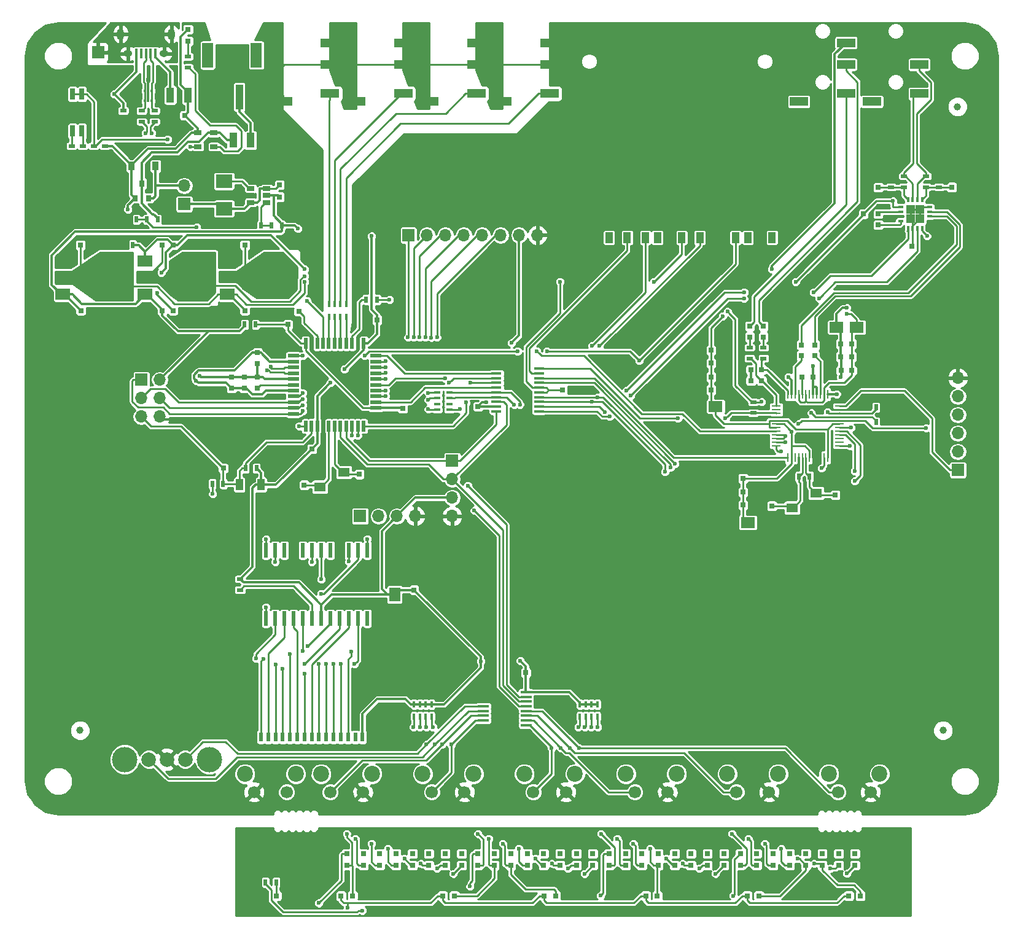
<source format=gtl>
G04 #@! TF.FileFunction,Copper,L1,Top,Signal*
%FSLAX46Y46*%
G04 Gerber Fmt 4.6, Leading zero omitted, Abs format (unit mm)*
G04 Created by KiCad (PCBNEW 4.0.7-e2-6376~58~ubuntu16.04.1) date Fri Nov 10 13:47:51 2017*
%MOMM*%
%LPD*%
G01*
G04 APERTURE LIST*
%ADD10C,0.100000*%
%ADD11C,2.000000*%
%ADD12C,3.500000*%
%ADD13R,0.800000X0.750000*%
%ADD14R,0.750000X0.800000*%
%ADD15R,1.950000X1.500000*%
%ADD16R,1.500000X1.950000*%
%ADD17R,1.000000X1.600000*%
%ADD18R,0.800000X0.800000*%
%ADD19R,0.900000X1.200000*%
%ADD20R,1.140000X2.030000*%
%ADD21C,1.000000*%
%ADD22R,1.060000X0.650000*%
%ADD23R,1.700000X1.700000*%
%ADD24O,1.700000X1.700000*%
%ADD25R,2.500000X1.200000*%
%ADD26R,1.000000X1.500000*%
%ADD27R,1.200000X2.200000*%
%ADD28R,0.400000X1.350000*%
%ADD29O,1.250000X0.950000*%
%ADD30O,1.000000X1.550000*%
%ADD31R,1.000000X3.500000*%
%ADD32R,1.500000X3.400000*%
%ADD33R,0.500000X0.900000*%
%ADD34R,0.800000X0.900000*%
%ADD35R,0.900000X0.500000*%
%ADD36R,0.400000X0.900000*%
%ADD37C,2.200000*%
%ADD38C,1.700000*%
%ADD39R,0.760000X1.600000*%
%ADD40R,1.500000X0.550000*%
%ADD41R,0.550000X1.500000*%
%ADD42R,1.300000X0.250000*%
%ADD43R,0.250000X1.300000*%
%ADD44R,0.600000X2.000000*%
%ADD45R,1.500000X0.450000*%
%ADD46R,1.450000X0.450000*%
%ADD47R,1.600000X1.300000*%
%ADD48R,0.300000X0.450000*%
%ADD49R,0.800000X0.350000*%
%ADD50R,0.350000X0.800000*%
%ADD51R,1.250000X1.250000*%
%ADD52R,0.900000X0.400000*%
%ADD53R,1.800000X2.200000*%
%ADD54R,0.600000X1.300000*%
%ADD55R,2.286000X1.854500*%
%ADD56R,2.000000X3.800000*%
%ADD57R,2.000000X1.500000*%
%ADD58C,0.600000*%
%ADD59C,0.300000*%
%ADD60C,0.250000*%
%ADD61C,0.350000*%
%ADD62C,0.254000*%
G04 APERTURE END LIST*
D10*
D11*
X20000000Y8000000D03*
X22500000Y8000000D03*
X17500000Y8000000D03*
D12*
X25850000Y8000000D03*
X14150000Y8000000D03*
D13*
X26259500Y48146000D03*
X27759500Y48146000D03*
D14*
X46531500Y45812000D03*
X46531500Y47312000D03*
X38911500Y47336000D03*
X38911500Y45836000D03*
X30680500Y59195000D03*
X30680500Y60695000D03*
X28902500Y59195000D03*
X28902500Y60695000D03*
X32458500Y60719000D03*
X32458500Y59219000D03*
D13*
X38173500Y69736000D03*
X36673500Y69736000D03*
X39975500Y50813000D03*
X41475500Y50813000D03*
X47468500Y68593000D03*
X48968500Y68593000D03*
D14*
X52524500Y56401000D03*
X52524500Y54901000D03*
D13*
X38149500Y67958000D03*
X36649500Y67958000D03*
D14*
X103388000Y44463000D03*
X103388000Y42963000D03*
X112151000Y42951000D03*
X112151000Y44451000D03*
D13*
X109079000Y60719000D03*
X107579000Y60719000D03*
X97927000Y46749000D03*
X99427000Y46749000D03*
X97927000Y44844000D03*
X99427000Y44844000D03*
X97927000Y43066000D03*
X99427000Y43066000D03*
D15*
X100086000Y40653000D03*
X97336000Y40653000D03*
D13*
X100491000Y61735000D03*
X101991000Y61735000D03*
X100491000Y60211000D03*
X101991000Y60211000D03*
X93506000Y64402000D03*
X95006000Y64402000D03*
X93506000Y62624000D03*
X95006000Y62624000D03*
X93506000Y60719000D03*
X95006000Y60719000D03*
X93506000Y58941000D03*
X95006000Y58941000D03*
D15*
X95641000Y56655000D03*
X92891000Y56655000D03*
D14*
X107452000Y63652000D03*
X107452000Y65152000D03*
X109357000Y63640000D03*
X109357000Y65140000D03*
X100340000Y67704000D03*
X100340000Y66204000D03*
X102245000Y67704000D03*
X102245000Y66204000D03*
D13*
X112937000Y61608000D03*
X114437000Y61608000D03*
X112913000Y63513000D03*
X114413000Y63513000D03*
X112913000Y65291000D03*
X114413000Y65291000D03*
D15*
X115072000Y67577000D03*
X112322000Y67577000D03*
D14*
X116024500Y83198000D03*
X116024500Y81698000D03*
X118056500Y81698000D03*
X118056500Y83198000D03*
D13*
X124203300Y78753000D03*
X122703300Y78753000D03*
D14*
X118056500Y86881000D03*
X118056500Y88381000D03*
X128216500Y86905000D03*
X128216500Y88405000D03*
D13*
X20913500Y96787000D03*
X22413500Y96787000D03*
D14*
X35533600Y88711200D03*
X35533600Y87211200D03*
X35533600Y84060200D03*
X35533600Y85560200D03*
D16*
X51375000Y30750000D03*
X51375000Y33500000D03*
D14*
X54075000Y32875000D03*
X54075000Y31375000D03*
D13*
X69467000Y19952000D03*
X67967000Y19952000D03*
X76007500Y58941000D03*
X74507500Y58941000D03*
D14*
X62875000Y56643000D03*
X62875000Y55143000D03*
D17*
X32966500Y45860000D03*
X29966500Y45860000D03*
D18*
X22905500Y108636000D03*
X22905500Y107036000D03*
D19*
X18413000Y89802000D03*
X15113000Y89802000D03*
D18*
X35100000Y-10800000D03*
X33500000Y-10800000D03*
X44800000Y-6600000D03*
X44800000Y-5000000D03*
X47060000Y-6600000D03*
X47060000Y-5000000D03*
X49320000Y-6600000D03*
X49320000Y-5000000D03*
X51579999Y-6600000D03*
X51579999Y-5000000D03*
X53840000Y-6600000D03*
X53840000Y-5000000D03*
X56100000Y-6600000D03*
X56100000Y-5000000D03*
X58360000Y-6600000D03*
X58360000Y-5000000D03*
X60620000Y-6600000D03*
X60620000Y-5000000D03*
X62880000Y-6600000D03*
X62880000Y-5000000D03*
X65140000Y-6600000D03*
X65140000Y-5000000D03*
X67400000Y-6600000D03*
X67400000Y-5000000D03*
X69660000Y-6600000D03*
X69660000Y-5000000D03*
X71920000Y-6600000D03*
X71920000Y-5000000D03*
X74180000Y-6600000D03*
X74180000Y-5000000D03*
X76440000Y-6600000D03*
X76440000Y-5000000D03*
X78700000Y-6600000D03*
X78700000Y-5000000D03*
X80959999Y-6600000D03*
X80959999Y-5000000D03*
X83220000Y-6600000D03*
X83220000Y-5000000D03*
X85480000Y-6600000D03*
X85480000Y-5000000D03*
X87740000Y-6600000D03*
X87740000Y-5000000D03*
X90000000Y-6600000D03*
X90000000Y-5000000D03*
X92260000Y-6600000D03*
X92260000Y-5000000D03*
X94519999Y-6600000D03*
X94519999Y-5000000D03*
X96780000Y-6600000D03*
X96780000Y-5000000D03*
X99040000Y-6600000D03*
X99040000Y-5000000D03*
X101299999Y-6600000D03*
X101299999Y-5000000D03*
X103560000Y-6600000D03*
X103560000Y-5000000D03*
X105820000Y-6600000D03*
X105820000Y-5000000D03*
X108079999Y-6600000D03*
X108079999Y-5000000D03*
X110339999Y-6600000D03*
X110339999Y-5000000D03*
X112600000Y-6600000D03*
X112600000Y-5000000D03*
X114860000Y-6600000D03*
X114860000Y-5000000D03*
X45600000Y-10800000D03*
X44000000Y-10800000D03*
X59600000Y-10800000D03*
X58000000Y-10800000D03*
X73600000Y-10800000D03*
X72000000Y-10800000D03*
X87600000Y-10800000D03*
X86000000Y-10800000D03*
X101600000Y-10800000D03*
X100000000Y-10800000D03*
X115600000Y-10800000D03*
X114000000Y-10800000D03*
D20*
X22863500Y99581000D03*
X20463500Y99581000D03*
X31510000Y93358000D03*
X29110000Y93358000D03*
D21*
X8000000Y12000000D03*
X127000000Y12000000D03*
X129000000Y98000000D03*
D22*
X26471000Y92474000D03*
X26471000Y93424000D03*
X26471000Y94374000D03*
X24271000Y94374000D03*
X24271000Y92474000D03*
X31533100Y86698200D03*
X31533100Y85748200D03*
X31533100Y84798200D03*
X33733100Y84798200D03*
X33733100Y86698200D03*
X33733100Y85748200D03*
D23*
X16456500Y60338000D03*
D24*
X18996500Y60338000D03*
X16456500Y57798000D03*
X18996500Y57798000D03*
X16456500Y55258000D03*
X18996500Y55258000D03*
D25*
X107123000Y98707500D03*
X113623000Y99807500D03*
X113623000Y103807500D03*
X113623000Y106807500D03*
X117219500Y98707500D03*
X123719500Y99807500D03*
X123719500Y103807500D03*
X123719500Y106807500D03*
D26*
X83456000Y79938000D03*
X85956000Y79938000D03*
X89256000Y79938000D03*
X90956000Y79938000D03*
X93456000Y79938000D03*
X95956000Y79938000D03*
X98376000Y79938000D03*
X100076000Y79938000D03*
X80956000Y79938000D03*
X87606000Y79938000D03*
X103426000Y79938000D03*
D27*
X75926000Y100938000D03*
X103926000Y102138000D03*
D28*
X18395000Y105300000D03*
X17745000Y105300000D03*
X17095000Y105300000D03*
X16445000Y105300000D03*
X15795000Y105300000D03*
D29*
X19595000Y105300000D03*
X14595000Y105300000D03*
D30*
X20595000Y108000000D03*
X13595000Y108000000D03*
D31*
X29966000Y99322200D03*
X27966000Y99322200D03*
D32*
X32316000Y105072200D03*
X25616000Y105072200D03*
D23*
X53286500Y80277000D03*
D24*
X55826500Y80277000D03*
X58366500Y80277000D03*
X60906500Y80277000D03*
X63446500Y80277000D03*
X65986500Y80277000D03*
X68526500Y80277000D03*
X71066500Y80277000D03*
D25*
X35972000Y98707500D03*
X42472000Y99807500D03*
X42472000Y103807500D03*
X42472000Y106807500D03*
X46068500Y98707500D03*
X52568500Y99807500D03*
X52568500Y103807500D03*
X52568500Y106807500D03*
D23*
X59319000Y49162000D03*
D24*
X59319000Y46622000D03*
X59319000Y44082000D03*
X59319000Y41542000D03*
D23*
X46610000Y41540000D03*
D24*
X49150000Y41540000D03*
X51690000Y41540000D03*
X54230000Y41540000D03*
D23*
X129042000Y47892000D03*
D24*
X129042000Y50432000D03*
X129042000Y52972000D03*
X129042000Y55512000D03*
X129042000Y58052000D03*
X129042000Y60592000D03*
D33*
X30704500Y67958000D03*
X32204500Y67958000D03*
D34*
X15559000Y85389000D03*
X17459000Y85389000D03*
X16509000Y87389000D03*
D33*
X27735500Y45987000D03*
X26235500Y45987000D03*
X32331500Y48146000D03*
X30831500Y48146000D03*
X48968500Y71387000D03*
X47468500Y71387000D03*
D35*
X100848000Y57266000D03*
X100848000Y55766000D03*
D33*
X107095000Y47003000D03*
X108595000Y47003000D03*
X117751000Y56528000D03*
X119251000Y56528000D03*
X117763000Y54496000D03*
X119263000Y54496000D03*
D35*
X100340000Y64783000D03*
X100340000Y63283000D03*
X102245000Y64783000D03*
X102245000Y63283000D03*
X121612500Y88405000D03*
X121612500Y86905000D03*
X124660500Y86905000D03*
X124660500Y88405000D03*
X119834500Y88405000D03*
X119834500Y86905000D03*
X126438500Y88405000D03*
X126438500Y86905000D03*
X16517400Y95922000D03*
X16517400Y97422000D03*
X18295400Y95922000D03*
X18295400Y97422000D03*
X22905500Y103391000D03*
X22905500Y104891000D03*
X6857000Y92572000D03*
X6857000Y91072000D03*
X8381000Y92572000D03*
X8381000Y91072000D03*
X9905000Y92572000D03*
X9905000Y91072000D03*
X11429000Y92572000D03*
X11429000Y91072000D03*
D33*
X35851100Y81623200D03*
X34351100Y81623200D03*
X32930100Y81623200D03*
X31430100Y81623200D03*
X18707500Y82436000D03*
X17207500Y82436000D03*
X15786500Y82436000D03*
X14286500Y82436000D03*
X33550000Y-8941000D03*
X35050000Y-8941000D03*
D35*
X30075000Y32875000D03*
X30075000Y31375000D03*
D36*
X54855000Y13895000D03*
X55655000Y13895000D03*
X54055000Y13895000D03*
X56455000Y13895000D03*
X54055000Y15595000D03*
X54855000Y15595000D03*
X55655000Y15595000D03*
X56455000Y15595000D03*
X77715000Y13895000D03*
X78515000Y13895000D03*
X76915000Y13895000D03*
X79315000Y13895000D03*
X76915000Y15595000D03*
X77715000Y15595000D03*
X78515000Y15595000D03*
X79315000Y15595000D03*
D37*
X30750000Y6000000D03*
X37750000Y6000000D03*
D38*
X32000000Y3500000D03*
X36500000Y3500000D03*
D39*
X6984000Y94628000D03*
X8254000Y99708000D03*
X8254000Y94628000D03*
X6984000Y99708000D03*
D37*
X41250000Y6000000D03*
X48250000Y6000000D03*
D38*
X42500000Y3500000D03*
X47000000Y3500000D03*
D37*
X97250000Y6000000D03*
X104250000Y6000000D03*
D38*
X98500000Y3500000D03*
X103000000Y3500000D03*
D37*
X111250000Y6000000D03*
X118250000Y6000000D03*
D38*
X112500000Y3500000D03*
X117000000Y3500000D03*
D37*
X55250000Y6000000D03*
X62250000Y6000000D03*
D38*
X56500000Y3500000D03*
X61000000Y3500000D03*
D37*
X69250000Y6000000D03*
X76250000Y6000000D03*
D38*
X70500000Y3500000D03*
X75000000Y3500000D03*
D37*
X83250000Y6000000D03*
X90250000Y6000000D03*
D38*
X84500000Y3500000D03*
X89000000Y3500000D03*
D40*
X37402500Y63655000D03*
X37402500Y62855000D03*
X37402500Y62055000D03*
X37402500Y61255000D03*
X37402500Y60455000D03*
X37402500Y59655000D03*
X37402500Y58855000D03*
X37402500Y58055000D03*
X37402500Y57255000D03*
X37402500Y56455000D03*
X37402500Y55655000D03*
D41*
X39102500Y53955000D03*
X39902500Y53955000D03*
X40702500Y53955000D03*
X41502500Y53955000D03*
X42302500Y53955000D03*
X43102500Y53955000D03*
X43902500Y53955000D03*
X44702500Y53955000D03*
X45502500Y53955000D03*
X46302500Y53955000D03*
X47102500Y53955000D03*
D40*
X48802500Y55655000D03*
X48802500Y56455000D03*
X48802500Y57255000D03*
X48802500Y58055000D03*
X48802500Y58855000D03*
X48802500Y59655000D03*
X48802500Y60455000D03*
X48802500Y61255000D03*
X48802500Y62055000D03*
X48802500Y62855000D03*
X48802500Y63655000D03*
D41*
X47102500Y65355000D03*
X46302500Y65355000D03*
X45502500Y65355000D03*
X44702500Y65355000D03*
X43902500Y65355000D03*
X43102500Y65355000D03*
X42302500Y65355000D03*
X41502500Y65355000D03*
X40702500Y65355000D03*
X39902500Y65355000D03*
X39102500Y65355000D03*
D42*
X103991000Y56738000D03*
X103991000Y56238000D03*
X103991000Y55738000D03*
X103991000Y55238000D03*
X103991000Y54738000D03*
X103991000Y54238000D03*
X103991000Y53738000D03*
X103991000Y53238000D03*
X103991000Y52738000D03*
X103991000Y52238000D03*
X103991000Y51738000D03*
X103991000Y51238000D03*
D43*
X105591000Y49638000D03*
X106091000Y49638000D03*
X106591000Y49638000D03*
X107091000Y49638000D03*
X107591000Y49638000D03*
X108091000Y49638000D03*
X108591000Y49638000D03*
X109091000Y49638000D03*
X109591000Y49638000D03*
X110091000Y49638000D03*
X110591000Y49638000D03*
X111091000Y49638000D03*
D42*
X112691000Y51238000D03*
X112691000Y51738000D03*
X112691000Y52238000D03*
X112691000Y52738000D03*
X112691000Y53238000D03*
X112691000Y53738000D03*
X112691000Y54238000D03*
X112691000Y54738000D03*
X112691000Y55238000D03*
X112691000Y55738000D03*
X112691000Y56238000D03*
X112691000Y56738000D03*
D43*
X111091000Y58338000D03*
X110591000Y58338000D03*
X110091000Y58338000D03*
X109591000Y58338000D03*
X109091000Y58338000D03*
X108591000Y58338000D03*
X108091000Y58338000D03*
X107591000Y58338000D03*
X107091000Y58338000D03*
X106591000Y58338000D03*
X106091000Y58338000D03*
X105591000Y58338000D03*
D44*
X47610000Y36825000D03*
X46340000Y36825000D03*
X45070000Y36825000D03*
X43800000Y36825000D03*
X42530000Y36825000D03*
X41260000Y36825000D03*
X39990000Y36825000D03*
X38720000Y36825000D03*
X37450000Y36825000D03*
X36180000Y36825000D03*
X34910000Y36825000D03*
X33640000Y36825000D03*
X33640000Y27425000D03*
X34910000Y27425000D03*
X36180000Y27425000D03*
X37450000Y27425000D03*
X38720000Y27425000D03*
X39990000Y27425000D03*
X41260000Y27425000D03*
X42530000Y27425000D03*
X43800000Y27425000D03*
X45070000Y27425000D03*
X46340000Y27425000D03*
X47610000Y27425000D03*
D45*
X63608000Y17274000D03*
X63608000Y16624000D03*
X63608000Y15974000D03*
X63608000Y15324000D03*
X63608000Y14674000D03*
X63608000Y14024000D03*
X63608000Y13374000D03*
X63608000Y12724000D03*
X69508000Y12724000D03*
X69508000Y13374000D03*
X69508000Y14024000D03*
X69508000Y14674000D03*
X69508000Y15324000D03*
X69508000Y15974000D03*
X69508000Y16624000D03*
X69508000Y17274000D03*
D46*
X71320500Y56012000D03*
X71320500Y56662000D03*
X71320500Y57312000D03*
X71320500Y57962000D03*
X71320500Y58612000D03*
X71320500Y59262000D03*
X71320500Y59912000D03*
X71320500Y60562000D03*
X71320500Y61212000D03*
X71320500Y61862000D03*
X65420500Y61862000D03*
X65420500Y61212000D03*
X65420500Y60562000D03*
X65420500Y59912000D03*
X65420500Y59262000D03*
X65420500Y58612000D03*
X65420500Y57962000D03*
X65420500Y57312000D03*
X65420500Y56662000D03*
X65420500Y56012000D03*
D47*
X44372500Y47590000D03*
X41072500Y47590000D03*
X41072500Y45590000D03*
X44372500Y45590000D03*
X106183000Y42701000D03*
X109483000Y42701000D03*
X109483000Y44701000D03*
X106183000Y44701000D03*
D48*
X16909000Y98779400D03*
X17909000Y98779400D03*
X17409000Y100179400D03*
X17409000Y98779400D03*
X17909000Y100179400D03*
X16909000Y100179400D03*
D49*
X121136500Y84173000D03*
X121136500Y83523000D03*
X121136500Y82873000D03*
X121136500Y82223000D03*
D50*
X122161500Y81198000D03*
X122811500Y81198000D03*
X123461500Y81198000D03*
X124111500Y81198000D03*
D49*
X125136500Y82223000D03*
X125136500Y82873000D03*
X125136500Y83523000D03*
X125136500Y84173000D03*
D50*
X124111500Y85198000D03*
X123461500Y85198000D03*
X122811500Y85198000D03*
X122161500Y85198000D03*
D51*
X123761500Y82573000D03*
X123761500Y83823000D03*
X122511500Y82573000D03*
X122511500Y83823000D03*
D52*
X58938000Y56998000D03*
X58938000Y57798000D03*
X58938000Y56198000D03*
X58938000Y58598000D03*
X57238000Y56198000D03*
X57238000Y56998000D03*
X57238000Y57798000D03*
X57238000Y58598000D03*
D53*
X50350000Y14675000D03*
D54*
X39950000Y11075000D03*
X38950000Y11075000D03*
X37950000Y11075000D03*
X41950000Y11075000D03*
X42950000Y11075000D03*
X40950000Y11075000D03*
D53*
X30550000Y14675000D03*
D54*
X46950000Y11075000D03*
X45950000Y11075000D03*
X44950000Y11075000D03*
X43950000Y11075000D03*
X47950000Y11075000D03*
X34950000Y11075000D03*
X33950000Y11075000D03*
X32950000Y11075000D03*
X35950000Y11075000D03*
X36950000Y11075000D03*
D55*
X27850100Y83921950D03*
X27850100Y87706450D03*
D14*
X32471200Y64073200D03*
X32471200Y62573200D03*
D23*
X10500000Y105500000D03*
D35*
X13980000Y97422000D03*
X13980000Y95922000D03*
D33*
X15276800Y78930800D03*
X13776800Y78930800D03*
D25*
X56165000Y98707500D03*
X62665000Y99807500D03*
X62665000Y103807500D03*
X62665000Y106807500D03*
X66261500Y98707500D03*
X72761500Y99807500D03*
X72761500Y103807500D03*
X72761500Y106807500D03*
D36*
X43114000Y69052000D03*
X43914000Y69052000D03*
X42314000Y69052000D03*
X44714000Y69052000D03*
X42314000Y70752000D03*
X43114000Y70752000D03*
X43914000Y70752000D03*
X44714000Y70752000D03*
D23*
X22362000Y84569600D03*
D24*
X22362000Y87109600D03*
D13*
X9611200Y69888400D03*
X8111200Y69888400D03*
X9560400Y78930800D03*
X8060400Y78930800D03*
X20838000Y69888400D03*
X19338000Y69888400D03*
X20838000Y78930800D03*
X19338000Y78930800D03*
X32217200Y69888400D03*
X30717200Y69888400D03*
X32217200Y78930800D03*
X30717200Y78930800D03*
D56*
X11948000Y74409600D03*
D57*
X5648000Y74409600D03*
X5648000Y72109600D03*
X5648000Y76709600D03*
D56*
X23276800Y74409600D03*
D57*
X16976800Y74409600D03*
X16976800Y72109600D03*
X16976800Y76709600D03*
D56*
X34604800Y74409600D03*
D57*
X28304800Y74409600D03*
X28304800Y72109600D03*
X28304800Y76709600D03*
D58*
X18643451Y72316651D03*
X19212400Y75120800D03*
X113738500Y70244002D03*
X109103000Y62242978D03*
X38999000Y75578000D03*
X103388000Y75578000D03*
X100491000Y60211000D03*
X112341500Y58369500D03*
X112913000Y60709000D03*
X105674000Y60719000D03*
X14614998Y83833000D03*
X24013000Y60211000D03*
X24521000Y60846000D03*
X12710000Y99708000D03*
X48219202Y80150000D03*
X44460000Y61798500D03*
X63256000Y21539500D03*
X67510500Y65418000D03*
X42555000Y59956996D03*
X64043400Y57239200D03*
X46925000Y-12825000D03*
X38046500Y81166000D03*
X68717000Y21603000D03*
X38999000Y73838003D03*
X107071000Y54242002D03*
X87132000Y73863500D03*
X106690000Y73863500D03*
X124660498Y53670500D03*
X97291996Y69736000D03*
X74178000Y73863500D03*
X106091000Y53206020D03*
X101991000Y57290000D03*
X120088500Y84976000D03*
X124787500Y80150000D03*
X37180190Y74409600D03*
X96589673Y69098913D03*
X59475000Y-7750000D03*
X77575000Y-7750000D03*
X95625000Y-7750000D03*
X113750000Y-7725000D03*
X41950000Y21150000D03*
X34925000Y35250000D03*
X61775000Y-9500000D03*
X78700000Y-5000000D03*
X76440000Y-5000000D03*
X74180000Y-5000000D03*
X71920000Y-5000000D03*
X69660000Y-5000000D03*
X67400000Y-5000000D03*
X65140000Y-5000000D03*
X62880000Y-5000000D03*
X32268000Y21920502D03*
X38950000Y19825002D03*
X57225000Y-7050000D03*
X75275000Y-7050000D03*
X93400000Y-7050000D03*
X111450000Y-7050000D03*
X109200000Y-6375000D03*
X54975000Y-6375000D03*
X73050000Y-6375000D03*
X91100000Y-6375000D03*
X39425000Y23600000D03*
X36949998Y22525000D03*
X52725000Y-5700000D03*
X70775000Y-5700000D03*
X88850000Y-5700000D03*
X106925000Y-5700000D03*
X45850000Y21149998D03*
X35950000Y20474998D03*
X50450000Y-4275000D03*
X68500000Y-4275000D03*
X86600000Y-4275000D03*
X104675000Y-4325000D03*
X38950000Y21150000D03*
X34950000Y21125000D03*
X48200000Y-3600000D03*
X66275000Y-3600000D03*
X84300000Y-3600000D03*
X102425000Y-3600000D03*
X45950000Y-2925000D03*
X64350000Y-2925000D03*
X82075000Y-2925000D03*
X100150000Y-2925000D03*
X38675880Y22974990D03*
X33249990Y21875000D03*
X44775000Y-2250000D03*
X62875000Y-2250000D03*
X79825000Y-2250000D03*
X97900000Y-2250000D03*
X41250000Y30850000D03*
X40950000Y21150000D03*
X40925000Y-11800000D03*
X60620000Y-5000000D03*
X58360000Y-5000000D03*
X56100000Y-5000000D03*
X53840000Y-5000000D03*
X51579999Y-5000000D03*
X49320000Y-5000000D03*
X47060000Y-5000000D03*
X44800000Y-5000000D03*
X43920551Y21154449D03*
X39975000Y35250000D03*
X98075000Y-10800000D03*
X114860000Y-5000000D03*
X112600000Y-5000000D03*
X110339999Y-5000000D03*
X108079999Y-5000000D03*
X105820000Y-5000000D03*
X103560000Y-5000000D03*
X101299999Y-5000000D03*
X99040000Y-5000000D03*
X42975000Y21150000D03*
X41275000Y32825000D03*
X79800000Y-10775000D03*
X96780000Y-5000000D03*
X94519999Y-5000000D03*
X92260000Y-5000000D03*
X90000000Y-5000000D03*
X87740000Y-5000000D03*
X85480000Y-5000000D03*
X83220000Y-5000000D03*
X80959999Y-5000000D03*
X45412500Y22873000D03*
X44925000Y-12437479D03*
X45075000Y35275000D03*
X20076000Y93484998D03*
X23251000Y92469000D03*
X38719600Y56045400D03*
X56017000Y56273992D03*
X38707085Y57654231D03*
X56017000Y58544990D03*
X38706961Y56854220D03*
X56017000Y57544002D03*
X78623000Y65037000D03*
X78623000Y57289998D03*
X114818000Y46368000D03*
X88656000Y47638000D03*
X109166494Y72403000D03*
X99578004Y72403000D03*
X83322000Y58813996D03*
X80401000Y55893000D03*
X60398498Y56274000D03*
X114309994Y53734000D03*
X72400000Y64275000D03*
X85100000Y63005000D03*
X54023500Y66180005D03*
X50149600Y62090602D03*
X53223489Y66180000D03*
X50123807Y62890196D03*
X55623522Y66180739D03*
X50149600Y60439600D03*
X54823511Y66179935D03*
X50149600Y61277800D03*
X57223500Y66180000D03*
X50149600Y58052000D03*
X56423508Y66174327D03*
X50149600Y58864800D03*
X61478000Y45733002D03*
X45490000Y52640000D03*
X46290000Y52640000D03*
X104658000Y50432000D03*
X105293000Y51702000D03*
X114183000Y51194000D03*
X68650003Y56925000D03*
X33650000Y29000000D03*
X67850000Y56925000D03*
X47625000Y38375000D03*
X111071498Y55893000D03*
X50683000Y71387000D03*
X97000012Y55000000D03*
X90434000Y55004000D03*
X17059800Y94361300D03*
X33775858Y61604558D03*
X17859800Y94361300D03*
X34341542Y62170242D03*
X24089200Y81409610D03*
X39329200Y71209200D03*
X59192000Y10046000D03*
X56652000Y12459000D03*
X76718004Y12459000D03*
X73035002Y9538000D03*
X57922000Y10046000D03*
X55763000Y12459000D03*
X74305000Y9538000D03*
X77607000Y12459000D03*
X76844998Y9538000D03*
X79385000Y12459000D03*
X56906000Y10046000D03*
X54874000Y12459000D03*
X75574994Y9538000D03*
X78496000Y12459000D03*
X55763000Y10046000D03*
X53985000Y12459000D03*
X47254000Y63640000D03*
X38745000Y63640000D03*
X68336000Y64275000D03*
X71003000Y64275000D03*
X38694199Y58534600D03*
X58887200Y59941590D03*
X38225000Y53950000D03*
X33650000Y38350000D03*
X61224000Y57226498D03*
X61859000Y59936990D03*
X58353800Y60566600D03*
X62367000Y42304000D03*
X110246000Y48146000D03*
X90053000Y48781000D03*
X79639000Y65037000D03*
X79385000Y57925000D03*
X114818000Y47765000D03*
X89418000Y48273000D03*
X109928500Y71577500D03*
X99556457Y71544021D03*
X83956998Y58179000D03*
X81036000Y55258000D03*
X26299000Y44590000D03*
X12659200Y79997600D03*
X33436400Y78930800D03*
X53159500Y58941000D03*
X25346500Y58623500D03*
X106425001Y56772001D03*
X102308500Y54940500D03*
X114310000Y56464500D03*
X126311500Y79769000D03*
X97673000Y56655000D03*
X77480000Y58941000D03*
X77480000Y54623000D03*
X85862000Y57925000D03*
X97673000Y51956000D03*
X83322000Y60465000D03*
X15250000Y94120000D03*
X17409000Y101663800D03*
X119311500Y82450000D03*
X49540000Y12128800D03*
X47508000Y17564400D03*
X47508000Y17564400D03*
X63256000Y19342402D03*
X53324600Y28181600D03*
X53350000Y35141200D03*
X35036600Y66484800D03*
X35036600Y68770800D03*
X25333800Y54064200D03*
X32325000Y-9225000D03*
X47925000Y-12825000D03*
X61986000Y53226000D03*
X63256000Y62497000D03*
X109611000Y51330990D03*
X66558000Y14999000D03*
X113738496Y69443989D03*
X38999000Y74638006D03*
X108849000Y55766000D03*
X105293000Y52581010D03*
D59*
X20838000Y78930800D02*
X19822000Y77914800D01*
X19822000Y77914800D02*
X19822000Y75730400D01*
X19822000Y75730400D02*
X19212400Y75120800D01*
X20838000Y78930800D02*
X21447600Y78930800D01*
X21447600Y78930800D02*
X22768400Y80251600D01*
X22768400Y80251600D02*
X34325400Y80251600D01*
X34325400Y80251600D02*
X38699001Y75877999D01*
X38699001Y75877999D02*
X38999000Y75578000D01*
X20838000Y69888400D02*
X20813000Y69888400D01*
X20813000Y69888400D02*
X18643451Y72057949D01*
X18643451Y72057949D02*
X18643451Y72316651D01*
X15276800Y78930800D02*
X16062800Y78930800D01*
X16062800Y78930800D02*
X16976800Y78016800D01*
X16976800Y78016800D02*
X16976800Y77974602D01*
X16976800Y76709600D02*
X16976800Y77974602D01*
X16976800Y77974602D02*
X18657999Y79655801D01*
X18657999Y79655801D02*
X20087999Y79655801D01*
X20813000Y78930800D02*
X20838000Y78930800D01*
X20087999Y79655801D02*
X20813000Y78930800D01*
X112322000Y67577000D02*
X112322000Y69462500D01*
X112322000Y69462500D02*
X113103502Y70244002D01*
X113103502Y70244002D02*
X113738500Y70244002D01*
X113623000Y106807500D02*
X112024000Y105208500D01*
X112024000Y105208500D02*
X112024000Y104688502D01*
X112024000Y104688502D02*
X112022999Y104687501D01*
X112022999Y104687501D02*
X112022999Y102927499D01*
X112022999Y102927499D02*
X112024000Y102926498D01*
X103388000Y76002264D02*
X103388000Y75578000D01*
X112024000Y102926498D02*
X112024000Y100688502D01*
X112024000Y100688502D02*
X112022999Y100687501D01*
X112022999Y100687501D02*
X112022999Y98927499D01*
X112022999Y98927499D02*
X112024000Y98926498D01*
X112024000Y98926498D02*
X112024000Y84658500D01*
X112024000Y84658500D02*
X103388000Y76022500D01*
X103388000Y76022500D02*
X103388000Y76002264D01*
X109079000Y62218978D02*
X109103000Y62242978D01*
X109079000Y60719000D02*
X109079000Y62218978D01*
X100491000Y61735000D02*
X100491000Y60211000D01*
X112341500Y58369500D02*
X111122500Y58369500D01*
X111122500Y58369500D02*
X111091000Y58338000D01*
X112937000Y61608000D02*
X112937000Y60733000D01*
X112937000Y60733000D02*
X112913000Y60709000D01*
X109079000Y60719000D02*
X109079000Y59385500D01*
X109079000Y59385500D02*
X109079000Y58350000D01*
X109591000Y59288000D02*
X109493500Y59385500D01*
X109493500Y59385500D02*
X109079000Y59385500D01*
X112913000Y63513000D02*
X112913000Y65291000D01*
X106091000Y60302000D02*
X105674000Y60719000D01*
X112913000Y65291000D02*
X112913000Y66986000D01*
X109591000Y58338000D02*
X109591000Y59288000D01*
X112937000Y61608000D02*
X112937000Y63489000D01*
X112913000Y66986000D02*
X112322000Y67577000D01*
X106091000Y58338000D02*
X106091000Y60302000D01*
X100467000Y60187000D02*
X100491000Y60211000D01*
X109079000Y58350000D02*
X109091000Y58338000D01*
X112937000Y63489000D02*
X112913000Y63513000D01*
D60*
X30831500Y48146000D02*
X30831500Y48893900D01*
X30831500Y48893900D02*
X33690400Y51752800D01*
X33690400Y51752800D02*
X38732300Y51752800D01*
X38732300Y51752800D02*
X39902500Y52923000D01*
X39902500Y52923000D02*
X39902500Y53955000D01*
X16456500Y55258000D02*
X17777300Y53937200D01*
X17777300Y53937200D02*
X21943300Y53937200D01*
X21943300Y53937200D02*
X27734500Y48146000D01*
X27734500Y48146000D02*
X27759500Y48146000D01*
X27735500Y45987000D02*
X27735500Y48122000D01*
X27735500Y48122000D02*
X27759500Y48146000D01*
X27735500Y45987000D02*
X29839500Y45987000D01*
X29839500Y45987000D02*
X29966500Y45860000D01*
X29966500Y45860000D02*
X29966500Y47781000D01*
X29966500Y47781000D02*
X30331500Y48146000D01*
X30331500Y48146000D02*
X30831500Y48146000D01*
X46531500Y47312000D02*
X44650500Y47312000D01*
X44650500Y47312000D02*
X44372500Y47590000D01*
X43102500Y53955000D02*
X43102500Y48710000D01*
X43102500Y48710000D02*
X44222500Y47590000D01*
X44222500Y47590000D02*
X44372500Y47590000D01*
X38911500Y45836000D02*
X40826500Y45836000D01*
X40826500Y45836000D02*
X41072500Y45590000D01*
X42302500Y53955000D02*
X42302500Y46670000D01*
X42302500Y46670000D02*
X41222500Y45590000D01*
X41222500Y45590000D02*
X41072500Y45590000D01*
D59*
X24013000Y60211000D02*
X23713001Y60510999D01*
X23713001Y60510999D02*
X23713001Y61000003D01*
X23713001Y61000003D02*
X24320998Y61608000D01*
X24320998Y61608000D02*
X29283500Y61608000D01*
X29283500Y61608000D02*
X31748700Y64073200D01*
X31748700Y64073200D02*
X31796200Y64073200D01*
X31796200Y64073200D02*
X32471200Y64073200D01*
X32471200Y64073200D02*
X32914300Y64073200D01*
X32914300Y64073200D02*
X34132500Y62855000D01*
X34132500Y62855000D02*
X37402500Y62855000D01*
X15113000Y89952000D02*
X17376000Y92215000D01*
X17376000Y92215000D02*
X21219000Y92215000D01*
X21219000Y92215000D02*
X23378000Y94374000D01*
X23378000Y94374000D02*
X24271000Y94374000D01*
X22905500Y108636000D02*
X21854000Y107584500D01*
X22863500Y100026000D02*
X22863500Y99581000D01*
X21854000Y107584500D02*
X21854000Y101035500D01*
X21854000Y101035500D02*
X22863500Y100026000D01*
X15113000Y89802000D02*
X15113000Y89952000D01*
X22863500Y99581000D02*
X22863500Y97237000D01*
X22863500Y97237000D02*
X22413500Y96787000D01*
X22413500Y96787000D02*
X22483000Y96787000D01*
X22483000Y96787000D02*
X24271000Y94999000D01*
X24271000Y94999000D02*
X24271000Y94374000D01*
X28902500Y59195000D02*
X28165900Y59931600D01*
X28165900Y59931600D02*
X24292400Y59931600D01*
X24292400Y59931600D02*
X24013000Y60211000D01*
X14614998Y84394998D02*
X14614998Y83833000D01*
X15559000Y85389000D02*
X15559000Y85339000D01*
X15559000Y85339000D02*
X14614998Y84394998D01*
X24066000Y94374000D02*
X24271000Y94374000D01*
X11429000Y92572000D02*
X12493000Y92572000D01*
X12493000Y92572000D02*
X15113000Y89952000D01*
X30680500Y59195000D02*
X30934500Y59195000D01*
X30934500Y59195000D02*
X31760501Y58368999D01*
X31760501Y58368999D02*
X33156499Y58368999D01*
X33156499Y58368999D02*
X33642500Y58855000D01*
X33642500Y58855000D02*
X37402500Y58855000D01*
X28902500Y59195000D02*
X30680500Y59195000D01*
X15113000Y89802000D02*
X15113000Y85835000D01*
X15113000Y85835000D02*
X15559000Y85389000D01*
X32458500Y60719000D02*
X32458500Y62560500D01*
X32458500Y62560500D02*
X32471200Y62573200D01*
X13980000Y97422000D02*
X13980000Y98438000D01*
X13980000Y98438000D02*
X12710000Y99708000D01*
X15795000Y105300000D02*
X15795000Y102793000D01*
X24672000Y60695000D02*
X24521000Y60846000D01*
X28902500Y60695000D02*
X24672000Y60695000D01*
X15795000Y102793000D02*
X12710000Y99708000D01*
X32458500Y60719000D02*
X33233500Y60719000D01*
X36252500Y60455000D02*
X37402500Y60455000D01*
X33233500Y60719000D02*
X33497500Y60455000D01*
X33497500Y60455000D02*
X36252500Y60455000D01*
X30680500Y60695000D02*
X32434500Y60695000D01*
X32434500Y60695000D02*
X32458500Y60719000D01*
X28902500Y60695000D02*
X30680500Y60695000D01*
X15795000Y105300000D02*
X15795000Y104825000D01*
X15795000Y105775000D02*
X15795000Y105300000D01*
X5648000Y72109600D02*
X6932800Y72109600D01*
X6932800Y72109600D02*
X8239600Y70802800D01*
X8239600Y70802800D02*
X15670000Y70802800D01*
X15670000Y70802800D02*
X16976800Y72109600D01*
X7317998Y80759600D02*
X4074000Y77515602D01*
X35737500Y80759600D02*
X7317998Y80759600D01*
X4074000Y77515602D02*
X4074000Y73433600D01*
X4074000Y73433600D02*
X5398000Y72109600D01*
X35851100Y81623200D02*
X35851100Y80873200D01*
X5398000Y72109600D02*
X5648000Y72109600D01*
X35851100Y80873200D02*
X35737500Y80759600D01*
X35851100Y81623200D02*
X37589300Y81623200D01*
X37589300Y81623200D02*
X38046500Y81166000D01*
X35851100Y81623200D02*
X35851100Y81823200D01*
X35851100Y81823200D02*
X34706400Y82967900D01*
X34706400Y82967900D02*
X34706400Y83009900D01*
X19338000Y69888400D02*
X19338000Y69213400D01*
X19338000Y69213400D02*
X21482400Y67069000D01*
X21482400Y67069000D02*
X25727500Y67069000D01*
X16976800Y72109600D02*
X17226800Y72109600D01*
X17226800Y72109600D02*
X19338000Y69998400D01*
X19338000Y69998400D02*
X19338000Y69888400D01*
X5648000Y72109600D02*
X5898000Y72109600D01*
X5898000Y72109600D02*
X8111200Y69896400D01*
X8111200Y69896400D02*
X8111200Y69888400D01*
X33733100Y85748200D02*
X34706400Y85748200D01*
X34706400Y85748200D02*
X35345600Y85748200D01*
X34706400Y83009900D02*
X34706400Y85748200D01*
X48219202Y79725736D02*
X48219202Y80150000D01*
X48968500Y69268000D02*
X48219202Y70017298D01*
X48968500Y68593000D02*
X48968500Y69268000D01*
X48219202Y70017298D02*
X48219202Y79725736D01*
X35345600Y85748200D02*
X35533600Y85560200D01*
X30075000Y32875000D02*
X30552000Y32398000D01*
X30552000Y32398000D02*
X38177000Y32398000D01*
X38177000Y32398000D02*
X41260000Y29315000D01*
X41260000Y29315000D02*
X41260000Y27425000D01*
X44759999Y62098499D02*
X44460000Y61798500D01*
X47102500Y64441002D02*
X44759999Y62098499D01*
X47102500Y65355000D02*
X47102500Y64441002D01*
X56455000Y15595000D02*
X58200500Y15595000D01*
X58200500Y15595000D02*
X63256000Y20650500D01*
X63256000Y20650500D02*
X63256000Y21539500D01*
X63256000Y21963764D02*
X63256000Y21539500D01*
X54075000Y31350000D02*
X63256000Y22169000D01*
X54075000Y31375000D02*
X54075000Y31350000D01*
X63256000Y22169000D02*
X63256000Y21963764D01*
X68526500Y80277000D02*
X68526500Y66434000D01*
X68526500Y66434000D02*
X67510500Y65418000D01*
D60*
X35977487Y-13062489D02*
X46137511Y-13062489D01*
X34374999Y-11460001D02*
X35977487Y-13062489D01*
X34374999Y-9965999D02*
X34374999Y-11460001D01*
X33550000Y-9141000D02*
X34374999Y-9965999D01*
X33550000Y-8941000D02*
X33550000Y-9141000D01*
X46375000Y-12825000D02*
X46925000Y-12825000D01*
X46137511Y-13062489D02*
X46375000Y-12825000D01*
D59*
X42255001Y59656997D02*
X42555000Y59956996D01*
X40702500Y53955000D02*
X40702500Y58104496D01*
X40702500Y58104496D02*
X42255001Y59656997D01*
X47102500Y65355000D02*
X47677500Y65355000D01*
X47677500Y65355000D02*
X48968500Y66646000D01*
X48968500Y66646000D02*
X48968500Y67918000D01*
X48968500Y67918000D02*
X48968500Y68593000D01*
X30075000Y32875000D02*
X31760000Y34560000D01*
X32216500Y45860000D02*
X32966500Y45860000D01*
X31760000Y45403500D02*
X32216500Y45860000D01*
X31760000Y34560000D02*
X31760000Y45403500D01*
X51375000Y30750000D02*
X50375000Y30750000D01*
X50375000Y30750000D02*
X49641600Y31483400D01*
X49641600Y31483400D02*
X49641600Y39491600D01*
X49641600Y39491600D02*
X50840001Y40690001D01*
X50840001Y40690001D02*
X51690000Y41540000D01*
X64043400Y57239200D02*
X63471200Y57239200D01*
X63471200Y57239200D02*
X62875000Y56643000D01*
X51690000Y41540000D02*
X54232000Y44082000D01*
X54232000Y44082000D02*
X59319000Y44082000D01*
X46950000Y11075000D02*
X46950000Y14300000D01*
X46950000Y14300000D02*
X48975000Y16325000D01*
X48975000Y16325000D02*
X52875000Y16325000D01*
X52875000Y16325000D02*
X53605000Y15595000D01*
X53605000Y15595000D02*
X54055000Y15595000D01*
X51375000Y30750000D02*
X42700000Y30750000D01*
X42700000Y30750000D02*
X41260000Y29310000D01*
X41260000Y29310000D02*
X41260000Y27425000D01*
X54075000Y31375000D02*
X52000000Y31375000D01*
X52000000Y31375000D02*
X51375000Y30750000D01*
X18996500Y60338000D02*
X25727500Y67069000D01*
X25727500Y67069000D02*
X30015500Y67069000D01*
X30015500Y67069000D02*
X30704500Y67758000D01*
X30704500Y67758000D02*
X30704500Y67958000D01*
X62875000Y56643000D02*
X62875000Y56618000D01*
X35851100Y81623200D02*
X35901900Y81674000D01*
X65420500Y56662000D02*
X62894000Y56662000D01*
X62894000Y56662000D02*
X62875000Y56643000D01*
X69467000Y19952000D02*
X69467000Y20853000D01*
X69467000Y20853000D02*
X68717000Y21603000D01*
X69467000Y19952000D02*
X69442000Y19952000D01*
X56494000Y15634000D02*
X56455000Y15595000D01*
X55655000Y15595000D02*
X56455000Y15595000D01*
X54855000Y15595000D02*
X55655000Y15595000D01*
X54055000Y15595000D02*
X54855000Y15595000D01*
X78515000Y15595000D02*
X79315000Y15595000D01*
X77715000Y15595000D02*
X78515000Y15595000D01*
X76915000Y15595000D02*
X77715000Y15595000D01*
X69508000Y17274000D02*
X75486000Y17274000D01*
X75486000Y17274000D02*
X76915000Y15845000D01*
X76915000Y15845000D02*
X76915000Y15595000D01*
X69467000Y19952000D02*
X69467000Y17315000D01*
X69467000Y17315000D02*
X69508000Y17274000D01*
X30704500Y67958000D02*
X30704500Y68158000D01*
X39951500Y50837000D02*
X39975500Y50813000D01*
X39975500Y50813000D02*
X39951500Y50813000D01*
X33866500Y45860000D02*
X32966500Y45860000D01*
X34998500Y45860000D02*
X33866500Y45860000D01*
X39951500Y50813000D02*
X34998500Y45860000D01*
X40702500Y53955000D02*
X40702500Y51540000D01*
X40702500Y51540000D02*
X39975500Y50813000D01*
X32966500Y45860000D02*
X32966500Y47511000D01*
X32966500Y47511000D02*
X32331500Y48146000D01*
X35773100Y81623200D02*
X35851100Y81623200D01*
D60*
X107095000Y47003000D02*
X107095000Y46303000D01*
X107095000Y46303000D02*
X107308001Y46089999D01*
X107308001Y46089999D02*
X107308001Y43676001D01*
X107308001Y43676001D02*
X106333000Y42701000D01*
X106333000Y42701000D02*
X106183000Y42701000D01*
X107591000Y49638000D02*
X107591000Y47499000D01*
X107591000Y47499000D02*
X107095000Y47003000D01*
X103388000Y42963000D02*
X105921000Y42963000D01*
X105921000Y42963000D02*
X106183000Y42701000D01*
X108595000Y47003000D02*
X108595000Y45589000D01*
X108595000Y45589000D02*
X109483000Y44701000D01*
X108091000Y49638000D02*
X108091000Y47515000D01*
X108091000Y47515000D02*
X108087000Y47511000D01*
X108087000Y47511000D02*
X108595000Y47003000D01*
X112151000Y44451000D02*
X109733000Y44451000D01*
X109733000Y44451000D02*
X109483000Y44701000D01*
X109333000Y44701000D02*
X109483000Y44701000D01*
X28304800Y72109600D02*
X29554800Y72109600D01*
X38999000Y72352200D02*
X38999000Y73838003D01*
X29554800Y72109600D02*
X30963200Y70701200D01*
X30963200Y70701200D02*
X37348000Y70701200D01*
X37348000Y70701200D02*
X38999000Y72352200D01*
X11948000Y74409600D02*
X13198000Y74409600D01*
X13198000Y74409600D02*
X14366400Y73241200D01*
X14366400Y73241200D02*
X18602800Y73241200D01*
X18602800Y73241200D02*
X21041200Y70802800D01*
X21041200Y70802800D02*
X25748000Y70802800D01*
X25748000Y70802800D02*
X27054800Y72109600D01*
X27054800Y72109600D02*
X28304800Y72109600D01*
X5648000Y74409600D02*
X6898000Y74409600D01*
X6898000Y74409600D02*
X8060400Y75572000D01*
X8060400Y75572000D02*
X8060400Y78305800D01*
X8060400Y78305800D02*
X8060400Y78930800D01*
X6898000Y74409600D02*
X11948000Y74409600D01*
X28304800Y72109600D02*
X28554800Y72109600D01*
X28554800Y72109600D02*
X30717200Y69947200D01*
X30717200Y69947200D02*
X30717200Y69888400D01*
X107370999Y54542001D02*
X107071000Y54242002D01*
X107566998Y54738000D02*
X107370999Y54542001D01*
X112691000Y54738000D02*
X107566998Y54738000D01*
X90956000Y79938000D02*
X90956000Y77687500D01*
X90956000Y77687500D02*
X87132000Y73863500D01*
X106715000Y73863500D02*
X106690000Y73863500D01*
X116024500Y83173000D02*
X106715000Y73863500D01*
X116024500Y83198000D02*
X116024500Y83173000D01*
X117303498Y53670500D02*
X124236234Y53670500D01*
X116235998Y54738000D02*
X117303498Y53670500D01*
X112691000Y54738000D02*
X116235998Y54738000D01*
X124236234Y53670500D02*
X124660498Y53670500D01*
X97591995Y69436001D02*
X97291996Y69736000D01*
X98353999Y59560001D02*
X98353999Y68673997D01*
X100648000Y57266000D02*
X98353999Y59560001D01*
X98353999Y68673997D02*
X97591995Y69436001D01*
X100848000Y57266000D02*
X100648000Y57266000D01*
X74178000Y73439236D02*
X74178000Y73863500D01*
X74178000Y69548000D02*
X74178000Y73439236D01*
X69490000Y60117500D02*
X69490000Y64860000D01*
X70345500Y59262000D02*
X69490000Y60117500D01*
X69490000Y64860000D02*
X74178000Y69548000D01*
X71320500Y59262000D02*
X70345500Y59262000D01*
X105791001Y53506019D02*
X106091000Y53206020D01*
X105059020Y54238000D02*
X105791001Y53506019D01*
X103991000Y54238000D02*
X105059020Y54238000D01*
X106091000Y51194000D02*
X106091000Y53206020D01*
X100848000Y57266000D02*
X101967000Y57266000D01*
X101967000Y57266000D02*
X101991000Y57290000D01*
X99427000Y46749000D02*
X104102000Y46749000D01*
X104102000Y46749000D02*
X106091000Y48738000D01*
X106091000Y48738000D02*
X106091000Y49638000D01*
X74507500Y58941000D02*
X72616500Y58941000D01*
X72616500Y58941000D02*
X72590500Y58967000D01*
X72590500Y58967000D02*
X72590500Y58907000D01*
X72295500Y58612000D02*
X71320500Y58612000D01*
X72590500Y58907000D02*
X72295500Y58612000D01*
X71320500Y59262000D02*
X72295500Y59262000D01*
X72295500Y59262000D02*
X72590500Y58967000D01*
X120088500Y84976000D02*
X117777500Y84976000D01*
X117777500Y84976000D02*
X116024500Y83223000D01*
X116024500Y83223000D02*
X116024500Y83198000D01*
X106091000Y51194000D02*
X106091000Y50538000D01*
X108591000Y49638000D02*
X108591000Y50538000D01*
X108591000Y50538000D02*
X107935000Y51194000D01*
X107935000Y51194000D02*
X106091000Y51194000D01*
X106091000Y50538000D02*
X106091000Y49638000D01*
X99427000Y44844000D02*
X99427000Y46749000D01*
X99427000Y43066000D02*
X99427000Y44844000D01*
X99427000Y43066000D02*
X99427000Y41312000D01*
X99427000Y41312000D02*
X100086000Y40653000D01*
X100086002Y40653002D02*
X100086000Y40653000D01*
X120469500Y84173000D02*
X120088500Y84173000D01*
X120088500Y84976000D02*
X120088500Y84173000D01*
X124111500Y81198000D02*
X124111500Y80826000D01*
X124111500Y80826000D02*
X124787500Y80150000D01*
X121136500Y84173000D02*
X120469500Y84173000D01*
X101991000Y61735000D02*
X101991000Y63029000D01*
X101991000Y63029000D02*
X102245000Y63283000D01*
X105591000Y58338000D02*
X105591000Y58863000D01*
X105591000Y58863000D02*
X102719000Y61735000D01*
X102719000Y61735000D02*
X102641000Y61735000D01*
X102641000Y61735000D02*
X101991000Y61735000D01*
X34604800Y74409600D02*
X37180190Y74409600D01*
X28304800Y74409600D02*
X29554800Y74409600D01*
X29554800Y74409600D02*
X30717200Y75572000D01*
X30717200Y75572000D02*
X30717200Y78305800D01*
X30717200Y78305800D02*
X30717200Y78930800D01*
X28304800Y74409600D02*
X34604800Y74409600D01*
X103991000Y54738000D02*
X105495500Y54738000D01*
X105495500Y54738000D02*
X106690000Y53543500D01*
X106690000Y53543500D02*
X111096500Y53543500D01*
X111096500Y53543500D02*
X111791000Y54238000D01*
X95006000Y64402000D02*
X95006000Y67515240D01*
X95006000Y67515240D02*
X96289674Y68798914D01*
X96289674Y68798914D02*
X96589673Y69098913D01*
X95641000Y56655000D02*
X95641000Y55434010D01*
X95641000Y55434010D02*
X96833010Y54242000D01*
X96833010Y54242000D02*
X103015999Y54242000D01*
X95006000Y58941000D02*
X95006000Y57290000D01*
X95006000Y57290000D02*
X95641000Y56655000D01*
X95006000Y60719000D02*
X95006000Y58941000D01*
X95006000Y62624000D02*
X95006000Y60719000D01*
X95006000Y64402000D02*
X95006000Y62624000D01*
X111791000Y54238000D02*
X112691000Y54238000D01*
X111791000Y54238000D02*
X111091000Y53538000D01*
X111091000Y53538000D02*
X111091000Y50538000D01*
X111091000Y50538000D02*
X111091000Y49638000D01*
X103015999Y54662999D02*
X103015999Y54242000D01*
X103015999Y54242000D02*
X103015999Y53813001D01*
X103991000Y54738000D02*
X103091000Y54738000D01*
X103091000Y54738000D02*
X103015999Y54662999D01*
X103015999Y53813001D02*
X103091000Y53738000D01*
X103091000Y53738000D02*
X103991000Y53738000D01*
X107452000Y63652000D02*
X107452000Y63002000D01*
X107452000Y63002000D02*
X106591000Y62141000D01*
X106591000Y62141000D02*
X106591000Y59238000D01*
X106591000Y59238000D02*
X106591000Y58338000D01*
X122189510Y72345010D02*
X128851500Y79007000D01*
X128851500Y79007000D02*
X128851500Y81547000D01*
X111928598Y72345010D02*
X122189510Y72345010D01*
X107452000Y65152000D02*
X107452000Y67868412D01*
X107452000Y67868412D02*
X111928598Y72345010D01*
X128851500Y81547000D02*
X127525500Y82873000D01*
X127525500Y82873000D02*
X125786500Y82873000D01*
X125786500Y82873000D02*
X125136500Y82873000D01*
X110091000Y59238000D02*
X110091000Y58338000D01*
X109357000Y63640000D02*
X109357000Y63615000D01*
X110091000Y62881000D02*
X110091000Y59238000D01*
X109357000Y63615000D02*
X110091000Y62881000D01*
X112114998Y71895000D02*
X122565000Y71895000D01*
X129301509Y81733398D02*
X129301511Y81733400D01*
X122565000Y71895000D02*
X129301509Y78631509D01*
X129301509Y78631509D02*
X129301509Y81733398D01*
X109357000Y65140000D02*
X109357000Y69137002D01*
X109357000Y69137002D02*
X112114998Y71895000D01*
X125136500Y83523000D02*
X127511911Y83523000D01*
X127511911Y83523000D02*
X129301511Y81733400D01*
X100340000Y67704000D02*
X100975000Y68339000D01*
X100975000Y68339000D02*
X100975000Y71831500D01*
X100975000Y71831500D02*
X113623000Y84479500D01*
X113623000Y84479500D02*
X113623000Y99807500D01*
X100340000Y64783000D02*
X100340000Y66204000D01*
X121136500Y83523000D02*
X118381500Y83523000D01*
X118381500Y83523000D02*
X118056500Y83198000D01*
X121612500Y86905000D02*
X121612500Y85747000D01*
X121612500Y85747000D02*
X122161500Y85198000D01*
X119834500Y86905000D02*
X118080500Y86905000D01*
X118080500Y86905000D02*
X118056500Y86881000D01*
X121612500Y86905000D02*
X119834500Y86905000D01*
D59*
X22362000Y84569600D02*
X27202450Y84569600D01*
D60*
X27202450Y84569600D02*
X27850100Y83921950D01*
X33733100Y86698200D02*
X35020600Y86698200D01*
X35020600Y86698200D02*
X35533600Y87211200D01*
X27240550Y84531500D02*
X27850100Y83921950D01*
D59*
X27850100Y83921950D02*
X30642450Y83921950D01*
X30642450Y83921950D02*
X31518700Y84798200D01*
X31518700Y84798200D02*
X31533100Y84798200D01*
X31533100Y84798200D02*
X32463100Y84798200D01*
X32463100Y84798200D02*
X32753099Y85088199D01*
X32753099Y85088199D02*
X32753099Y86648199D01*
X32753099Y86648199D02*
X32803100Y86698200D01*
X32803100Y86698200D02*
X33733100Y86698200D01*
D60*
X22905500Y107036000D02*
X22905500Y104891000D01*
X35050000Y-8941000D02*
X35050000Y-10750000D01*
X35050000Y-10750000D02*
X35100000Y-10800000D01*
X45070000Y27425000D02*
X45070000Y26170000D01*
X45070000Y26170000D02*
X39950000Y21050000D01*
X39950000Y21050000D02*
X39950000Y11610002D01*
X39950000Y11610002D02*
X39950000Y11075000D01*
X60620000Y-6600000D02*
X60620000Y-6605000D01*
X60620000Y-6605000D02*
X59475000Y-7750000D01*
X78700000Y-6600000D02*
X78700000Y-6625000D01*
X78700000Y-6625000D02*
X77575000Y-7750000D01*
X96780000Y-6600000D02*
X96775000Y-6600000D01*
X96775000Y-6600000D02*
X95625000Y-7750000D01*
X113750000Y-7725000D02*
X113750000Y-7710000D01*
X113750000Y-7710000D02*
X114860000Y-6600000D01*
X41950000Y21150000D02*
X41950000Y11075000D01*
X34910000Y36825000D02*
X34910000Y35265000D01*
X34910000Y35265000D02*
X34925000Y35250000D01*
X62880000Y-5000000D02*
X62230000Y-5000000D01*
X62230000Y-5000000D02*
X62100000Y-5130000D01*
X62100000Y-5130000D02*
X62100000Y-8750736D01*
X62100000Y-8750736D02*
X61775000Y-9075736D01*
X61775000Y-9075736D02*
X61775000Y-9500000D01*
X34910000Y27425000D02*
X34910000Y25197500D01*
X34910000Y25197500D02*
X32268000Y22555500D01*
X32268000Y22555500D02*
X32268000Y21920502D01*
X38950000Y11075000D02*
X38950000Y19825002D01*
X58360000Y-6600000D02*
X57675000Y-6600000D01*
X57675000Y-6600000D02*
X57225000Y-7050000D01*
X76440000Y-6600000D02*
X75725000Y-6600000D01*
X75725000Y-6600000D02*
X75275000Y-7050000D01*
X94519999Y-6600000D02*
X93850000Y-6600000D01*
X93850000Y-6600000D02*
X93400000Y-7050000D01*
X111450000Y-7050000D02*
X112150000Y-7050000D01*
X112150000Y-7050000D02*
X112600000Y-6600000D01*
X37450000Y27425000D02*
X37450000Y26175000D01*
X37950000Y25675000D02*
X37950000Y11975000D01*
X37950000Y11975000D02*
X37950000Y11075000D01*
X37450000Y26175000D02*
X37950000Y25675000D01*
X115600000Y-10800000D02*
X115600000Y-10200000D01*
X115600000Y-10200000D02*
X114725000Y-9325000D01*
X114725000Y-9325000D02*
X112414999Y-9325000D01*
X112414999Y-9325000D02*
X110339999Y-7250000D01*
X110339999Y-7250000D02*
X110339999Y-6600000D01*
X110114999Y-6375000D02*
X109200000Y-6375000D01*
X110339999Y-6600000D02*
X110114999Y-6375000D01*
X56100000Y-6600000D02*
X55200000Y-6600000D01*
X55200000Y-6600000D02*
X54975000Y-6375000D01*
X74180000Y-6600000D02*
X73275000Y-6600000D01*
X73275000Y-6600000D02*
X73050000Y-6375000D01*
X92260000Y-6600000D02*
X91325000Y-6600000D01*
X91325000Y-6600000D02*
X91100000Y-6375000D01*
X42530000Y26725000D02*
X39425000Y23620000D01*
X42530000Y27425000D02*
X42530000Y26725000D01*
X39425000Y23620000D02*
X39425000Y23600000D01*
X36950000Y22524998D02*
X36949998Y22525000D01*
X36950000Y11075000D02*
X36950000Y22524998D01*
X101600000Y-10800000D02*
X104529999Y-10800000D01*
X104529999Y-10800000D02*
X108079999Y-7250000D01*
X108079999Y-7250000D02*
X108079999Y-6600000D01*
X53625000Y-6600000D02*
X52725000Y-5700000D01*
X53840000Y-6600000D02*
X53625000Y-6600000D01*
X71920000Y-6600000D02*
X71675000Y-6600000D01*
X71675000Y-6600000D02*
X70775000Y-5700000D01*
X90000000Y-6600000D02*
X89750000Y-6600000D01*
X89750000Y-6600000D02*
X88850000Y-5700000D01*
X106925000Y-5700000D02*
X107179999Y-5700000D01*
X107179999Y-5700000D02*
X108079999Y-6600000D01*
X46149999Y21449997D02*
X45850000Y21149998D01*
X46340000Y27425000D02*
X46340000Y21639998D01*
X46340000Y21639998D02*
X46149999Y21449997D01*
X35950000Y11075000D02*
X35950000Y20474998D01*
X87600000Y-10800000D02*
X87600000Y-6740000D01*
X87600000Y-6740000D02*
X87740000Y-6600000D01*
X51579999Y-6600000D02*
X50929999Y-6600000D01*
X50450000Y-6120001D02*
X50450000Y-4275000D01*
X50929999Y-6600000D02*
X50450000Y-6120001D01*
X69010000Y-6600000D02*
X68500000Y-6090000D01*
X69660000Y-6600000D02*
X69010000Y-6600000D01*
X68500000Y-6090000D02*
X68500000Y-4275000D01*
X87090000Y-6600000D02*
X86600000Y-6110000D01*
X87740000Y-6600000D02*
X87090000Y-6600000D01*
X86600000Y-6110000D02*
X86600000Y-4275000D01*
X104675000Y-4325000D02*
X104675000Y-6105000D01*
X104675000Y-6105000D02*
X105170000Y-6600000D01*
X105170000Y-6600000D02*
X105820000Y-6600000D01*
X39249999Y21449999D02*
X38950000Y21150000D01*
X43800000Y26000000D02*
X39249999Y21449999D01*
X43800000Y27425000D02*
X43800000Y26000000D01*
X34950000Y21125000D02*
X34950000Y11075000D01*
X67400000Y-6600000D02*
X66750000Y-6600000D01*
X66750000Y-6600000D02*
X66525000Y-6375000D01*
X66525000Y-6375000D02*
X66525000Y-3850000D01*
X66525000Y-3850000D02*
X66275000Y-3600000D01*
X85480000Y-6600000D02*
X84830000Y-6600000D01*
X84830000Y-6600000D02*
X84575000Y-6345000D01*
X84575000Y-6345000D02*
X84575000Y-3875000D01*
X84575000Y-3875000D02*
X84300000Y-3600000D01*
X102425000Y-3600000D02*
X102675000Y-3850000D01*
X102675000Y-3850000D02*
X102675000Y-6365000D01*
X102675000Y-6365000D02*
X102910000Y-6600000D01*
X102910000Y-6600000D02*
X103560000Y-6600000D01*
X73600000Y-10800000D02*
X73600000Y-10150000D01*
X73600000Y-10150000D02*
X73375000Y-9925000D01*
X73375000Y-9925000D02*
X69425000Y-9925000D01*
X69425000Y-9925000D02*
X67400000Y-7900000D01*
X67400000Y-7900000D02*
X67400000Y-6600000D01*
X49320000Y-6600000D02*
X48670000Y-6600000D01*
X48670000Y-6600000D02*
X48200000Y-6130000D01*
X48200000Y-6130000D02*
X48200000Y-3600000D01*
X36180000Y27425000D02*
X36200000Y27405000D01*
X36200000Y27405000D02*
X36200000Y24850000D01*
X36200000Y24850000D02*
X33950000Y22600000D01*
X33950000Y22600000D02*
X33950000Y11610002D01*
X33950000Y11610002D02*
X33950000Y11075000D01*
X59600000Y-10800000D02*
X62750000Y-10800000D01*
X62750000Y-10800000D02*
X65140000Y-8410000D01*
X65140000Y-8410000D02*
X65140000Y-6600000D01*
X47060000Y-6600000D02*
X46410000Y-6600000D01*
X46410000Y-6600000D02*
X46175000Y-6365000D01*
X46175000Y-6365000D02*
X46175000Y-3150000D01*
X46175000Y-3150000D02*
X45950000Y-2925000D01*
X65140000Y-6600000D02*
X64490000Y-6600000D01*
X64490000Y-6600000D02*
X64350000Y-6460000D01*
X64350000Y-6460000D02*
X64350000Y-2925000D01*
X83220000Y-6600000D02*
X82570000Y-6600000D01*
X82570000Y-6600000D02*
X82400000Y-6430000D01*
X82400000Y-6430000D02*
X82400000Y-3250000D01*
X82400000Y-3250000D02*
X82075000Y-2925000D01*
X100150000Y-2925000D02*
X100500000Y-3275000D01*
X100500000Y-3275000D02*
X100500000Y-6450001D01*
X100500000Y-6450001D02*
X100649999Y-6600000D01*
X100649999Y-6600000D02*
X101299999Y-6600000D01*
X38720000Y23019110D02*
X38675880Y22974990D01*
X38720000Y27425000D02*
X38720000Y23019110D01*
X32950000Y21575010D02*
X33249990Y21875000D01*
X32950000Y11075000D02*
X32950000Y21575010D01*
X45600000Y-10800000D02*
X45600000Y-6750000D01*
X45600000Y-6750000D02*
X45450000Y-6600000D01*
X45450000Y-6600000D02*
X44800000Y-6600000D01*
X45525001Y-3425003D02*
X44775000Y-2675002D01*
X45525001Y-6524999D02*
X45525001Y-3425003D01*
X45450000Y-6600000D02*
X45525001Y-6524999D01*
X44775000Y-2675002D02*
X44775000Y-2250000D01*
X63605001Y-6524999D02*
X63605001Y-2980001D01*
X62880000Y-6600000D02*
X63530000Y-6600000D01*
X63530000Y-6600000D02*
X63605001Y-6524999D01*
X63605001Y-2980001D02*
X62875000Y-2250000D01*
X81685000Y-6524999D02*
X81685000Y-4110000D01*
X80959999Y-6600000D02*
X81609999Y-6600000D01*
X81609999Y-6600000D02*
X81685000Y-6524999D01*
X81685000Y-4110000D02*
X79825000Y-2250000D01*
X97900000Y-2250000D02*
X99950000Y-4300000D01*
X99950000Y-4300000D02*
X99950000Y-6340000D01*
X99950000Y-6340000D02*
X99690000Y-6600000D01*
X99690000Y-6600000D02*
X99040000Y-6600000D01*
X46340000Y35575000D02*
X41615000Y30850000D01*
X46340000Y36825000D02*
X46340000Y35575000D01*
X41615000Y30850000D02*
X41250000Y30850000D01*
X40950000Y21150000D02*
X40950000Y20725736D01*
X40950000Y20725736D02*
X40950000Y11075000D01*
X40925000Y-11800000D02*
X44050000Y-8675000D01*
X44050000Y-8675000D02*
X44050000Y-5100000D01*
X44050000Y-5100000D02*
X44150000Y-5000000D01*
X44150000Y-5000000D02*
X44800000Y-5000000D01*
X43950000Y21125000D02*
X43920551Y21154449D01*
X43950000Y11075000D02*
X43950000Y21125000D01*
X39990000Y36825000D02*
X39990000Y35265000D01*
X39990000Y35265000D02*
X39975000Y35250000D01*
X98075000Y-10800000D02*
X98250000Y-10625000D01*
X98250000Y-10625000D02*
X98250000Y-5790000D01*
X98250000Y-5790000D02*
X99040000Y-5000000D01*
X42975000Y21150000D02*
X42975000Y11100000D01*
X42975000Y11100000D02*
X42950000Y11075000D01*
X41260000Y36825000D02*
X41260000Y32840000D01*
X41260000Y32840000D02*
X41275000Y32825000D01*
X79800000Y-10775000D02*
X80150000Y-10425000D01*
X80150000Y-10425000D02*
X80150000Y-5159999D01*
X80309999Y-5000000D02*
X80959999Y-5000000D01*
X80150000Y-5159999D02*
X80309999Y-5000000D01*
X44950000Y11075000D02*
X44950000Y21775500D01*
X44950000Y21775500D02*
X45412500Y22238000D01*
X45412500Y22238000D02*
X45412500Y22873000D01*
X44900000Y-11800000D02*
X44925000Y-11825000D01*
X44925000Y-11825000D02*
X44925000Y-12013215D01*
X44925000Y-12013215D02*
X44925000Y-12437479D01*
X45070000Y36825000D02*
X45070000Y35280000D01*
X45070000Y35280000D02*
X45075000Y35275000D01*
X100000000Y-10800000D02*
X100000000Y-11450000D01*
X100000000Y-11450000D02*
X100325000Y-11775000D01*
X100325000Y-11775000D02*
X112375000Y-11775000D01*
X112375000Y-11775000D02*
X113350000Y-10800000D01*
X113350000Y-10800000D02*
X114000000Y-10800000D01*
X86000000Y-10800000D02*
X86000000Y-11450000D01*
X86000000Y-11450000D02*
X86350000Y-11800000D01*
X98350000Y-11800000D02*
X99350000Y-10800000D01*
X86350000Y-11800000D02*
X98350000Y-11800000D01*
X99350000Y-10800000D02*
X100000000Y-10800000D01*
X72000000Y-10800000D02*
X72000000Y-11450000D01*
X72000000Y-11450000D02*
X72350000Y-11800000D01*
X85350000Y-10800000D02*
X86000000Y-10800000D01*
X72350000Y-11800000D02*
X84350000Y-11800000D01*
X84350000Y-11800000D02*
X85350000Y-10800000D01*
X58000000Y-10800000D02*
X58000000Y-11450000D01*
X58000000Y-11450000D02*
X58350000Y-11800000D01*
X58350000Y-11800000D02*
X70350000Y-11800000D01*
X70350000Y-11800000D02*
X71350000Y-10800000D01*
X71350000Y-10800000D02*
X72000000Y-10800000D01*
X44000000Y-10800000D02*
X44000000Y-11450000D01*
X44350000Y-11800000D02*
X44900000Y-11800000D01*
X44000000Y-11450000D02*
X44350000Y-11800000D01*
X44900000Y-11800000D02*
X56350000Y-11800000D01*
X56350000Y-11800000D02*
X57350000Y-10800000D01*
X57350000Y-10800000D02*
X58000000Y-10800000D01*
D59*
X18395000Y105300000D02*
X18395000Y104825000D01*
X20463500Y102756500D02*
X20463500Y100896000D01*
X18395000Y104825000D02*
X20463500Y102756500D01*
X20463500Y100896000D02*
X20463500Y99581000D01*
X20463500Y99645000D02*
X20463500Y99581000D01*
X29966000Y99322200D02*
X29966000Y97272200D01*
X29966000Y97272200D02*
X31510000Y95728200D01*
X31510000Y95728200D02*
X31510000Y94673000D01*
X31510000Y94673000D02*
X31510000Y93358000D01*
X31500000Y93368000D02*
X31510000Y93358000D01*
X26471000Y94374000D02*
X25641000Y94374000D01*
X25641000Y94374000D02*
X24416001Y93149001D01*
X24416001Y93149001D02*
X22915001Y93149001D01*
X17917000Y91707000D02*
X16509000Y90299000D01*
X16509000Y90299000D02*
X16509000Y88139000D01*
X16509000Y88139000D02*
X16509000Y87389000D01*
X22915001Y93149001D02*
X21473000Y91707000D01*
X21473000Y91707000D02*
X17917000Y91707000D01*
X16509000Y87389000D02*
X16509000Y84634500D01*
X16509000Y84634500D02*
X17957500Y83186000D01*
X17957500Y83186000D02*
X18157500Y83186000D01*
X18157500Y83186000D02*
X18707500Y82636000D01*
X18707500Y82636000D02*
X18707500Y82436000D01*
X29110000Y93358000D02*
X28290000Y93358000D01*
X28290000Y93358000D02*
X27274000Y94374000D01*
X27274000Y94374000D02*
X27251000Y94374000D01*
X27251000Y94374000D02*
X26471000Y94374000D01*
D60*
X18718500Y82447000D02*
X18707500Y82436000D01*
X18845500Y82574000D02*
X18707500Y82436000D01*
D61*
X18707500Y82236000D02*
X18707500Y82436000D01*
D60*
X27850100Y87706450D02*
X30363050Y87706450D01*
X31371300Y86698200D02*
X31533100Y86698200D01*
X30363050Y87706450D02*
X31371300Y86698200D01*
X11017998Y93484998D02*
X19651736Y93484998D01*
X10105000Y92572000D02*
X11017998Y93484998D01*
X9905000Y92572000D02*
X10105000Y92572000D01*
X19651736Y93484998D02*
X20076000Y93484998D01*
X23256000Y92474000D02*
X23251000Y92469000D01*
X24271000Y92474000D02*
X23256000Y92474000D01*
X9905000Y92572000D02*
X9905000Y94000000D01*
X9905000Y94000000D02*
X9905000Y96660000D01*
X9905000Y96660000D02*
X9905000Y98687000D01*
X8254000Y100128000D02*
X8254000Y99708000D01*
X6984000Y99708000D02*
X7619000Y99708000D01*
X7619000Y99708000D02*
X8254000Y99708000D01*
X9905000Y98687000D02*
X8884000Y99708000D01*
X8884000Y99708000D02*
X8254000Y99708000D01*
X38719600Y55972100D02*
X38719600Y56045400D01*
X38402500Y55655000D02*
X38719600Y55972100D01*
X37402500Y55655000D02*
X38402500Y55655000D01*
X37402500Y55655000D02*
X37393100Y55664400D01*
X37393100Y55664400D02*
X20329102Y55664400D01*
X20329102Y55664400D02*
X19465502Y56528000D01*
X15186500Y57328998D02*
X15186500Y60168000D01*
X19465502Y56528000D02*
X15987498Y56528000D01*
X15987498Y56528000D02*
X15186500Y57328998D01*
X15186500Y60168000D02*
X15356500Y60338000D01*
X15356500Y60338000D02*
X16456500Y60338000D01*
X56092992Y56198000D02*
X56017000Y56273992D01*
X57238000Y56198000D02*
X56092992Y56198000D01*
X37402500Y57255000D02*
X38128518Y57255000D01*
X38527749Y57654231D02*
X38707085Y57654231D01*
X38128518Y57255000D02*
X38527749Y57654231D01*
X56070010Y58598000D02*
X56017000Y58544990D01*
X57238000Y58598000D02*
X56070010Y58598000D01*
X37402500Y57255000D02*
X21571500Y57255000D01*
X19758500Y59068000D02*
X17726500Y59068000D01*
X21571500Y57255000D02*
X19758500Y59068000D01*
X17726500Y59068000D02*
X17306499Y58647999D01*
X17306499Y58647999D02*
X16456500Y57798000D01*
X37402500Y56455000D02*
X38102598Y56455000D01*
X38102598Y56455000D02*
X38501818Y56854220D01*
X38501818Y56854220D02*
X38706961Y56854220D01*
X57238000Y57798000D02*
X56270998Y57798000D01*
X56270998Y57798000D02*
X56017000Y57544002D01*
X37402500Y56455000D02*
X20339500Y56455000D01*
X20339500Y56455000D02*
X18996500Y57798000D01*
X71320500Y61212000D02*
X70328000Y61212000D01*
X70328000Y61212000D02*
X69940011Y61599989D01*
X69940011Y61599989D02*
X69940011Y64673601D01*
X69940011Y64673601D02*
X83456000Y78189590D01*
X83456000Y78189590D02*
X83456000Y79938000D01*
X78623000Y65037000D02*
X85956000Y72370000D01*
X85956000Y72370000D02*
X85956000Y79938000D01*
X114818000Y46368000D02*
X115580000Y47130000D01*
X115580000Y47130000D02*
X115580000Y51348496D01*
X115580000Y51348496D02*
X113690496Y53238000D01*
X113690496Y53238000D02*
X113591000Y53238000D01*
X113591000Y53238000D02*
X112691000Y53238000D01*
X88656000Y47638000D02*
X88656000Y48654000D01*
X80020002Y57289998D02*
X78623000Y57289998D01*
X88656000Y48654000D02*
X80020002Y57289998D01*
X71320500Y57312000D02*
X78600998Y57312000D01*
X78600998Y57312000D02*
X78623000Y57289998D01*
X122161500Y80973000D02*
X122161500Y79746500D01*
X122161500Y79746500D02*
X117104000Y74689000D01*
X111452494Y74689000D02*
X109466493Y72702999D01*
X117104000Y74689000D02*
X111452494Y74689000D01*
X109466493Y72702999D02*
X109166494Y72403000D01*
X99153740Y72403000D02*
X99578004Y72403000D01*
X96911004Y72403000D02*
X99153740Y72403000D01*
X83322000Y58813996D02*
X96911004Y72403000D01*
X122161500Y80973000D02*
X122161500Y81198000D01*
X71320500Y56662000D02*
X79632000Y56662000D01*
X79632000Y56662000D02*
X80401000Y55893000D01*
X122057000Y80868500D02*
X122161500Y80973000D01*
X122161500Y81198000D02*
X122120500Y81157000D01*
X60322498Y56198000D02*
X60398498Y56274000D01*
X58938000Y56198000D02*
X60322498Y56198000D01*
X85100000Y63005000D02*
X98376000Y76281000D01*
X98376000Y76281000D02*
X98376000Y79938000D01*
X112691000Y53738000D02*
X114305994Y53738000D01*
X114305994Y53738000D02*
X114309994Y53734000D01*
X85100000Y63005000D02*
X83830000Y64275000D01*
X83830000Y64275000D02*
X75702000Y64275000D01*
X75702000Y64275000D02*
X72400000Y64275000D01*
X55826500Y80277000D02*
X54023500Y78474000D01*
X54023500Y66604269D02*
X54023500Y66180005D01*
X54023500Y78474000D02*
X54023500Y66604269D01*
X48802500Y62055000D02*
X50113998Y62055000D01*
X50113998Y62055000D02*
X50149600Y62090602D01*
X53286500Y66243011D02*
X53223489Y66180000D01*
X53286500Y80277000D02*
X53286500Y66243011D01*
X50088611Y62855000D02*
X50123807Y62890196D01*
X48802500Y62855000D02*
X50088611Y62855000D01*
X55623522Y66605003D02*
X55623522Y66180739D01*
X60906500Y80277000D02*
X60208000Y80277000D01*
X60208000Y80277000D02*
X55623522Y75692522D01*
X55623522Y75692522D02*
X55623522Y66605003D01*
X50134200Y60455000D02*
X50149600Y60439600D01*
X48802500Y60455000D02*
X50134200Y60455000D01*
X54823511Y66604199D02*
X54823511Y66179935D01*
X54823511Y77432511D02*
X54823511Y66604199D01*
X57668000Y80277000D02*
X54823511Y77432511D01*
X58366500Y80277000D02*
X57668000Y80277000D01*
X50126800Y61255000D02*
X50149600Y61277800D01*
X48802500Y61255000D02*
X50126800Y61255000D01*
X65986500Y80277000D02*
X65288000Y80277000D01*
X57223500Y72212500D02*
X57223500Y66180000D01*
X65288000Y80277000D02*
X57223500Y72212500D01*
X48802500Y58055000D02*
X50146600Y58055000D01*
X50146600Y58055000D02*
X50149600Y58052000D01*
X56423508Y73952508D02*
X56423508Y66598591D01*
X56423508Y66598591D02*
X56423508Y66174327D01*
X62748000Y80277000D02*
X56423508Y73952508D01*
X63446500Y80277000D02*
X62748000Y80277000D01*
X48802500Y58855000D02*
X50139800Y58855000D01*
X50139800Y58855000D02*
X50149600Y58864800D01*
X42472000Y99807500D02*
X42472000Y98957500D01*
X42472000Y98957500D02*
X42314000Y98799500D01*
X42314000Y98799500D02*
X42314000Y71452000D01*
X42314000Y71452000D02*
X42314000Y70752000D01*
X43114000Y70752000D02*
X43114000Y90615000D01*
X43114000Y90615000D02*
X52306500Y99807500D01*
X52306500Y99807500D02*
X52568500Y99807500D01*
X44702500Y52323100D02*
X47863600Y49162000D01*
X44702500Y53955000D02*
X44702500Y52323100D01*
X47863600Y49162000D02*
X58219000Y49162000D01*
X58219000Y49162000D02*
X59319000Y49162000D01*
X61777999Y45433003D02*
X61478000Y45733002D01*
X68508000Y16624000D02*
X66812000Y18320000D01*
X69508000Y16624000D02*
X68508000Y16624000D01*
X66812000Y40399002D02*
X61777999Y45433003D01*
X66812000Y18320000D02*
X66812000Y40399002D01*
X59319000Y49162000D02*
X60419000Y49162000D01*
X60419000Y49162000D02*
X65420500Y54163500D01*
X65420500Y54163500D02*
X65420500Y55537000D01*
X65420500Y55537000D02*
X65420500Y56012000D01*
X43902500Y53955000D02*
X43902500Y52386500D01*
X43902500Y52386500D02*
X47635000Y48654000D01*
X47635000Y48654000D02*
X56084919Y48654000D01*
X56084919Y48654000D02*
X58116919Y46622000D01*
X58116919Y46622000D02*
X59319000Y46622000D01*
X59319000Y46622000D02*
X66812000Y54115000D01*
X66812000Y54115000D02*
X66812000Y56895500D01*
X66812000Y56895500D02*
X66395500Y57312000D01*
X66395500Y57312000D02*
X65420500Y57312000D01*
X69508000Y15974000D02*
X68508000Y15974000D01*
X68508000Y15974000D02*
X66304000Y18178000D01*
X66304000Y18178000D02*
X66304000Y39637000D01*
X66304000Y39637000D02*
X60168999Y45772001D01*
X60168999Y45772001D02*
X59319000Y46622000D01*
X45502500Y53955000D02*
X45502500Y52652500D01*
X45502500Y52652500D02*
X45490000Y52640000D01*
X46302500Y53955000D02*
X46302500Y52652500D01*
X46302500Y52652500D02*
X46290000Y52640000D01*
X129042000Y47892000D02*
X127942000Y47892000D01*
X125486000Y50348000D02*
X125486000Y55004000D01*
X127942000Y47892000D02*
X125486000Y50348000D01*
X125486000Y55004000D02*
X121676000Y58814000D01*
X115667000Y58814000D02*
X113591000Y56738000D01*
X121676000Y58814000D02*
X115667000Y58814000D01*
X113591000Y56738000D02*
X112691000Y56738000D01*
X104658000Y50432000D02*
X104277000Y50432000D01*
X104277000Y50432000D02*
X103991000Y50718000D01*
X103991000Y50718000D02*
X103991000Y51238000D01*
X105293000Y51702000D02*
X104027000Y51702000D01*
X104027000Y51702000D02*
X103991000Y51738000D01*
X114139000Y51238000D02*
X114183000Y51194000D01*
X112691000Y51238000D02*
X114139000Y51238000D01*
X68650003Y56925000D02*
X68650003Y57349264D01*
X67387267Y58612000D02*
X66395500Y58612000D01*
X68650003Y57349264D02*
X67387267Y58612000D01*
X66395500Y58612000D02*
X65420500Y58612000D01*
X33640000Y27425000D02*
X33640000Y28990000D01*
X33640000Y28990000D02*
X33650000Y29000000D01*
X58938000Y58598000D02*
X65406500Y58598000D01*
X65406500Y58598000D02*
X65420500Y58612000D01*
X67850000Y56925000D02*
X66813000Y57962000D01*
X66813000Y57962000D02*
X65420500Y57962000D01*
X47610000Y36825000D02*
X47610000Y38360000D01*
X47610000Y38360000D02*
X47625000Y38375000D01*
X58938000Y57798000D02*
X59638000Y57798000D01*
X59638000Y57798000D02*
X59802000Y57962000D01*
X59802000Y57962000D02*
X64445500Y57962000D01*
X64445500Y57962000D02*
X65420500Y57962000D01*
X111226498Y55738000D02*
X111071498Y55893000D01*
X112691000Y55738000D02*
X111226498Y55738000D01*
X48968500Y71387000D02*
X50683000Y71387000D01*
X112691000Y55738000D02*
X117161000Y55738000D01*
X117161000Y55738000D02*
X117751000Y56328000D01*
X117751000Y56328000D02*
X117751000Y56528000D01*
X112719000Y55766000D02*
X112691000Y55738000D01*
X97300011Y55299999D02*
X97000012Y55000000D01*
X97766012Y55766000D02*
X97300011Y55299999D01*
X100848000Y55766000D02*
X97766012Y55766000D01*
X90009736Y55004000D02*
X90434000Y55004000D01*
X85227000Y55004000D02*
X90009736Y55004000D01*
X78369000Y61862000D02*
X85227000Y55004000D01*
X71320500Y61862000D02*
X78369000Y61862000D01*
X100848000Y55766000D02*
X103963000Y55766000D01*
X103963000Y55766000D02*
X103991000Y55738000D01*
X17059800Y94361300D02*
X17205800Y94507300D01*
X17205800Y94507300D02*
X17205800Y95237600D01*
X17205800Y95237600D02*
X16521400Y95922000D01*
X16521400Y95922000D02*
X16517400Y95922000D01*
X34197902Y61430000D02*
X34023344Y61604558D01*
X37402500Y61255000D02*
X36277500Y61255000D01*
X36277500Y61255000D02*
X36102500Y61430000D01*
X36102500Y61430000D02*
X34197902Y61430000D01*
X34023344Y61604558D02*
X33775858Y61604558D01*
X17859800Y94361300D02*
X17688400Y94532700D01*
X17688400Y94532700D02*
X17688400Y95263000D01*
X17688400Y95263000D02*
X18295400Y95870000D01*
X18295400Y95870000D02*
X18295400Y95922000D01*
X36102500Y61880000D02*
X34384298Y61880000D01*
X36277500Y62055000D02*
X36102500Y61880000D01*
X37402500Y62055000D02*
X36277500Y62055000D01*
X34384298Y61880000D02*
X34341542Y61922756D01*
X34341542Y61922756D02*
X34341542Y62170242D01*
X23664936Y81409610D02*
X24089200Y81409610D01*
X17207500Y82436000D02*
X17207500Y82236000D01*
X18033890Y81409610D02*
X23664936Y81409610D01*
X17207500Y82236000D02*
X18033890Y81409610D01*
X39629199Y70909201D02*
X39329200Y71209200D01*
X41502500Y65355000D02*
X41502500Y69035900D01*
X41502500Y69035900D02*
X39629199Y70909201D01*
X41502500Y65355000D02*
X41412000Y65445500D01*
X17207500Y82436000D02*
X15786500Y82436000D01*
X59491999Y10345999D02*
X59192000Y10046000D01*
X63608000Y13374000D02*
X62520000Y13374000D01*
X59192000Y9621736D02*
X59192000Y10046000D01*
X62520000Y13374000D02*
X59491999Y10345999D01*
X59192000Y6192000D02*
X59192000Y9621736D01*
X56500000Y3500000D02*
X59192000Y6192000D01*
X56455000Y13895000D02*
X56455000Y12656000D01*
X56455000Y12656000D02*
X56652000Y12459000D01*
X76915000Y12655996D02*
X76718004Y12459000D01*
X76915000Y13895000D02*
X76915000Y12655996D01*
X73035002Y6035002D02*
X73035002Y9113736D01*
X70500000Y3500000D02*
X73035002Y6035002D01*
X73035002Y9721998D02*
X73035002Y9538000D01*
X69508000Y12724000D02*
X70033000Y12724000D01*
X73035002Y9113736D02*
X73035002Y9538000D01*
X70033000Y12724000D02*
X73035002Y9721998D01*
X63608000Y14024000D02*
X61900000Y14024000D01*
X57922000Y10046000D02*
X61900000Y14024000D01*
X42500000Y3500000D02*
X46887000Y7887000D01*
X46887000Y7887000D02*
X55763000Y7887000D01*
X55763000Y7887000D02*
X57922000Y10046000D01*
X55655000Y13895000D02*
X55655000Y12567000D01*
X55655000Y12567000D02*
X55763000Y12459000D01*
X84500000Y3500000D02*
X80851000Y3500000D01*
X80851000Y3500000D02*
X75448000Y8903000D01*
X74604999Y9238001D02*
X74305000Y9538000D01*
X75448000Y8903000D02*
X74940000Y8903000D01*
X74940000Y8903000D02*
X74604999Y9238001D01*
X69508000Y13374000D02*
X70508000Y13374000D01*
X74305000Y9577000D02*
X74305000Y9538000D01*
X70508000Y13374000D02*
X74305000Y9577000D01*
X77715000Y12567000D02*
X77607000Y12459000D01*
X77715000Y13895000D02*
X77715000Y12567000D01*
X112500000Y3500000D02*
X111297919Y3500000D01*
X111297919Y3500000D02*
X105259919Y9538000D01*
X105259919Y9538000D02*
X76844998Y9538000D01*
X76544999Y9837999D02*
X76844998Y9538000D01*
X71708998Y14674000D02*
X76544999Y9837999D01*
X69508000Y14674000D02*
X71708998Y14674000D01*
X79315000Y13895000D02*
X79315000Y12529000D01*
X79315000Y12529000D02*
X79385000Y12459000D01*
X61534000Y14674000D02*
X56906000Y10046000D01*
X56906000Y10046000D02*
X55197011Y8337011D01*
X54855000Y13895000D02*
X54855000Y12478000D01*
X54855000Y12478000D02*
X54874000Y12459000D01*
X63608000Y14674000D02*
X61534000Y14674000D01*
X29670011Y8337011D02*
X26680000Y5347000D01*
X55197011Y8337011D02*
X29670011Y8337011D01*
X26680000Y5347000D02*
X20153000Y5347000D01*
X20153000Y5347000D02*
X18499999Y7000001D01*
X18499999Y7000001D02*
X17500000Y8000000D01*
X98500000Y3500000D02*
X96726000Y3500000D01*
X96726000Y3500000D02*
X91323000Y8903000D01*
X91323000Y8903000D02*
X76209994Y8903000D01*
X76209994Y8903000D02*
X75874993Y9238001D01*
X75874993Y9238001D02*
X75574994Y9538000D01*
X75274995Y9837999D02*
X75574994Y9538000D01*
X71088994Y14024000D02*
X75274995Y9837999D01*
X69508000Y14024000D02*
X71088994Y14024000D01*
X78515000Y13895000D02*
X78515000Y12478000D01*
X78515000Y12478000D02*
X78496000Y12459000D01*
X63608000Y15324000D02*
X61041000Y15324000D01*
X55763000Y10046000D02*
X61041000Y15324000D01*
X22500000Y8000000D02*
X24927000Y10427000D01*
X24927000Y10427000D02*
X28077000Y10427000D01*
X28077000Y10427000D02*
X29716978Y8787022D01*
X29716978Y8787022D02*
X54504022Y8787022D01*
X54504022Y8787022D02*
X55763000Y10046000D01*
X54055000Y13895000D02*
X54055000Y12529000D01*
X54055000Y12529000D02*
X53985000Y12459000D01*
X103991000Y53238000D02*
X93470000Y53238000D01*
X93470000Y53238000D02*
X91069000Y55639000D01*
X91069000Y55639000D02*
X85481000Y55639000D01*
X71302999Y63975001D02*
X71003000Y64275000D01*
X85481000Y55639000D02*
X77480000Y63640000D01*
X77480000Y63640000D02*
X71638000Y63640000D01*
X71638000Y63640000D02*
X71302999Y63975001D01*
X47553999Y63939999D02*
X47254000Y63640000D01*
X47889000Y64275000D02*
X47553999Y63939999D01*
X68336000Y64275000D02*
X47889000Y64275000D01*
X37402500Y63655000D02*
X38730000Y63655000D01*
X38730000Y63655000D02*
X38745000Y63640000D01*
X38394200Y58234601D02*
X38694199Y58534600D01*
X38214599Y58055000D02*
X38394200Y58234601D01*
X37402500Y58055000D02*
X38214599Y58055000D01*
X59187199Y60241589D02*
X58887200Y59941590D01*
X59507610Y60562000D02*
X59187199Y60241589D01*
X65420500Y60562000D02*
X59507610Y60562000D01*
X65390500Y60592000D02*
X65420500Y60562000D01*
X38225000Y53950000D02*
X39097500Y53950000D01*
X39097500Y53950000D02*
X39102500Y53955000D01*
X33640000Y36825000D02*
X33640000Y38340000D01*
X33640000Y38340000D02*
X33650000Y38350000D01*
X47102500Y53955000D02*
X59413000Y53955000D01*
X61224000Y56802234D02*
X61224000Y57226498D01*
X59413000Y53955000D02*
X61224000Y55766000D01*
X61224000Y55766000D02*
X61224000Y56802234D01*
X61883990Y59912000D02*
X61859000Y59936990D01*
X65420500Y59912000D02*
X61883990Y59912000D01*
X47102500Y53955000D02*
X47102500Y53480000D01*
X65420500Y59262000D02*
X55592000Y59262000D01*
X55592000Y59262000D02*
X53585000Y57255000D01*
X53585000Y57255000D02*
X49802500Y57255000D01*
X49802500Y57255000D02*
X48802500Y57255000D01*
X48802500Y59655000D02*
X50571500Y59655000D01*
X51483100Y60566600D02*
X57929536Y60566600D01*
X50571500Y59655000D02*
X51483100Y60566600D01*
X57929536Y60566600D02*
X58353800Y60566600D01*
X65796000Y18036000D02*
X65796000Y38875000D01*
X65796000Y38875000D02*
X62367000Y42304000D01*
X69508000Y15324000D02*
X68508000Y15324000D01*
X68508000Y15324000D02*
X65796000Y18036000D01*
X65420500Y61212000D02*
X52793500Y61212000D01*
X52793500Y61212000D02*
X50350500Y63655000D01*
X50350500Y63655000D02*
X49802500Y63655000D01*
X49802500Y63655000D02*
X48802500Y63655000D01*
X105216000Y49638000D02*
X105591000Y49638000D01*
X71320500Y60562000D02*
X78908410Y60562000D01*
X89832410Y49638000D02*
X105216000Y49638000D01*
X78908410Y60562000D02*
X89832410Y49638000D01*
X110246000Y48146000D02*
X110591000Y48491000D01*
X110591000Y48491000D02*
X110591000Y49638000D01*
X78922000Y59912000D02*
X90053000Y48781000D01*
X71320500Y59912000D02*
X78922000Y59912000D01*
X79639000Y65037000D02*
X93456000Y78854000D01*
X93456000Y78854000D02*
X93456000Y79938000D01*
X114818000Y47765000D02*
X114818000Y51474085D01*
X114818000Y51474085D02*
X113554085Y52738000D01*
X113554085Y52738000D02*
X112691000Y52738000D01*
X89418000Y48273000D02*
X89418000Y48654000D01*
X89418000Y48654000D02*
X80147000Y57925000D01*
X80147000Y57925000D02*
X79385000Y57925000D01*
X71320500Y57962000D02*
X79348000Y57962000D01*
X79348000Y57962000D02*
X79385000Y57925000D01*
X119199500Y73800000D02*
X112151000Y73800000D01*
X123461500Y81198000D02*
X123461500Y78062000D01*
X123461500Y78062000D02*
X119199500Y73800000D01*
X112151000Y73800000D02*
X110228499Y71877499D01*
X110228499Y71877499D02*
X109928500Y71577500D01*
X99132193Y71544021D02*
X99556457Y71544021D01*
X83956998Y58179000D02*
X97322019Y71544021D01*
X97322019Y71544021D02*
X99132193Y71544021D01*
X79266000Y56012000D02*
X80020000Y55258000D01*
X80020000Y55258000D02*
X81036000Y55258000D01*
X71320500Y56012000D02*
X79266000Y56012000D01*
X16909000Y100179400D02*
X16909000Y101238798D01*
X16909000Y101238798D02*
X16783999Y101363799D01*
X16783999Y101363799D02*
X16783999Y104063999D01*
X16783999Y104063999D02*
X17095000Y104375000D01*
X17095000Y104375000D02*
X17095000Y105300000D01*
X16909000Y98779400D02*
X16909000Y100179400D01*
X16909000Y98779400D02*
X16909000Y97813600D01*
X16909000Y97813600D02*
X16517400Y97422000D01*
X17909000Y100179400D02*
X17909000Y101238798D01*
X17909000Y101238798D02*
X18034001Y101363799D01*
X18034001Y101363799D02*
X18034001Y104085999D01*
X18034001Y104085999D02*
X17745000Y104375000D01*
X17745000Y104375000D02*
X17745000Y105300000D01*
X17909000Y98779400D02*
X17909000Y100179400D01*
X17909000Y98779400D02*
X17909000Y97808400D01*
X17909000Y97808400D02*
X18295400Y97422000D01*
X26299000Y44590000D02*
X26299000Y45923500D01*
X26299000Y45923500D02*
X26235500Y45987000D01*
X45502500Y65355000D02*
X45502500Y66355000D01*
X46492000Y67344500D02*
X46492000Y71006000D01*
X46492000Y71006000D02*
X46873000Y71387000D01*
X45502500Y66355000D02*
X46492000Y67344500D01*
X46873000Y71387000D02*
X47468500Y71387000D01*
X121612500Y88405000D02*
X121612500Y88913000D01*
X122882500Y99620500D02*
X123069500Y99807500D01*
X121612500Y88913000D02*
X122882500Y90183000D01*
X122882500Y90183000D02*
X122882500Y99620500D01*
X123069500Y99807500D02*
X123719500Y99807500D01*
X121612500Y88405000D02*
X121812500Y88405000D01*
X121812500Y88405000D02*
X122811500Y87406000D01*
X122811500Y87406000D02*
X122811500Y85848000D01*
X122811500Y85848000D02*
X122811500Y85198000D01*
X124660500Y88405000D02*
X124660500Y88905000D01*
X124660500Y88905000D02*
X123390500Y90175000D01*
X123390500Y90175000D02*
X123390500Y97043498D01*
X123390500Y97043498D02*
X125295500Y98948498D01*
X125295500Y98948498D02*
X125295500Y101359000D01*
X125295500Y101359000D02*
X123719500Y102935000D01*
X123719500Y102935000D02*
X123719500Y103807500D01*
X124660500Y88405000D02*
X124460500Y88405000D01*
X124460500Y88405000D02*
X123461500Y87406000D01*
X123461500Y87406000D02*
X123461500Y85848000D01*
X123461500Y85848000D02*
X123461500Y85198000D01*
X124660500Y88405000D02*
X124533500Y88405000D01*
X13776800Y78930800D02*
X13726000Y78930800D01*
X13726000Y78930800D02*
X12659200Y79997600D01*
X32217200Y78930800D02*
X33436400Y78930800D01*
X42472000Y103807500D02*
X42472000Y106807500D01*
X52568500Y103807500D02*
X52568500Y104657500D01*
X52568500Y104657500D02*
X52568500Y106807500D01*
X62665000Y103807500D02*
X62665000Y104657500D01*
X62665000Y104657500D02*
X62665000Y106807500D01*
X72761500Y103807500D02*
X72761500Y106807500D01*
X35972000Y98707500D02*
X35972000Y99557500D01*
X35972000Y99557500D02*
X35403999Y100125501D01*
X35403999Y100125501D02*
X35403999Y103047199D01*
X27966000Y99322200D02*
X27966000Y101322200D01*
X27966000Y101322200D02*
X29690999Y103047199D01*
X29690999Y103047199D02*
X35403999Y103047199D01*
X35403999Y103047199D02*
X36164300Y103807500D01*
X36164300Y103807500D02*
X42472000Y103807500D01*
D59*
X44489422Y62598510D02*
X46302500Y64411588D01*
X41608990Y62598510D02*
X44489422Y62598510D01*
X46302500Y64411588D02*
X46302500Y65355000D01*
X39902500Y65355000D02*
X39902500Y64305000D01*
X39902500Y64305000D02*
X41608990Y62598510D01*
D60*
X62665000Y103807500D02*
X62665000Y102957500D01*
X62665000Y102957500D02*
X66261500Y99361000D01*
X66261500Y99361000D02*
X66261500Y98707500D01*
X52568500Y103807500D02*
X52568500Y102957500D01*
X52568500Y102957500D02*
X56165000Y99361000D01*
X56165000Y99361000D02*
X56165000Y98707500D01*
X42472000Y103807500D02*
X42472000Y102957500D01*
X42472000Y102957500D02*
X46068500Y99361000D01*
X46068500Y99361000D02*
X46068500Y98707500D01*
X47237500Y-13512500D02*
X47925000Y-12825000D01*
X33500000Y-11221412D02*
X35791088Y-13512500D01*
X35791088Y-13512500D02*
X47237500Y-13512500D01*
X33500000Y-10800000D02*
X33500000Y-11221412D01*
X72761500Y103807500D02*
X72761500Y102957500D01*
X72761500Y102957500D02*
X74781000Y100938000D01*
X74781000Y100938000D02*
X75076000Y100938000D01*
X75076000Y100938000D02*
X75926000Y100938000D01*
X62665000Y103807500D02*
X72761500Y103807500D01*
X52568500Y103807500D02*
X54068500Y103807500D01*
X54068500Y103807500D02*
X62665000Y103807500D01*
X42472000Y103807500D02*
X52568500Y103807500D01*
X28000000Y98625000D02*
X28000000Y99875000D01*
X103991000Y55238000D02*
X104891000Y55238000D01*
X104891000Y55238000D02*
X106425001Y56772001D01*
X106425001Y56772001D02*
X111256999Y56772001D01*
X111256999Y56772001D02*
X111791000Y56238000D01*
X111791000Y56238000D02*
X112691000Y56238000D01*
X103991000Y55238000D02*
X102606000Y55238000D01*
X102606000Y55238000D02*
X102308500Y54940500D01*
X112691000Y56238000D02*
X114083500Y56238000D01*
X114083500Y56238000D02*
X114310000Y56464500D01*
D59*
X76007500Y58941000D02*
X77480000Y58941000D01*
D60*
X13980000Y95922000D02*
X13980000Y95390000D01*
D59*
X17409000Y101663800D02*
X17409000Y100179400D01*
D60*
X13980000Y95390000D02*
X15250000Y94120000D01*
X118887236Y82450000D02*
X119311500Y82450000D01*
X117401500Y82450000D02*
X118887236Y82450000D01*
X116649500Y81698000D02*
X117401500Y82450000D01*
X116024500Y81698000D02*
X116649500Y81698000D01*
X119611499Y82749999D02*
X119311500Y82450000D01*
X121136500Y82873000D02*
X119734500Y82873000D01*
X119734500Y82873000D02*
X119611499Y82749999D01*
D59*
X109591000Y49638000D02*
X109591000Y47409000D01*
X109591000Y47409000D02*
X111600000Y45400000D01*
X111600000Y45400000D02*
X112900000Y45400000D01*
X112900000Y45400000D02*
X113150000Y45150000D01*
X113150000Y45150000D02*
X113150000Y43450000D01*
X113150000Y43450000D02*
X112651000Y42951000D01*
X112651000Y42951000D02*
X112151000Y42951000D01*
X93506000Y58941000D02*
X93506000Y57270000D01*
X93506000Y57270000D02*
X92891000Y56655000D01*
X93506000Y60719000D02*
X93506000Y58941000D01*
X93506000Y62624000D02*
X93506000Y60719000D01*
X49540000Y11290600D02*
X49324400Y11075000D01*
X49324400Y11075000D02*
X47950000Y11075000D01*
X49540000Y12128800D02*
X49540000Y11290600D01*
X51375000Y33500000D02*
X51375000Y33725000D01*
X51375000Y33725000D02*
X52791200Y35141200D01*
X52791200Y35141200D02*
X53350000Y35141200D01*
X36673500Y69736000D02*
X36001800Y69736000D01*
X36001800Y69736000D02*
X35036600Y68770800D01*
X25033801Y54364199D02*
X25333800Y54064200D01*
X24546400Y54851600D02*
X25033801Y54364199D01*
X19402900Y54851600D02*
X24546400Y54851600D01*
X18996500Y55258000D02*
X19402900Y54851600D01*
X54075000Y32875000D02*
X52000000Y32875000D01*
X52000000Y32875000D02*
X51375000Y33500000D01*
D60*
X33500000Y-10800000D02*
X33500000Y-10400000D01*
X33500000Y-10400000D02*
X32325000Y-9225000D01*
D59*
X62875000Y55143000D02*
X62875000Y54115000D01*
X62875000Y54115000D02*
X61986000Y53226000D01*
X65420500Y61862000D02*
X63891000Y61862000D01*
X63891000Y61862000D02*
X63256000Y62497000D01*
X124203300Y78753000D02*
X125295500Y78753000D01*
X125295500Y78753000D02*
X126311500Y79769000D01*
X126311500Y79769000D02*
X126311500Y81801000D01*
X126311500Y81801000D02*
X125889500Y82223000D01*
X125889500Y82223000D02*
X125136500Y82223000D01*
X109311001Y51030991D02*
X109611000Y51330990D01*
X109591000Y51310990D02*
X109611000Y51330990D01*
X109091000Y49638000D02*
X109091000Y50810990D01*
X109591000Y49638000D02*
X109591000Y51310990D01*
X109910999Y51030991D02*
X109611000Y51330990D01*
X110091000Y50850990D02*
X109910999Y51030991D01*
X110091000Y49638000D02*
X110091000Y50850990D01*
X109091000Y50810990D02*
X109311001Y51030991D01*
X52524500Y54901000D02*
X49031500Y54901000D01*
X49031500Y54901000D02*
X48802500Y55130000D01*
X48802500Y55130000D02*
X48802500Y55655000D01*
X17409000Y98779400D02*
X17409000Y100179400D01*
X64608000Y17274000D02*
X65232000Y16650000D01*
X65232000Y16650000D02*
X65908000Y15974000D01*
X63608000Y16624000D02*
X65206000Y16624000D01*
X65206000Y16624000D02*
X65232000Y16650000D01*
X63608000Y17274000D02*
X64608000Y17274000D01*
X65908000Y15974000D02*
X66007264Y15974000D01*
X61859000Y16396000D02*
X61859000Y16650000D01*
X61859000Y16650000D02*
X61859000Y16904000D01*
X61885000Y16624000D02*
X61859000Y16650000D01*
X63608000Y16624000D02*
X61885000Y16624000D01*
X63608000Y15974000D02*
X62281000Y15974000D01*
X62281000Y15974000D02*
X61859000Y16396000D01*
X61859000Y16904000D02*
X62229000Y17274000D01*
X62229000Y17274000D02*
X63608000Y17274000D01*
X66558000Y14999000D02*
X66558000Y15423264D01*
X66558000Y15423264D02*
X66007264Y15974000D01*
X64608000Y15974000D02*
X63608000Y15974000D01*
X66007264Y15974000D02*
X64608000Y15974000D01*
X63608000Y12724000D02*
X64608000Y12724000D01*
X64608000Y12724000D02*
X66558000Y14674000D01*
X66558000Y14674000D02*
X66558000Y14999000D01*
X41502500Y53955000D02*
X41502500Y54955000D01*
X41502500Y54955000D02*
X41932500Y55385000D01*
X41932500Y55385000D02*
X47532500Y55385000D01*
X47532500Y55385000D02*
X47802500Y55655000D01*
X47802500Y55655000D02*
X48802500Y55655000D01*
X41475500Y50813000D02*
X41475500Y53928000D01*
X41475500Y53928000D02*
X41502500Y53955000D01*
X46531500Y45812000D02*
X44594500Y45812000D01*
X44594500Y45812000D02*
X44372500Y45590000D01*
X38911500Y47336000D02*
X40818500Y47336000D01*
X40818500Y47336000D02*
X41072500Y47590000D01*
X18996500Y55258000D02*
X19504500Y55258000D01*
X38149500Y67958000D02*
X38149500Y68260000D01*
X38149500Y68260000D02*
X36673500Y69736000D01*
X39902500Y65355000D02*
X39902500Y66355000D01*
X39902500Y66355000D02*
X38299500Y67958000D01*
X38299500Y67958000D02*
X38149500Y67958000D01*
X106183000Y44701000D02*
X106183000Y47385000D01*
X106183000Y47385000D02*
X107091000Y48293000D01*
X107091000Y48293000D02*
X107091000Y49638000D01*
X112151000Y42951000D02*
X109733000Y42951000D01*
X109733000Y42951000D02*
X109483000Y42701000D01*
X103388000Y44463000D02*
X105945000Y44463000D01*
X105945000Y44463000D02*
X106183000Y44701000D01*
X97927000Y43066000D02*
X97927000Y41244000D01*
X97927000Y41244000D02*
X97336000Y40653000D01*
X97927000Y44844000D02*
X97927000Y43066000D01*
X97927000Y46749000D02*
X97927000Y44844000D01*
X109633000Y42701000D02*
X109483000Y42701000D01*
X119834500Y88405000D02*
X118080500Y88405000D01*
X118080500Y88405000D02*
X118056500Y88381000D01*
X128216500Y88405000D02*
X126438500Y88405000D01*
X93482000Y64426000D02*
X93506000Y64402000D01*
D60*
X37402500Y59655000D02*
X32894500Y59655000D01*
X32894500Y59655000D02*
X32458500Y59219000D01*
X38173500Y69736000D02*
X38198500Y69736000D01*
X38198500Y69736000D02*
X38874501Y69059999D01*
X38874501Y68182999D02*
X40702500Y66355000D01*
X38874501Y69059999D02*
X38874501Y68182999D01*
X40702500Y66355000D02*
X40702500Y65355000D01*
X38173500Y69711000D02*
X38198500Y69736000D01*
X39102500Y65355000D02*
X39102500Y64355000D01*
X39102500Y64355000D02*
X47002500Y56455000D01*
X47802500Y56455000D02*
X48802500Y56455000D01*
X47002500Y56455000D02*
X47802500Y56455000D01*
D61*
X48802500Y56455000D02*
X52470500Y56455000D01*
X52470500Y56455000D02*
X52524500Y56401000D01*
D60*
X32204500Y67958000D02*
X36649500Y67958000D01*
X39102500Y65355000D02*
X38427500Y65355000D01*
X38427500Y65355000D02*
X36649500Y67133000D01*
X36649500Y67133000D02*
X36649500Y67183000D01*
X36649500Y67183000D02*
X36649500Y67958000D01*
X107579000Y60719000D02*
X107579000Y58350000D01*
X107579000Y58350000D02*
X107591000Y58338000D01*
X101991000Y60211000D02*
X101966000Y60211000D01*
X101216001Y60960999D02*
X101216001Y62606999D01*
X101966000Y60211000D02*
X101216001Y60960999D01*
X101216001Y62606999D02*
X100540000Y63283000D01*
X100540000Y63283000D02*
X100340000Y63283000D01*
X103991000Y56738000D02*
X103991000Y58236000D01*
X103991000Y58236000D02*
X102016000Y60211000D01*
X102016000Y60211000D02*
X101991000Y60211000D01*
X102245000Y67704000D02*
X101610000Y68339000D01*
X101610000Y68339000D02*
X101610000Y71323500D01*
X101610000Y71323500D02*
X115198001Y84911501D01*
X115198001Y84911501D02*
X115198001Y101382499D01*
X115198001Y101382499D02*
X113623000Y102957500D01*
X113623000Y102957500D02*
X113623000Y103807500D01*
X102245000Y64783000D02*
X102245000Y66204000D01*
X23276800Y74409600D02*
X24526800Y74409600D01*
X24526800Y74409600D02*
X25644400Y73292000D01*
X38846406Y74638006D02*
X38999000Y74638006D01*
X25644400Y73292000D02*
X29423200Y73292000D01*
X38364000Y74155600D02*
X38846406Y74638006D01*
X29423200Y73292000D02*
X31556800Y71158400D01*
X36890800Y71158400D02*
X38364000Y72631600D01*
X31556800Y71158400D02*
X36890800Y71158400D01*
X38364000Y72631600D02*
X38364000Y74155600D01*
X16976800Y74409600D02*
X17226800Y74409600D01*
X17226800Y74409600D02*
X19338000Y76520800D01*
X19338000Y76520800D02*
X19338000Y78305800D01*
X19338000Y78305800D02*
X19338000Y78930800D01*
X16976800Y74409600D02*
X23276800Y74409600D01*
X115072000Y67577000D02*
X115072000Y68656500D01*
X115072000Y68656500D02*
X114284511Y69443989D01*
X114284511Y69443989D02*
X113738496Y69443989D01*
X114437000Y61608000D02*
X114437000Y60983000D01*
X114437000Y60983000D02*
X113411000Y59957000D01*
X113411000Y59957000D02*
X111310000Y59957000D01*
X111310000Y59957000D02*
X110591000Y59238000D01*
X110591000Y59238000D02*
X110591000Y58338000D01*
X110339502Y57226500D02*
X108302500Y57226500D01*
X108302500Y57226500D02*
X108091000Y57438000D01*
X110591000Y58338000D02*
X110591000Y57477998D01*
X110591000Y57477998D02*
X110339502Y57226500D01*
X107342498Y57226500D02*
X107879500Y57226500D01*
X107879500Y57226500D02*
X108091000Y57438000D01*
X108091000Y57438000D02*
X108091000Y58338000D01*
X107091000Y58338000D02*
X107091000Y57477998D01*
X107091000Y57477998D02*
X107342498Y57226500D01*
X114437000Y61608000D02*
X114219998Y61608000D01*
X114413000Y65291000D02*
X114413000Y66918000D01*
X114413000Y66918000D02*
X115072000Y67577000D01*
X114413000Y63513000D02*
X114413000Y65291000D01*
X114437000Y61608000D02*
X114437000Y63489000D01*
X114437000Y63489000D02*
X114413000Y63513000D01*
X118056500Y81698000D02*
X121036500Y81698000D01*
X121036500Y81698000D02*
X121136500Y81798000D01*
X121136500Y81798000D02*
X121136500Y82223000D01*
X122811500Y81198000D02*
X122811500Y78861200D01*
X122811500Y78861200D02*
X122703300Y78753000D01*
X123761500Y82573000D02*
X122811500Y81623000D01*
X122811500Y81623000D02*
X122811500Y81198000D01*
X123761500Y83823000D02*
X123761500Y82573000D01*
X122511500Y83823000D02*
X123761500Y83823000D01*
X122511500Y82573000D02*
X122511500Y83823000D01*
X123761500Y83823000D02*
X124111500Y84173000D01*
X124111500Y84173000D02*
X125136500Y84173000D01*
X122811500Y81198000D02*
X122811500Y82273000D01*
X122811500Y82273000D02*
X122511500Y82573000D01*
X124660500Y86905000D02*
X124660500Y85747000D01*
X124660500Y85747000D02*
X124111500Y85198000D01*
X126438500Y86905000D02*
X128216500Y86905000D01*
X124660500Y86905000D02*
X126438500Y86905000D01*
D59*
X14445000Y105300000D02*
X14595000Y105300000D01*
D60*
X51572000Y97041000D02*
X58398500Y97041000D01*
X58398500Y97041000D02*
X61165000Y99807500D01*
X61165000Y99807500D02*
X62665000Y99807500D01*
X43914000Y89383000D02*
X51572000Y97041000D01*
X43914000Y70752000D02*
X43914000Y89383000D01*
X52207000Y95644000D02*
X67098000Y95644000D01*
X67098000Y95644000D02*
X71261500Y99807500D01*
X71261500Y99807500D02*
X72761500Y99807500D01*
X44714000Y88151000D02*
X52207000Y95644000D01*
X44714000Y70752000D02*
X44714000Y88151000D01*
X112691000Y55238000D02*
X109377000Y55238000D01*
X109377000Y55238000D02*
X109148999Y55466001D01*
X109148999Y55466001D02*
X108849000Y55766000D01*
X104949990Y52238000D02*
X104993001Y52281011D01*
X104993001Y52281011D02*
X105293000Y52581010D01*
X105136010Y52738000D02*
X105293000Y52581010D01*
X103991000Y52238000D02*
X104949990Y52238000D01*
X103991000Y52738000D02*
X105136010Y52738000D01*
X112691000Y55238000D02*
X117221000Y55238000D01*
X117221000Y55238000D02*
X117763000Y54696000D01*
X117763000Y54696000D02*
X117763000Y54496000D01*
X6857000Y92572000D02*
X6857000Y94501000D01*
X6857000Y94501000D02*
X6984000Y94628000D01*
X8381000Y92572000D02*
X8381000Y94501000D01*
X8381000Y94501000D02*
X8254000Y94628000D01*
X30075000Y31375000D02*
X30590000Y31890000D01*
X30590000Y31890000D02*
X37460000Y31890000D01*
X37460000Y31890000D02*
X39990000Y29360000D01*
X39990000Y29360000D02*
X39990000Y27425000D01*
X43102500Y65355000D02*
X43102500Y69040500D01*
X43102500Y69040500D02*
X43114000Y69052000D01*
X43902500Y65355000D02*
X43902500Y69040500D01*
X43902500Y69040500D02*
X43914000Y69052000D01*
X42302500Y65355000D02*
X42302500Y69040500D01*
X42302500Y69040500D02*
X42314000Y69052000D01*
X44702500Y65355000D02*
X44702500Y69040500D01*
X44702500Y69040500D02*
X44714000Y69052000D01*
D59*
X18413000Y89802000D02*
X18413000Y87109600D01*
X18413000Y87109600D02*
X18413000Y85693000D01*
X18109000Y85389000D02*
X17459000Y85389000D01*
X18413000Y85693000D02*
X18109000Y85389000D01*
X22362000Y87109600D02*
X18413000Y87109600D01*
D60*
X26471000Y92474000D02*
X27251000Y92474000D01*
X30236000Y94628000D02*
X29474000Y95390000D01*
X27251000Y92474000D02*
X27891000Y91834000D01*
X27891000Y91834000D02*
X29728000Y91834000D01*
X25918000Y95390000D02*
X23886000Y97422000D01*
X29728000Y91834000D02*
X30236000Y92342000D01*
X30236000Y92342000D02*
X30236000Y94628000D01*
X29474000Y95390000D02*
X25918000Y95390000D01*
X23886000Y97422000D02*
X23886000Y102502000D01*
X23886000Y102502000D02*
X22997000Y103391000D01*
X22997000Y103391000D02*
X22905500Y103391000D01*
X23105500Y103391000D02*
X22905500Y103391000D01*
X32930100Y81623200D02*
X32930100Y84200200D01*
X32930100Y84200200D02*
X33528100Y84798200D01*
X33528100Y84798200D02*
X33733100Y84798200D01*
X34351100Y81623200D02*
X32930100Y81623200D01*
D62*
G36*
X9001437Y106824854D02*
X8930017Y106714230D01*
X8900000Y106566000D01*
X8900000Y104026000D01*
X8926056Y103887523D01*
X9007896Y103760340D01*
X9132770Y103675017D01*
X9281000Y103645000D01*
X15264000Y103645000D01*
X15264000Y103012948D01*
X12640113Y100389061D01*
X12575135Y100389118D01*
X12324748Y100285661D01*
X12133013Y100094259D01*
X12029118Y99844054D01*
X12028882Y99573135D01*
X12132339Y99322748D01*
X12323741Y99131013D01*
X12573946Y99027118D01*
X12639992Y99027060D01*
X13449000Y98218052D01*
X13449000Y98045223D01*
X13388810Y98033897D01*
X13259135Y97950454D01*
X13172141Y97823134D01*
X13141536Y97672000D01*
X13141536Y97172000D01*
X13168103Y97030810D01*
X13251546Y96901135D01*
X13378866Y96814141D01*
X13530000Y96783536D01*
X14430000Y96783536D01*
X14571190Y96810103D01*
X14700865Y96893546D01*
X14787859Y97020866D01*
X14818464Y97172000D01*
X14818464Y97672000D01*
X14791897Y97813190D01*
X14708454Y97942865D01*
X14581134Y98029859D01*
X14511000Y98044061D01*
X14511000Y98438000D01*
X14470580Y98641205D01*
X14355474Y98813474D01*
X13460948Y99708000D01*
X16170474Y102417526D01*
X16277999Y102578449D01*
X16277999Y101363799D01*
X16316516Y101170161D01*
X16403000Y101040729D01*
X16403000Y100558255D01*
X16401141Y100555534D01*
X16370536Y100404400D01*
X16370536Y99954400D01*
X16397103Y99813210D01*
X16403000Y99804046D01*
X16403000Y99158255D01*
X16401141Y99155534D01*
X16370536Y99004400D01*
X16370536Y98554400D01*
X16397103Y98413210D01*
X16403000Y98404046D01*
X16403000Y98060464D01*
X16067400Y98060464D01*
X15926210Y98033897D01*
X15796535Y97950454D01*
X15709541Y97823134D01*
X15678936Y97672000D01*
X15678936Y97172000D01*
X15705503Y97030810D01*
X15788946Y96901135D01*
X15916266Y96814141D01*
X16067400Y96783536D01*
X16967400Y96783536D01*
X17108590Y96810103D01*
X17238265Y96893546D01*
X17325259Y97020866D01*
X17355864Y97172000D01*
X17355864Y97589104D01*
X17376483Y97619962D01*
X17408483Y97780836D01*
X17441517Y97614762D01*
X17456936Y97591686D01*
X17456936Y97172000D01*
X17483503Y97030810D01*
X17566946Y96901135D01*
X17694266Y96814141D01*
X17845400Y96783536D01*
X18745400Y96783536D01*
X18886590Y96810103D01*
X19016265Y96893546D01*
X19103259Y97020866D01*
X19133864Y97172000D01*
X19133864Y97672000D01*
X19107297Y97813190D01*
X19023854Y97942865D01*
X18896534Y98029859D01*
X18745400Y98060464D01*
X18415000Y98060464D01*
X18415000Y98400545D01*
X18416859Y98403266D01*
X18447464Y98554400D01*
X18447464Y99004400D01*
X18420897Y99145590D01*
X18415000Y99154754D01*
X18415000Y99800545D01*
X18416859Y99803266D01*
X18447464Y99954400D01*
X18447464Y100404400D01*
X18420897Y100545590D01*
X18415000Y100554754D01*
X18415000Y101040729D01*
X18501484Y101170161D01*
X18540001Y101363799D01*
X18540001Y103645000D01*
X18824052Y103645000D01*
X19932500Y102536552D01*
X19932500Y100984464D01*
X19893500Y100984464D01*
X19752310Y100957897D01*
X19622635Y100874454D01*
X19535641Y100747134D01*
X19505036Y100596000D01*
X19505036Y98566000D01*
X19531603Y98424810D01*
X19615046Y98295135D01*
X19742366Y98208141D01*
X19893500Y98177536D01*
X21033500Y98177536D01*
X21174690Y98204103D01*
X21304365Y98287546D01*
X21391359Y98414866D01*
X21421964Y98566000D01*
X21421964Y100596000D01*
X21395397Y100737190D01*
X21311954Y100866865D01*
X21184634Y100953859D01*
X21033500Y100984464D01*
X20994500Y100984464D01*
X20994500Y102756495D01*
X20994501Y102756500D01*
X20954080Y102959705D01*
X20838974Y103131974D01*
X20325948Y103645000D01*
X21323000Y103645000D01*
X21323000Y101035500D01*
X21363420Y100832295D01*
X21478526Y100660026D01*
X21905036Y100233516D01*
X21905036Y98566000D01*
X21931603Y98424810D01*
X22015046Y98295135D01*
X22142366Y98208141D01*
X22293500Y98177536D01*
X22332500Y98177536D01*
X22332500Y97550464D01*
X22013500Y97550464D01*
X21872310Y97523897D01*
X21742635Y97440454D01*
X21655641Y97313134D01*
X21625036Y97162000D01*
X21625036Y96412000D01*
X21651603Y96270810D01*
X21735046Y96141135D01*
X21862366Y96054141D01*
X22013500Y96023536D01*
X22495516Y96023536D01*
X23513618Y95005434D01*
X23470135Y94977454D01*
X23420629Y94905000D01*
X23378000Y94905000D01*
X23174795Y94864580D01*
X23002526Y94749474D01*
X20999052Y92746000D01*
X17376000Y92746000D01*
X17172795Y92705580D01*
X17000526Y92590474D01*
X17000524Y92590471D01*
X15200516Y90790464D01*
X15025483Y90790464D01*
X12868474Y92947474D01*
X12821295Y92978998D01*
X19618877Y92978998D01*
X19689741Y92908011D01*
X19939946Y92804116D01*
X20210865Y92803880D01*
X20461252Y92907337D01*
X20652987Y93098739D01*
X20756882Y93348944D01*
X20757118Y93619863D01*
X20653661Y93870250D01*
X20462259Y94061985D01*
X20212054Y94165880D01*
X19941135Y94166116D01*
X19690748Y94062659D01*
X19618962Y93990998D01*
X18443413Y93990998D01*
X18540682Y94225246D01*
X18540918Y94496165D01*
X18437461Y94746552D01*
X18246059Y94938287D01*
X18194400Y94959738D01*
X18194400Y95053408D01*
X18424528Y95283536D01*
X18745400Y95283536D01*
X18886590Y95310103D01*
X19016265Y95393546D01*
X19103259Y95520866D01*
X19133864Y95672000D01*
X19133864Y96172000D01*
X19107297Y96313190D01*
X19023854Y96442865D01*
X18896534Y96529859D01*
X18745400Y96560464D01*
X17845400Y96560464D01*
X17704210Y96533897D01*
X17574535Y96450454D01*
X17487541Y96323134D01*
X17456936Y96172000D01*
X17456936Y95747128D01*
X17434400Y95724592D01*
X17355864Y95803128D01*
X17355864Y96172000D01*
X17329297Y96313190D01*
X17245854Y96442865D01*
X17118534Y96529859D01*
X16967400Y96560464D01*
X16067400Y96560464D01*
X15926210Y96533897D01*
X15796535Y96450454D01*
X15709541Y96323134D01*
X15678936Y96172000D01*
X15678936Y95672000D01*
X15705503Y95530810D01*
X15788946Y95401135D01*
X15916266Y95314141D01*
X16067400Y95283536D01*
X16444272Y95283536D01*
X16699800Y95028008D01*
X16699800Y94949395D01*
X16674548Y94938961D01*
X16482813Y94747559D01*
X16378918Y94497354D01*
X16378682Y94226435D01*
X16475962Y93990998D01*
X11017998Y93990998D01*
X10824360Y93952481D01*
X10660202Y93842794D01*
X10411000Y93593592D01*
X10411000Y98687000D01*
X10372483Y98880638D01*
X10262796Y99044796D01*
X9241796Y100065796D01*
X9077638Y100175483D01*
X9022464Y100186458D01*
X9022464Y100508000D01*
X8995897Y100649190D01*
X8912454Y100778865D01*
X8785134Y100865859D01*
X8634000Y100896464D01*
X7874000Y100896464D01*
X7732810Y100869897D01*
X7617664Y100795803D01*
X7515134Y100865859D01*
X7364000Y100896464D01*
X6604000Y100896464D01*
X6462810Y100869897D01*
X6333135Y100786454D01*
X6246141Y100659134D01*
X6215536Y100508000D01*
X6215536Y98908000D01*
X6242103Y98766810D01*
X6325546Y98637135D01*
X6452866Y98550141D01*
X6604000Y98519536D01*
X7364000Y98519536D01*
X7505190Y98546103D01*
X7620336Y98620197D01*
X7722866Y98550141D01*
X7874000Y98519536D01*
X8634000Y98519536D01*
X8775190Y98546103D01*
X8904865Y98629546D01*
X8991859Y98756866D01*
X9013361Y98863047D01*
X9399000Y98477408D01*
X9399000Y93199927D01*
X9313810Y93183897D01*
X9184135Y93100454D01*
X9143160Y93040485D01*
X9109454Y93092865D01*
X8982134Y93179859D01*
X8887000Y93199124D01*
X8887000Y93538050D01*
X8904865Y93549546D01*
X8991859Y93676866D01*
X9022464Y93828000D01*
X9022464Y95428000D01*
X8995897Y95569190D01*
X8912454Y95698865D01*
X8785134Y95785859D01*
X8634000Y95816464D01*
X7874000Y95816464D01*
X7732810Y95789897D01*
X7617664Y95715803D01*
X7515134Y95785859D01*
X7364000Y95816464D01*
X6604000Y95816464D01*
X6462810Y95789897D01*
X6333135Y95706454D01*
X6246141Y95579134D01*
X6215536Y95428000D01*
X6215536Y93828000D01*
X6242103Y93686810D01*
X6325546Y93557135D01*
X6351000Y93539743D01*
X6351000Y93199927D01*
X6265810Y93183897D01*
X6136135Y93100454D01*
X6049141Y92973134D01*
X6018536Y92822000D01*
X6018536Y92322000D01*
X6045103Y92180810D01*
X6128546Y92051135D01*
X6255866Y91964141D01*
X6407000Y91933536D01*
X7307000Y91933536D01*
X7448190Y91960103D01*
X7577865Y92043546D01*
X7618840Y92103515D01*
X7652546Y92051135D01*
X7779866Y91964141D01*
X7931000Y91933536D01*
X8831000Y91933536D01*
X8972190Y91960103D01*
X9101865Y92043546D01*
X9142840Y92103515D01*
X9176546Y92051135D01*
X9303866Y91964141D01*
X9455000Y91933536D01*
X10355000Y91933536D01*
X10496190Y91960103D01*
X10625865Y92043546D01*
X10666840Y92103515D01*
X10700546Y92051135D01*
X10827866Y91964141D01*
X10979000Y91933536D01*
X11879000Y91933536D01*
X12020190Y91960103D01*
X12145908Y92041000D01*
X12273052Y92041000D01*
X14274536Y90039517D01*
X14274536Y89202000D01*
X14301103Y89060810D01*
X14384546Y88931135D01*
X14511866Y88844141D01*
X14582000Y88829939D01*
X14582000Y85835000D01*
X14622420Y85631795D01*
X14737526Y85459526D01*
X14770536Y85426516D01*
X14770536Y85301483D01*
X14239524Y84770472D01*
X14124418Y84598203D01*
X14083998Y84394998D01*
X14083998Y84265166D01*
X14038011Y84219259D01*
X13934116Y83969054D01*
X13933880Y83698135D01*
X14037337Y83447748D01*
X14228739Y83256013D01*
X14478944Y83152118D01*
X14749863Y83151882D01*
X15000250Y83255339D01*
X15191985Y83446741D01*
X15295880Y83696946D01*
X15296116Y83967865D01*
X15192659Y84218252D01*
X15190931Y84219983D01*
X15521483Y84550536D01*
X15959000Y84550536D01*
X15993413Y84557011D01*
X16018420Y84431295D01*
X16133526Y84259026D01*
X17118089Y83274464D01*
X16957500Y83274464D01*
X16816310Y83247897D01*
X16686635Y83164454D01*
X16599641Y83037134D01*
X16580376Y82942000D01*
X16414427Y82942000D01*
X16398397Y83027190D01*
X16314954Y83156865D01*
X16187634Y83243859D01*
X16036500Y83274464D01*
X15536500Y83274464D01*
X15395310Y83247897D01*
X15265635Y83164454D01*
X15178641Y83037134D01*
X15148036Y82886000D01*
X15148036Y81986000D01*
X15174603Y81844810D01*
X15258046Y81715135D01*
X15385366Y81628141D01*
X15536500Y81597536D01*
X16036500Y81597536D01*
X16177690Y81624103D01*
X16307365Y81707546D01*
X16394359Y81834866D01*
X16413624Y81930000D01*
X16579573Y81930000D01*
X16595603Y81844810D01*
X16679046Y81715135D01*
X16806366Y81628141D01*
X16957500Y81597536D01*
X17130372Y81597536D01*
X17437308Y81290600D01*
X7317998Y81290600D01*
X7114793Y81250180D01*
X6942524Y81135074D01*
X3698526Y77891076D01*
X3583420Y77718807D01*
X3543000Y77515602D01*
X3543000Y73433600D01*
X3583420Y73230395D01*
X3698526Y73058126D01*
X4259536Y72497116D01*
X4259536Y71359600D01*
X4286103Y71218410D01*
X4369546Y71088735D01*
X4496866Y71001741D01*
X4648000Y70971136D01*
X6285516Y70971136D01*
X7322736Y69933917D01*
X7322736Y69513400D01*
X7349303Y69372210D01*
X7432746Y69242535D01*
X7560066Y69155541D01*
X7711200Y69124936D01*
X8511200Y69124936D01*
X8652390Y69151503D01*
X8782065Y69234946D01*
X8869059Y69362266D01*
X8899664Y69513400D01*
X8899664Y70263400D01*
X8898083Y70271800D01*
X15670000Y70271800D01*
X15873205Y70312220D01*
X16045474Y70427326D01*
X16589284Y70971136D01*
X17614316Y70971136D01*
X18549536Y70035917D01*
X18549536Y69513400D01*
X18576103Y69372210D01*
X18659546Y69242535D01*
X18786866Y69155541D01*
X18819837Y69148864D01*
X18847420Y69010195D01*
X18962526Y68837926D01*
X21106924Y66693529D01*
X21106926Y66693526D01*
X21249007Y66598591D01*
X21279195Y66578420D01*
X21482400Y66537999D01*
X21482405Y66538000D01*
X24445553Y66538000D01*
X19400908Y61493356D01*
X19020617Y61569000D01*
X18972383Y61569000D01*
X18501300Y61475296D01*
X18101935Y61208448D01*
X17835087Y60809083D01*
X17741383Y60338000D01*
X17835087Y59866917D01*
X18030808Y59574000D01*
X17726500Y59574000D01*
X17694964Y59567727D01*
X17694964Y61188000D01*
X17668397Y61329190D01*
X17584954Y61458865D01*
X17457634Y61545859D01*
X17306500Y61576464D01*
X15606500Y61576464D01*
X15465310Y61549897D01*
X15335635Y61466454D01*
X15248641Y61339134D01*
X15218036Y61188000D01*
X15218036Y60816458D01*
X15162862Y60805483D01*
X14998704Y60695796D01*
X14828704Y60525796D01*
X14719017Y60361638D01*
X14680500Y60168000D01*
X14680500Y57328998D01*
X14719017Y57135360D01*
X14828704Y56971202D01*
X15627589Y56172317D01*
X15561935Y56128448D01*
X15295087Y55729083D01*
X15201383Y55258000D01*
X15295087Y54786917D01*
X15561935Y54387552D01*
X15961300Y54120704D01*
X16432383Y54027000D01*
X16480617Y54027000D01*
X16890398Y54108510D01*
X17419504Y53579404D01*
X17583662Y53469717D01*
X17777300Y53431200D01*
X21733708Y53431200D01*
X26971036Y48193872D01*
X26971036Y47771000D01*
X26997603Y47629810D01*
X27081046Y47500135D01*
X27208366Y47413141D01*
X27229500Y47408861D01*
X27229500Y46725019D01*
X27214635Y46715454D01*
X27127641Y46588134D01*
X27097036Y46437000D01*
X27097036Y45537000D01*
X27123603Y45395810D01*
X27207046Y45266135D01*
X27334366Y45179141D01*
X27485500Y45148536D01*
X27985500Y45148536D01*
X28126690Y45175103D01*
X28256365Y45258546D01*
X28343359Y45385866D01*
X28362624Y45481000D01*
X29078036Y45481000D01*
X29078036Y45060000D01*
X29104603Y44918810D01*
X29188046Y44789135D01*
X29315366Y44702141D01*
X29466500Y44671536D01*
X30466500Y44671536D01*
X30607690Y44698103D01*
X30737365Y44781546D01*
X30824359Y44908866D01*
X30854964Y45060000D01*
X30854964Y46660000D01*
X30828397Y46801190D01*
X30744954Y46930865D01*
X30617634Y47017859D01*
X30472500Y47047249D01*
X30472500Y47329609D01*
X30581500Y47307536D01*
X31081500Y47307536D01*
X31222690Y47334103D01*
X31352365Y47417546D01*
X31439359Y47544866D01*
X31469964Y47696000D01*
X31469964Y48596000D01*
X31443397Y48737190D01*
X31422640Y48769448D01*
X33899992Y51246800D01*
X38732300Y51246800D01*
X38925938Y51285317D01*
X39090096Y51395004D01*
X40171500Y52476408D01*
X40171500Y51759948D01*
X39988016Y51576464D01*
X39575500Y51576464D01*
X39434310Y51549897D01*
X39304635Y51466454D01*
X39217641Y51339134D01*
X39187036Y51188000D01*
X39187036Y50799484D01*
X34778552Y46391000D01*
X33854964Y46391000D01*
X33854964Y46660000D01*
X33828397Y46801190D01*
X33744954Y46930865D01*
X33617634Y47017859D01*
X33497500Y47042186D01*
X33497500Y47510995D01*
X33497501Y47511000D01*
X33457080Y47714205D01*
X33423140Y47765000D01*
X33341974Y47886474D01*
X33341971Y47886476D01*
X32969964Y48258484D01*
X32969964Y48596000D01*
X32943397Y48737190D01*
X32859954Y48866865D01*
X32732634Y48953859D01*
X32581500Y48984464D01*
X32081500Y48984464D01*
X31940310Y48957897D01*
X31810635Y48874454D01*
X31723641Y48747134D01*
X31693036Y48596000D01*
X31693036Y47696000D01*
X31719603Y47554810D01*
X31803046Y47425135D01*
X31930366Y47338141D01*
X32081500Y47307536D01*
X32419017Y47307536D01*
X32435500Y47291053D01*
X32435500Y47042631D01*
X32325310Y47021897D01*
X32195635Y46938454D01*
X32108641Y46811134D01*
X32078036Y46660000D01*
X32078036Y46363458D01*
X32013295Y46350580D01*
X31841026Y46235474D01*
X31841024Y46235471D01*
X31384526Y45778974D01*
X31269420Y45606705D01*
X31229000Y45403500D01*
X31229000Y34779948D01*
X29962516Y33513464D01*
X29625000Y33513464D01*
X29483810Y33486897D01*
X29354135Y33403454D01*
X29267141Y33276134D01*
X29236536Y33125000D01*
X29236536Y32625000D01*
X29263103Y32483810D01*
X29346546Y32354135D01*
X29473866Y32267141D01*
X29625000Y32236536D01*
X29962516Y32236536D01*
X30091730Y32107322D01*
X29997872Y32013464D01*
X29625000Y32013464D01*
X29483810Y31986897D01*
X29354135Y31903454D01*
X29267141Y31776134D01*
X29236536Y31625000D01*
X29236536Y31125000D01*
X29263103Y30983810D01*
X29346546Y30854135D01*
X29473866Y30767141D01*
X29625000Y30736536D01*
X30525000Y30736536D01*
X30666190Y30763103D01*
X30795865Y30846546D01*
X30882859Y30973866D01*
X30913464Y31125000D01*
X30913464Y31384000D01*
X37250408Y31384000D01*
X39484000Y29150408D01*
X39484000Y28745193D01*
X39419135Y28703454D01*
X39354470Y28608813D01*
X39298454Y28695865D01*
X39171134Y28782859D01*
X39020000Y28813464D01*
X38420000Y28813464D01*
X38278810Y28786897D01*
X38149135Y28703454D01*
X38084470Y28608813D01*
X38028454Y28695865D01*
X37901134Y28782859D01*
X37750000Y28813464D01*
X37150000Y28813464D01*
X37008810Y28786897D01*
X36879135Y28703454D01*
X36814470Y28608813D01*
X36758454Y28695865D01*
X36631134Y28782859D01*
X36480000Y28813464D01*
X35880000Y28813464D01*
X35738810Y28786897D01*
X35609135Y28703454D01*
X35544470Y28608813D01*
X35488454Y28695865D01*
X35361134Y28782859D01*
X35210000Y28813464D01*
X34610000Y28813464D01*
X34468810Y28786897D01*
X34339135Y28703454D01*
X34274470Y28608813D01*
X34244367Y28655595D01*
X34330882Y28863946D01*
X34331118Y29134865D01*
X34227661Y29385252D01*
X34036259Y29576987D01*
X33786054Y29680882D01*
X33515135Y29681118D01*
X33264748Y29577661D01*
X33073013Y29386259D01*
X32969118Y29136054D01*
X32968882Y28865135D01*
X33048291Y28672948D01*
X32982141Y28576134D01*
X32951536Y28425000D01*
X32951536Y26425000D01*
X32978103Y26283810D01*
X33061546Y26154135D01*
X33188866Y26067141D01*
X33340000Y26036536D01*
X33940000Y26036536D01*
X34081190Y26063103D01*
X34210865Y26146546D01*
X34275530Y26241187D01*
X34331546Y26154135D01*
X34404000Y26104629D01*
X34404000Y25407092D01*
X31910204Y22913296D01*
X31800517Y22749138D01*
X31762000Y22555500D01*
X31762000Y22377625D01*
X31691013Y22306761D01*
X31587118Y22056556D01*
X31586882Y21785637D01*
X31690339Y21535250D01*
X31881741Y21343515D01*
X32131946Y21239620D01*
X32402865Y21239384D01*
X32444000Y21256381D01*
X32444000Y12045193D01*
X32379135Y12003454D01*
X32292141Y11876134D01*
X32261536Y11725000D01*
X32261536Y10425000D01*
X32288103Y10283810D01*
X32371546Y10154135D01*
X32498866Y10067141D01*
X32650000Y10036536D01*
X33250000Y10036536D01*
X33391190Y10063103D01*
X33449686Y10100744D01*
X33498866Y10067141D01*
X33650000Y10036536D01*
X34250000Y10036536D01*
X34391190Y10063103D01*
X34449686Y10100744D01*
X34498866Y10067141D01*
X34650000Y10036536D01*
X35250000Y10036536D01*
X35391190Y10063103D01*
X35449686Y10100744D01*
X35498866Y10067141D01*
X35650000Y10036536D01*
X36250000Y10036536D01*
X36391190Y10063103D01*
X36449686Y10100744D01*
X36498866Y10067141D01*
X36650000Y10036536D01*
X37250000Y10036536D01*
X37391190Y10063103D01*
X37449686Y10100744D01*
X37498866Y10067141D01*
X37650000Y10036536D01*
X38250000Y10036536D01*
X38391190Y10063103D01*
X38449686Y10100744D01*
X38498866Y10067141D01*
X38650000Y10036536D01*
X39250000Y10036536D01*
X39391190Y10063103D01*
X39449686Y10100744D01*
X39498866Y10067141D01*
X39650000Y10036536D01*
X40250000Y10036536D01*
X40391190Y10063103D01*
X40449686Y10100744D01*
X40498866Y10067141D01*
X40650000Y10036536D01*
X41250000Y10036536D01*
X41391190Y10063103D01*
X41449686Y10100744D01*
X41498866Y10067141D01*
X41650000Y10036536D01*
X42250000Y10036536D01*
X42391190Y10063103D01*
X42449686Y10100744D01*
X42498866Y10067141D01*
X42650000Y10036536D01*
X43250000Y10036536D01*
X43391190Y10063103D01*
X43449686Y10100744D01*
X43498866Y10067141D01*
X43650000Y10036536D01*
X44250000Y10036536D01*
X44391190Y10063103D01*
X44449686Y10100744D01*
X44498866Y10067141D01*
X44650000Y10036536D01*
X45250000Y10036536D01*
X45391190Y10063103D01*
X45449686Y10100744D01*
X45498866Y10067141D01*
X45650000Y10036536D01*
X46250000Y10036536D01*
X46391190Y10063103D01*
X46449686Y10100744D01*
X46498866Y10067141D01*
X46650000Y10036536D01*
X47250000Y10036536D01*
X47391190Y10063103D01*
X47520865Y10146546D01*
X47607859Y10273866D01*
X47638464Y10425000D01*
X47638464Y11725000D01*
X47611897Y11866190D01*
X47528454Y11995865D01*
X47481000Y12028289D01*
X47481000Y14080052D01*
X49194947Y15794000D01*
X52655052Y15794000D01*
X53229526Y15219526D01*
X53401795Y15104420D01*
X53476986Y15089464D01*
X53493103Y15003810D01*
X53576546Y14874135D01*
X53703866Y14787141D01*
X53855000Y14756536D01*
X54255000Y14756536D01*
X54396190Y14783103D01*
X54454686Y14820744D01*
X54503866Y14787141D01*
X54655000Y14756536D01*
X55055000Y14756536D01*
X55196190Y14783103D01*
X55254686Y14820744D01*
X55303866Y14787141D01*
X55455000Y14756536D01*
X55855000Y14756536D01*
X55996190Y14783103D01*
X56054686Y14820744D01*
X56103866Y14787141D01*
X56255000Y14756536D01*
X56655000Y14756536D01*
X56796190Y14783103D01*
X56925865Y14866546D01*
X57012859Y14993866D01*
X57027061Y15064000D01*
X58200500Y15064000D01*
X58403705Y15104420D01*
X58575974Y15219526D01*
X63631471Y20275024D01*
X63631474Y20275026D01*
X63746580Y20447295D01*
X63750874Y20468882D01*
X63787001Y20650500D01*
X63787000Y20650505D01*
X63787000Y21107334D01*
X63832987Y21153241D01*
X63936882Y21403446D01*
X63937118Y21674365D01*
X63833661Y21924752D01*
X63787000Y21971494D01*
X63787000Y22168995D01*
X63787001Y22169000D01*
X63746580Y22372205D01*
X63631474Y22544474D01*
X54838464Y31337484D01*
X54838464Y31775000D01*
X54811897Y31916190D01*
X54728454Y32045865D01*
X54601134Y32132859D01*
X54450000Y32163464D01*
X53700000Y32163464D01*
X53558810Y32136897D01*
X53429135Y32053454D01*
X53342141Y31926134D01*
X53338064Y31906000D01*
X52461280Y31906000D01*
X52403454Y31995865D01*
X52276134Y32082859D01*
X52125000Y32113464D01*
X50625000Y32113464D01*
X50483810Y32086897D01*
X50354135Y32003454D01*
X50267141Y31876134D01*
X50236536Y31725000D01*
X50236536Y31639412D01*
X50172600Y31703348D01*
X50172600Y39271652D01*
X51269478Y40368530D01*
X51690000Y40284883D01*
X52161083Y40378587D01*
X52560448Y40645435D01*
X52827296Y41044800D01*
X52835083Y41083947D01*
X53034817Y40658642D01*
X53463076Y40268355D01*
X53873110Y40098524D01*
X54103000Y40219845D01*
X54103000Y41413000D01*
X54357000Y41413000D01*
X54357000Y40219845D01*
X54586890Y40098524D01*
X54996924Y40268355D01*
X55425183Y40658642D01*
X55671486Y41183108D01*
X55670436Y41185110D01*
X57877524Y41185110D01*
X58047355Y40775076D01*
X58437642Y40346817D01*
X58962108Y40100514D01*
X59192000Y40221181D01*
X59192000Y41415000D01*
X59446000Y41415000D01*
X59446000Y40221181D01*
X59675892Y40100514D01*
X60200358Y40346817D01*
X60590645Y40775076D01*
X60760476Y41185110D01*
X60639155Y41415000D01*
X59446000Y41415000D01*
X59192000Y41415000D01*
X57998845Y41415000D01*
X57877524Y41185110D01*
X55670436Y41185110D01*
X55550819Y41413000D01*
X54357000Y41413000D01*
X54103000Y41413000D01*
X54083000Y41413000D01*
X54083000Y41667000D01*
X54103000Y41667000D01*
X54103000Y42860155D01*
X54357000Y42860155D01*
X54357000Y41667000D01*
X55550819Y41667000D01*
X55671486Y41896892D01*
X55425183Y42421358D01*
X54996924Y42811645D01*
X54586890Y42981476D01*
X54357000Y42860155D01*
X54103000Y42860155D01*
X53879207Y42978259D01*
X54451948Y43551000D01*
X58197622Y43551000D01*
X58424435Y43211552D01*
X58823800Y42944704D01*
X58862947Y42936917D01*
X58437642Y42737183D01*
X58047355Y42308924D01*
X57877524Y41898890D01*
X57998845Y41669000D01*
X59192000Y41669000D01*
X59192000Y41689000D01*
X59446000Y41689000D01*
X59446000Y41669000D01*
X60639155Y41669000D01*
X60760476Y41898890D01*
X60590645Y42308924D01*
X60200358Y42737183D01*
X59775053Y42936917D01*
X59814200Y42944704D01*
X60213565Y43211552D01*
X60480413Y43610917D01*
X60574117Y44082000D01*
X60480413Y44553083D01*
X60213565Y44952448D01*
X59814200Y45219296D01*
X59343117Y45313000D01*
X59294883Y45313000D01*
X58823800Y45219296D01*
X58424435Y44952448D01*
X58197622Y44613000D01*
X54232005Y44613000D01*
X54232000Y44613001D01*
X54028795Y44572580D01*
X53856526Y44457474D01*
X52110522Y42711470D01*
X51690000Y42795117D01*
X51218917Y42701413D01*
X50819552Y42434565D01*
X50552704Y42035200D01*
X50459000Y41564117D01*
X50459000Y41515883D01*
X50534644Y41135592D01*
X49266126Y39867074D01*
X49151020Y39694805D01*
X49110600Y39491600D01*
X49110600Y31483400D01*
X49150860Y31281000D01*
X42761592Y31281000D01*
X46697796Y35217204D01*
X46807483Y35381362D01*
X46829988Y35494504D01*
X46910865Y35546546D01*
X46975530Y35641187D01*
X47031546Y35554135D01*
X47158866Y35467141D01*
X47310000Y35436536D01*
X47910000Y35436536D01*
X48051190Y35463103D01*
X48180865Y35546546D01*
X48267859Y35673866D01*
X48298464Y35825000D01*
X48298464Y37825000D01*
X48271897Y37966190D01*
X48223715Y38041067D01*
X48305882Y38238946D01*
X48306118Y38509865D01*
X48202661Y38760252D01*
X48011259Y38951987D01*
X47761054Y39055882D01*
X47490135Y39056118D01*
X47239748Y38952661D01*
X47048013Y38761259D01*
X46944118Y38511054D01*
X46943882Y38240135D01*
X47014970Y38068087D01*
X46974470Y38008813D01*
X46918454Y38095865D01*
X46791134Y38182859D01*
X46640000Y38213464D01*
X46040000Y38213464D01*
X45898810Y38186897D01*
X45769135Y38103454D01*
X45704470Y38008813D01*
X45648454Y38095865D01*
X45521134Y38182859D01*
X45370000Y38213464D01*
X44770000Y38213464D01*
X44628810Y38186897D01*
X44499135Y38103454D01*
X44412141Y37976134D01*
X44381536Y37825000D01*
X44381536Y35825000D01*
X44408103Y35683810D01*
X44468441Y35590042D01*
X44394118Y35411054D01*
X44393882Y35140135D01*
X44497339Y34889748D01*
X44688741Y34698013D01*
X44730204Y34680796D01*
X41523300Y31473892D01*
X41386054Y31530882D01*
X41115135Y31531118D01*
X40864748Y31427661D01*
X40673013Y31236259D01*
X40569118Y30986054D01*
X40568918Y30757029D01*
X38552474Y32773474D01*
X38380205Y32888580D01*
X38177000Y32929000D01*
X30913464Y32929000D01*
X30913464Y32962516D01*
X32135474Y34184526D01*
X32250580Y34356795D01*
X32291001Y34560000D01*
X32291000Y34560005D01*
X32291000Y37825000D01*
X32951536Y37825000D01*
X32951536Y35825000D01*
X32978103Y35683810D01*
X33061546Y35554135D01*
X33188866Y35467141D01*
X33340000Y35436536D01*
X33940000Y35436536D01*
X34081190Y35463103D01*
X34210865Y35546546D01*
X34275530Y35641187D01*
X34320828Y35570791D01*
X34244118Y35386054D01*
X34243882Y35115135D01*
X34347339Y34864748D01*
X34538741Y34673013D01*
X34788946Y34569118D01*
X35059865Y34568882D01*
X35310252Y34672339D01*
X35501987Y34863741D01*
X35605882Y35113946D01*
X35606118Y35384865D01*
X35517288Y35599852D01*
X35545530Y35641187D01*
X35601546Y35554135D01*
X35728866Y35467141D01*
X35880000Y35436536D01*
X36480000Y35436536D01*
X36621190Y35463103D01*
X36750865Y35546546D01*
X36837859Y35673866D01*
X36868464Y35825000D01*
X36868464Y37825000D01*
X38031536Y37825000D01*
X38031536Y35825000D01*
X38058103Y35683810D01*
X38141546Y35554135D01*
X38268866Y35467141D01*
X38420000Y35436536D01*
X39020000Y35436536D01*
X39161190Y35463103D01*
X39290865Y35546546D01*
X39355530Y35641187D01*
X39382594Y35599127D01*
X39294118Y35386054D01*
X39293882Y35115135D01*
X39397339Y34864748D01*
X39588741Y34673013D01*
X39838946Y34569118D01*
X40109865Y34568882D01*
X40360252Y34672339D01*
X40551987Y34863741D01*
X40655882Y35113946D01*
X40656118Y35384865D01*
X40578593Y35572492D01*
X40625530Y35641187D01*
X40681546Y35554135D01*
X40754000Y35504629D01*
X40754000Y33267149D01*
X40698013Y33211259D01*
X40594118Y32961054D01*
X40593882Y32690135D01*
X40697339Y32439748D01*
X40888741Y32248013D01*
X41138946Y32144118D01*
X41409865Y32143882D01*
X41660252Y32247339D01*
X41851987Y32438741D01*
X41955882Y32688946D01*
X41956118Y32959865D01*
X41852661Y33210252D01*
X41766000Y33297064D01*
X41766000Y35504807D01*
X41830865Y35546546D01*
X41895530Y35641187D01*
X41951546Y35554135D01*
X42078866Y35467141D01*
X42230000Y35436536D01*
X42830000Y35436536D01*
X42971190Y35463103D01*
X43100865Y35546546D01*
X43187859Y35673866D01*
X43218464Y35825000D01*
X43218464Y37825000D01*
X43191897Y37966190D01*
X43108454Y38095865D01*
X42981134Y38182859D01*
X42830000Y38213464D01*
X42230000Y38213464D01*
X42088810Y38186897D01*
X41959135Y38103454D01*
X41894470Y38008813D01*
X41838454Y38095865D01*
X41711134Y38182859D01*
X41560000Y38213464D01*
X40960000Y38213464D01*
X40818810Y38186897D01*
X40689135Y38103454D01*
X40624470Y38008813D01*
X40568454Y38095865D01*
X40441134Y38182859D01*
X40290000Y38213464D01*
X39690000Y38213464D01*
X39548810Y38186897D01*
X39419135Y38103454D01*
X39354470Y38008813D01*
X39298454Y38095865D01*
X39171134Y38182859D01*
X39020000Y38213464D01*
X38420000Y38213464D01*
X38278810Y38186897D01*
X38149135Y38103454D01*
X38062141Y37976134D01*
X38031536Y37825000D01*
X36868464Y37825000D01*
X36841897Y37966190D01*
X36758454Y38095865D01*
X36631134Y38182859D01*
X36480000Y38213464D01*
X35880000Y38213464D01*
X35738810Y38186897D01*
X35609135Y38103454D01*
X35544470Y38008813D01*
X35488454Y38095865D01*
X35361134Y38182859D01*
X35210000Y38213464D01*
X34610000Y38213464D01*
X34468810Y38186897D01*
X34339135Y38103454D01*
X34274470Y38008813D01*
X34256986Y38035985D01*
X34330882Y38213946D01*
X34331118Y38484865D01*
X34227661Y38735252D01*
X34036259Y38926987D01*
X33786054Y39030882D01*
X33515135Y39031118D01*
X33264748Y38927661D01*
X33073013Y38736259D01*
X32969118Y38486054D01*
X32968882Y38215135D01*
X33035417Y38054106D01*
X32982141Y37976134D01*
X32951536Y37825000D01*
X32291000Y37825000D01*
X32291000Y42390000D01*
X45371536Y42390000D01*
X45371536Y40690000D01*
X45398103Y40548810D01*
X45481546Y40419135D01*
X45608866Y40332141D01*
X45760000Y40301536D01*
X47460000Y40301536D01*
X47601190Y40328103D01*
X47730865Y40411546D01*
X47817859Y40538866D01*
X47848464Y40690000D01*
X47848464Y41564117D01*
X47919000Y41564117D01*
X47919000Y41515883D01*
X48012704Y41044800D01*
X48279552Y40645435D01*
X48678917Y40378587D01*
X49150000Y40284883D01*
X49621083Y40378587D01*
X50020448Y40645435D01*
X50287296Y41044800D01*
X50381000Y41515883D01*
X50381000Y41564117D01*
X50287296Y42035200D01*
X50020448Y42434565D01*
X49621083Y42701413D01*
X49150000Y42795117D01*
X48678917Y42701413D01*
X48279552Y42434565D01*
X48012704Y42035200D01*
X47919000Y41564117D01*
X47848464Y41564117D01*
X47848464Y42390000D01*
X47821897Y42531190D01*
X47738454Y42660865D01*
X47611134Y42747859D01*
X47460000Y42778464D01*
X45760000Y42778464D01*
X45618810Y42751897D01*
X45489135Y42668454D01*
X45402141Y42541134D01*
X45371536Y42390000D01*
X32291000Y42390000D01*
X32291000Y44718790D01*
X32315366Y44702141D01*
X32466500Y44671536D01*
X33466500Y44671536D01*
X33607690Y44698103D01*
X33737365Y44781546D01*
X33824359Y44908866D01*
X33854964Y45060000D01*
X33854964Y45329000D01*
X34998500Y45329000D01*
X35201705Y45369420D01*
X35373974Y45484526D01*
X39938984Y50049536D01*
X40375500Y50049536D01*
X40516690Y50076103D01*
X40646365Y50159546D01*
X40733359Y50286866D01*
X40763964Y50438000D01*
X40763964Y50850516D01*
X41077974Y51164526D01*
X41193080Y51336795D01*
X41233500Y51540000D01*
X41233500Y52916981D01*
X41248365Y52926546D01*
X41335359Y53053866D01*
X41365964Y53205000D01*
X41365964Y54705000D01*
X41339397Y54846190D01*
X41255954Y54975865D01*
X41233500Y54991207D01*
X41233500Y57884548D01*
X42624887Y59275935D01*
X42689865Y59275878D01*
X42940252Y59379335D01*
X43131987Y59570737D01*
X43143484Y59598424D01*
X46644704Y56097204D01*
X46808862Y55987517D01*
X47002500Y55949000D01*
X47748394Y55949000D01*
X47774046Y55909135D01*
X47901366Y55822141D01*
X48052500Y55791536D01*
X49552500Y55791536D01*
X49693690Y55818103D01*
X49819408Y55899000D01*
X51780229Y55899000D01*
X51787603Y55859810D01*
X51871046Y55730135D01*
X51998366Y55643141D01*
X52149500Y55612536D01*
X52899500Y55612536D01*
X53040690Y55639103D01*
X53170365Y55722546D01*
X53257359Y55849866D01*
X53287964Y56001000D01*
X53287964Y56749000D01*
X53585000Y56749000D01*
X53778638Y56787517D01*
X53942796Y56897204D01*
X55370919Y58325327D01*
X55439339Y58159738D01*
X55554414Y58044463D01*
X55440013Y57930261D01*
X55336118Y57680056D01*
X55335882Y57409137D01*
X55439339Y57158750D01*
X55630741Y56967015D01*
X55770497Y56908983D01*
X55631748Y56851653D01*
X55440013Y56660251D01*
X55336118Y56410046D01*
X55335882Y56139127D01*
X55439339Y55888740D01*
X55630741Y55697005D01*
X55880946Y55593110D01*
X56151865Y55592874D01*
X56391770Y55692000D01*
X56560968Y55692000D01*
X56636866Y55640141D01*
X56788000Y55609536D01*
X57688000Y55609536D01*
X57829190Y55636103D01*
X57958865Y55719546D01*
X58045859Y55846866D01*
X58076464Y55998000D01*
X58076464Y56398000D01*
X58049897Y56539190D01*
X58012256Y56597686D01*
X58045859Y56646866D01*
X58076464Y56798000D01*
X58076464Y57198000D01*
X58049897Y57339190D01*
X58012256Y57397686D01*
X58045859Y57446866D01*
X58076464Y57598000D01*
X58076464Y57998000D01*
X58049897Y58139190D01*
X58012256Y58197686D01*
X58045859Y58246866D01*
X58076464Y58398000D01*
X58076464Y58756000D01*
X58099536Y58756000D01*
X58099536Y58398000D01*
X58126103Y58256810D01*
X58163744Y58198314D01*
X58130141Y58149134D01*
X58099536Y57998000D01*
X58099536Y57598000D01*
X58126103Y57456810D01*
X58163744Y57398314D01*
X58130141Y57349134D01*
X58099536Y57198000D01*
X58099536Y56798000D01*
X58126103Y56656810D01*
X58163744Y56598314D01*
X58130141Y56549134D01*
X58099536Y56398000D01*
X58099536Y55998000D01*
X58126103Y55856810D01*
X58209546Y55727135D01*
X58336866Y55640141D01*
X58488000Y55609536D01*
X59388000Y55609536D01*
X59529190Y55636103D01*
X59616057Y55692000D01*
X60024312Y55692000D01*
X60262444Y55593118D01*
X60335462Y55593054D01*
X59203408Y54461000D01*
X47765964Y54461000D01*
X47765964Y54705000D01*
X47739397Y54846190D01*
X47655954Y54975865D01*
X47528634Y55062859D01*
X47377500Y55093464D01*
X46827500Y55093464D01*
X46697912Y55069080D01*
X46577500Y55093464D01*
X46027500Y55093464D01*
X45897912Y55069080D01*
X45777500Y55093464D01*
X45227500Y55093464D01*
X45097912Y55069080D01*
X44977500Y55093464D01*
X44427500Y55093464D01*
X44297912Y55069080D01*
X44177500Y55093464D01*
X43627500Y55093464D01*
X43497912Y55069080D01*
X43377500Y55093464D01*
X42827500Y55093464D01*
X42697912Y55069080D01*
X42577500Y55093464D01*
X42027500Y55093464D01*
X41886310Y55066897D01*
X41756635Y54983454D01*
X41669641Y54856134D01*
X41639036Y54705000D01*
X41639036Y53205000D01*
X41665603Y53063810D01*
X41749046Y52934135D01*
X41796500Y52901711D01*
X41796500Y46879592D01*
X41545372Y46628464D01*
X40272500Y46628464D01*
X40131310Y46601897D01*
X40001635Y46518454D01*
X39914641Y46391134D01*
X39904691Y46342000D01*
X39655019Y46342000D01*
X39648397Y46377190D01*
X39564954Y46506865D01*
X39437634Y46593859D01*
X39286500Y46624464D01*
X38536500Y46624464D01*
X38395310Y46597897D01*
X38265635Y46514454D01*
X38178641Y46387134D01*
X38148036Y46236000D01*
X38148036Y45436000D01*
X38174603Y45294810D01*
X38258046Y45165135D01*
X38385366Y45078141D01*
X38536500Y45047536D01*
X39286500Y45047536D01*
X39427690Y45074103D01*
X39557365Y45157546D01*
X39644359Y45284866D01*
X39653499Y45330000D01*
X39884036Y45330000D01*
X39884036Y44940000D01*
X39910603Y44798810D01*
X39994046Y44669135D01*
X40121366Y44582141D01*
X40272500Y44551536D01*
X41872500Y44551536D01*
X42013690Y44578103D01*
X42143365Y44661546D01*
X42230359Y44788866D01*
X42260964Y44940000D01*
X42260964Y45912872D01*
X42660296Y46312204D01*
X42706391Y46381190D01*
X42769983Y46476362D01*
X42808500Y46670000D01*
X42808500Y48288408D01*
X43184036Y47912872D01*
X43184036Y46940000D01*
X43210603Y46798810D01*
X43294046Y46669135D01*
X43421366Y46582141D01*
X43572500Y46551536D01*
X45172500Y46551536D01*
X45313690Y46578103D01*
X45443365Y46661546D01*
X45530359Y46788866D01*
X45533829Y46806000D01*
X45787981Y46806000D01*
X45794603Y46770810D01*
X45878046Y46641135D01*
X46005366Y46554141D01*
X46156500Y46523536D01*
X46906500Y46523536D01*
X47047690Y46550103D01*
X47177365Y46633546D01*
X47264359Y46760866D01*
X47294964Y46912000D01*
X47294964Y47712000D01*
X47268397Y47853190D01*
X47184954Y47982865D01*
X47057634Y48069859D01*
X46906500Y48100464D01*
X46156500Y48100464D01*
X46015310Y48073897D01*
X45885635Y47990454D01*
X45798641Y47863134D01*
X45789501Y47818000D01*
X45560964Y47818000D01*
X45560964Y48240000D01*
X45534397Y48381190D01*
X45450954Y48510865D01*
X45323634Y48597859D01*
X45172500Y48628464D01*
X43899628Y48628464D01*
X43608500Y48919592D01*
X43608500Y51964908D01*
X47277204Y48296204D01*
X47441362Y48186517D01*
X47635000Y48148000D01*
X55875327Y48148000D01*
X57759123Y46264204D01*
X57923281Y46154517D01*
X58116919Y46116000D01*
X58180918Y46116000D01*
X58424435Y45751552D01*
X58823800Y45484704D01*
X59294883Y45391000D01*
X59343117Y45391000D01*
X59752898Y45472510D01*
X62240297Y42985111D01*
X62232135Y42985118D01*
X61981748Y42881661D01*
X61790013Y42690259D01*
X61686118Y42440054D01*
X61685882Y42169135D01*
X61789339Y41918748D01*
X61980741Y41727013D01*
X62230946Y41623118D01*
X62332378Y41623030D01*
X65290000Y38665408D01*
X65290000Y18036000D01*
X65328517Y17842362D01*
X65438204Y17678204D01*
X68150204Y14966204D01*
X68314362Y14856517D01*
X68369536Y14845542D01*
X68369536Y14449000D01*
X68389043Y14345330D01*
X68369536Y14249000D01*
X68369536Y13799000D01*
X68389043Y13695330D01*
X68369536Y13599000D01*
X68369536Y13149000D01*
X68389043Y13045330D01*
X68369536Y12949000D01*
X68369536Y12499000D01*
X68396103Y12357810D01*
X68479546Y12228135D01*
X68606866Y12141141D01*
X68758000Y12110536D01*
X69930872Y12110536D01*
X72358003Y9683405D01*
X72354120Y9674054D01*
X72353884Y9403135D01*
X72457341Y9152748D01*
X72529002Y9080962D01*
X72529002Y6244594D01*
X70936192Y4651784D01*
X70745935Y4730786D01*
X70256213Y4731213D01*
X69803605Y4544200D01*
X69457017Y4198216D01*
X69269214Y3745935D01*
X69268787Y3256213D01*
X69455800Y2803605D01*
X69801784Y2457017D01*
X70254065Y2269214D01*
X70743787Y2268787D01*
X71196395Y2455800D01*
X71196637Y2456042D01*
X74135647Y2456042D01*
X74215920Y2204741D01*
X74771279Y2003282D01*
X75361458Y2029685D01*
X75784080Y2204741D01*
X75864353Y2456042D01*
X75000000Y3320395D01*
X74135647Y2456042D01*
X71196637Y2456042D01*
X71542983Y2801784D01*
X71730786Y3254065D01*
X71731199Y3728721D01*
X73503282Y3728721D01*
X73529685Y3138542D01*
X73704741Y2715920D01*
X73956042Y2635647D01*
X74820395Y3500000D01*
X73956042Y4364353D01*
X73704741Y4284080D01*
X73503282Y3728721D01*
X71731199Y3728721D01*
X71731213Y3743787D01*
X71651734Y3936142D01*
X73392798Y5677206D01*
X73502485Y5841364D01*
X73541002Y6035002D01*
X73541002Y9080877D01*
X73611989Y9151741D01*
X73670015Y9291483D01*
X73727339Y9152748D01*
X73918741Y8961013D01*
X74168946Y8857118D01*
X74270378Y8857030D01*
X74582204Y8545204D01*
X74746362Y8435517D01*
X74940000Y8397000D01*
X75238408Y8397000D01*
X76154323Y7481085D01*
X75956703Y7481257D01*
X75412177Y7256263D01*
X74995201Y6840015D01*
X74769257Y6295882D01*
X74768743Y5706703D01*
X74993737Y5162177D01*
X75161892Y4993728D01*
X74638542Y4970315D01*
X74215920Y4795259D01*
X74135647Y4543958D01*
X75000000Y3679605D01*
X75014143Y3693747D01*
X75193748Y3514142D01*
X75179605Y3500000D01*
X76043958Y2635647D01*
X76295259Y2715920D01*
X76496718Y3271279D01*
X76470315Y3861458D01*
X76295259Y4284080D01*
X76043960Y4364352D01*
X76158670Y4479062D01*
X76118619Y4519113D01*
X76543297Y4518743D01*
X77087823Y4743737D01*
X77504799Y5159985D01*
X77730743Y5704118D01*
X77730918Y5904490D01*
X80493204Y3142204D01*
X80657362Y3032517D01*
X80851000Y2994000D01*
X83377131Y2994000D01*
X83455800Y2803605D01*
X83801784Y2457017D01*
X84254065Y2269214D01*
X84743787Y2268787D01*
X85196395Y2455800D01*
X85196637Y2456042D01*
X88135647Y2456042D01*
X88215920Y2204741D01*
X88771279Y2003282D01*
X89361458Y2029685D01*
X89784080Y2204741D01*
X89864353Y2456042D01*
X89000000Y3320395D01*
X88135647Y2456042D01*
X85196637Y2456042D01*
X85542983Y2801784D01*
X85730786Y3254065D01*
X85731199Y3728721D01*
X87503282Y3728721D01*
X87529685Y3138542D01*
X87704741Y2715920D01*
X87956042Y2635647D01*
X88820395Y3500000D01*
X87956042Y4364353D01*
X87704741Y4284080D01*
X87503282Y3728721D01*
X85731199Y3728721D01*
X85731213Y3743787D01*
X85544200Y4196395D01*
X85198216Y4542983D01*
X85195868Y4543958D01*
X88135647Y4543958D01*
X89000000Y3679605D01*
X89014143Y3693747D01*
X89193748Y3514142D01*
X89179605Y3500000D01*
X90043958Y2635647D01*
X90295259Y2715920D01*
X90496718Y3271279D01*
X90470315Y3861458D01*
X90295259Y4284080D01*
X90043960Y4364352D01*
X90158670Y4479062D01*
X90118619Y4519113D01*
X90543297Y4518743D01*
X91087823Y4743737D01*
X91504799Y5159985D01*
X91730743Y5704118D01*
X91731257Y6293297D01*
X91506263Y6837823D01*
X91090015Y7254799D01*
X90545882Y7480743D01*
X89956703Y7481257D01*
X89412177Y7256263D01*
X88995201Y6840015D01*
X88769257Y6295882D01*
X88768743Y5706703D01*
X88993737Y5162177D01*
X89161892Y4993728D01*
X88638542Y4970315D01*
X88215920Y4795259D01*
X88135647Y4543958D01*
X85195868Y4543958D01*
X84745935Y4730786D01*
X84256213Y4731213D01*
X83803605Y4544200D01*
X83457017Y4198216D01*
X83377202Y4006000D01*
X81060592Y4006000D01*
X79359889Y5706703D01*
X81768743Y5706703D01*
X81993737Y5162177D01*
X82409985Y4745201D01*
X82954118Y4519257D01*
X83543297Y4518743D01*
X84087823Y4743737D01*
X84504799Y5159985D01*
X84730743Y5704118D01*
X84731257Y6293297D01*
X84506263Y6837823D01*
X84090015Y7254799D01*
X83545882Y7480743D01*
X82956703Y7481257D01*
X82412177Y7256263D01*
X81995201Y6840015D01*
X81769257Y6295882D01*
X81768743Y5706703D01*
X79359889Y5706703D01*
X76669592Y8397000D01*
X91113408Y8397000D01*
X96368204Y3142204D01*
X96532362Y3032517D01*
X96726000Y2994000D01*
X97377131Y2994000D01*
X97455800Y2803605D01*
X97801784Y2457017D01*
X98254065Y2269214D01*
X98743787Y2268787D01*
X99196395Y2455800D01*
X99196637Y2456042D01*
X102135647Y2456042D01*
X102215920Y2204741D01*
X102771279Y2003282D01*
X103361458Y2029685D01*
X103784080Y2204741D01*
X103864353Y2456042D01*
X103000000Y3320395D01*
X102135647Y2456042D01*
X99196637Y2456042D01*
X99542983Y2801784D01*
X99730786Y3254065D01*
X99731199Y3728721D01*
X101503282Y3728721D01*
X101529685Y3138542D01*
X101704741Y2715920D01*
X101956042Y2635647D01*
X102820395Y3500000D01*
X101956042Y4364353D01*
X101704741Y4284080D01*
X101503282Y3728721D01*
X99731199Y3728721D01*
X99731213Y3743787D01*
X99544200Y4196395D01*
X99198216Y4542983D01*
X99195868Y4543958D01*
X102135647Y4543958D01*
X103000000Y3679605D01*
X103014143Y3693747D01*
X103193748Y3514142D01*
X103179605Y3500000D01*
X104043958Y2635647D01*
X104295259Y2715920D01*
X104496718Y3271279D01*
X104470315Y3861458D01*
X104295259Y4284080D01*
X104043960Y4364352D01*
X104158670Y4479062D01*
X104118619Y4519113D01*
X104543297Y4518743D01*
X105087823Y4743737D01*
X105504799Y5159985D01*
X105730743Y5704118D01*
X105731257Y6293297D01*
X105506263Y6837823D01*
X105090015Y7254799D01*
X104545882Y7480743D01*
X103956703Y7481257D01*
X103412177Y7256263D01*
X102995201Y6840015D01*
X102769257Y6295882D01*
X102768743Y5706703D01*
X102993737Y5162177D01*
X103161892Y4993728D01*
X102638542Y4970315D01*
X102215920Y4795259D01*
X102135647Y4543958D01*
X99195868Y4543958D01*
X98745935Y4730786D01*
X98256213Y4731213D01*
X97803605Y4544200D01*
X97457017Y4198216D01*
X97377202Y4006000D01*
X96935592Y4006000D01*
X95234889Y5706703D01*
X95768743Y5706703D01*
X95993737Y5162177D01*
X96409985Y4745201D01*
X96954118Y4519257D01*
X97543297Y4518743D01*
X98087823Y4743737D01*
X98504799Y5159985D01*
X98730743Y5704118D01*
X98731257Y6293297D01*
X98506263Y6837823D01*
X98090015Y7254799D01*
X97545882Y7480743D01*
X96956703Y7481257D01*
X96412177Y7256263D01*
X95995201Y6840015D01*
X95769257Y6295882D01*
X95768743Y5706703D01*
X95234889Y5706703D01*
X91909592Y9032000D01*
X105050327Y9032000D01*
X110940123Y3142204D01*
X111104281Y3032517D01*
X111297919Y2994000D01*
X111377131Y2994000D01*
X111455800Y2803605D01*
X111801784Y2457017D01*
X112254065Y2269214D01*
X112743787Y2268787D01*
X113196395Y2455800D01*
X113196637Y2456042D01*
X116135647Y2456042D01*
X116215920Y2204741D01*
X116771279Y2003282D01*
X117361458Y2029685D01*
X117784080Y2204741D01*
X117864353Y2456042D01*
X117000000Y3320395D01*
X116135647Y2456042D01*
X113196637Y2456042D01*
X113542983Y2801784D01*
X113730786Y3254065D01*
X113731199Y3728721D01*
X115503282Y3728721D01*
X115529685Y3138542D01*
X115704741Y2715920D01*
X115956042Y2635647D01*
X116820395Y3500000D01*
X115956042Y4364353D01*
X115704741Y4284080D01*
X115503282Y3728721D01*
X113731199Y3728721D01*
X113731213Y3743787D01*
X113544200Y4196395D01*
X113198216Y4542983D01*
X113195868Y4543958D01*
X116135647Y4543958D01*
X117000000Y3679605D01*
X117014143Y3693747D01*
X117193748Y3514142D01*
X117179605Y3500000D01*
X118043958Y2635647D01*
X118295259Y2715920D01*
X118496718Y3271279D01*
X118470315Y3861458D01*
X118295259Y4284080D01*
X118043960Y4364352D01*
X118158670Y4479062D01*
X118118619Y4519113D01*
X118543297Y4518743D01*
X118758550Y4607684D01*
X128018657Y4607684D01*
X128319611Y3879320D01*
X128876389Y3321569D01*
X129604226Y3019345D01*
X130392316Y3018657D01*
X131120680Y3319611D01*
X131678431Y3876389D01*
X131980655Y4604226D01*
X131981343Y5392316D01*
X131680389Y6120680D01*
X131123611Y6678431D01*
X130395774Y6980655D01*
X129607684Y6981343D01*
X128879320Y6680389D01*
X128321569Y6123611D01*
X128019345Y5395774D01*
X128018657Y4607684D01*
X118758550Y4607684D01*
X119087823Y4743737D01*
X119504799Y5159985D01*
X119730743Y5704118D01*
X119731257Y6293297D01*
X119506263Y6837823D01*
X119090015Y7254799D01*
X118545882Y7480743D01*
X117956703Y7481257D01*
X117412177Y7256263D01*
X116995201Y6840015D01*
X116769257Y6295882D01*
X116768743Y5706703D01*
X116993737Y5162177D01*
X117161892Y4993728D01*
X116638542Y4970315D01*
X116215920Y4795259D01*
X116135647Y4543958D01*
X113195868Y4543958D01*
X112745935Y4730786D01*
X112256213Y4731213D01*
X111803605Y4544200D01*
X111457017Y4198216D01*
X111415435Y4098076D01*
X110994289Y4519222D01*
X111543297Y4518743D01*
X112087823Y4743737D01*
X112504799Y5159985D01*
X112730743Y5704118D01*
X112731257Y6293297D01*
X112506263Y6837823D01*
X112090015Y7254799D01*
X111545882Y7480743D01*
X110956703Y7481257D01*
X110412177Y7256263D01*
X109995201Y6840015D01*
X109769257Y6295882D01*
X109768776Y5744735D01*
X105617715Y9895796D01*
X105453557Y10005483D01*
X105259919Y10044000D01*
X77302121Y10044000D01*
X77231257Y10114987D01*
X76981052Y10218882D01*
X76879620Y10218970D01*
X75375251Y11723339D01*
X125602758Y11723339D01*
X125814990Y11209697D01*
X126207630Y10816371D01*
X126720900Y10603243D01*
X127276661Y10602758D01*
X127790303Y10814990D01*
X128183629Y11207630D01*
X128396757Y11720900D01*
X128397242Y12276661D01*
X128185010Y12790303D01*
X127792370Y13183629D01*
X127279100Y13396757D01*
X126723339Y13397242D01*
X126209697Y13185010D01*
X125816371Y12792370D01*
X125603243Y12279100D01*
X125602758Y11723339D01*
X75375251Y11723339D01*
X74774455Y12324135D01*
X76036886Y12324135D01*
X76140343Y12073748D01*
X76331745Y11882013D01*
X76581950Y11778118D01*
X76852869Y11777882D01*
X77103256Y11881339D01*
X77162438Y11940418D01*
X77220741Y11882013D01*
X77470946Y11778118D01*
X77741865Y11777882D01*
X77992252Y11881339D01*
X78051436Y11940420D01*
X78109741Y11882013D01*
X78359946Y11778118D01*
X78630865Y11777882D01*
X78881252Y11881339D01*
X78940436Y11940420D01*
X78998741Y11882013D01*
X79248946Y11778118D01*
X79519865Y11777882D01*
X79770252Y11881339D01*
X79961987Y12072741D01*
X80065882Y12322946D01*
X80066118Y12593865D01*
X79962661Y12844252D01*
X79821000Y12986159D01*
X79821000Y13217968D01*
X79872859Y13293866D01*
X79903464Y13445000D01*
X79903464Y14345000D01*
X79876897Y14486190D01*
X79793454Y14615865D01*
X79666134Y14702859D01*
X79515000Y14733464D01*
X79115000Y14733464D01*
X78973810Y14706897D01*
X78915314Y14669256D01*
X78866134Y14702859D01*
X78715000Y14733464D01*
X78315000Y14733464D01*
X78173810Y14706897D01*
X78115314Y14669256D01*
X78066134Y14702859D01*
X77915000Y14733464D01*
X77515000Y14733464D01*
X77373810Y14706897D01*
X77315314Y14669256D01*
X77266134Y14702859D01*
X77115000Y14733464D01*
X76715000Y14733464D01*
X76573810Y14706897D01*
X76444135Y14623454D01*
X76357141Y14496134D01*
X76326536Y14345000D01*
X76326536Y13445000D01*
X76353103Y13303810D01*
X76409000Y13216943D01*
X76409000Y13068166D01*
X76332752Y13036661D01*
X76141017Y12845259D01*
X76037122Y12595054D01*
X76036886Y12324135D01*
X74774455Y12324135D01*
X72066794Y15031796D01*
X71902636Y15141483D01*
X71708998Y15180000D01*
X70646464Y15180000D01*
X70646464Y15549000D01*
X70626957Y15652670D01*
X70646464Y15749000D01*
X70646464Y16199000D01*
X70626957Y16302670D01*
X70646464Y16399000D01*
X70646464Y16743000D01*
X75266052Y16743000D01*
X76326536Y15682516D01*
X76326536Y15145000D01*
X76353103Y15003810D01*
X76436546Y14874135D01*
X76563866Y14787141D01*
X76715000Y14756536D01*
X77115000Y14756536D01*
X77256190Y14783103D01*
X77314686Y14820744D01*
X77363866Y14787141D01*
X77515000Y14756536D01*
X77915000Y14756536D01*
X78056190Y14783103D01*
X78114686Y14820744D01*
X78163866Y14787141D01*
X78315000Y14756536D01*
X78715000Y14756536D01*
X78856190Y14783103D01*
X78914686Y14820744D01*
X78963866Y14787141D01*
X79115000Y14756536D01*
X79515000Y14756536D01*
X79656190Y14783103D01*
X79785865Y14866546D01*
X79872859Y14993866D01*
X79903464Y15145000D01*
X79903464Y16045000D01*
X79876897Y16186190D01*
X79793454Y16315865D01*
X79666134Y16402859D01*
X79515000Y16433464D01*
X79115000Y16433464D01*
X78973810Y16406897D01*
X78915314Y16369256D01*
X78866134Y16402859D01*
X78715000Y16433464D01*
X78315000Y16433464D01*
X78173810Y16406897D01*
X78115314Y16369256D01*
X78066134Y16402859D01*
X77915000Y16433464D01*
X77515000Y16433464D01*
X77373810Y16406897D01*
X77315314Y16369256D01*
X77266134Y16402859D01*
X77115000Y16433464D01*
X77077484Y16433464D01*
X75861474Y17649474D01*
X75689205Y17764580D01*
X75486000Y17805000D01*
X70485032Y17805000D01*
X70409134Y17856859D01*
X70258000Y17887464D01*
X69998000Y17887464D01*
X69998000Y19213186D01*
X70008190Y19215103D01*
X70137865Y19298546D01*
X70224859Y19425866D01*
X70255464Y19577000D01*
X70255464Y20327000D01*
X70228897Y20468190D01*
X70145454Y20597865D01*
X70018134Y20684859D01*
X69998000Y20688936D01*
X69998000Y20853000D01*
X69957580Y21056205D01*
X69842474Y21228474D01*
X69398061Y21672887D01*
X69398118Y21737865D01*
X69294661Y21988252D01*
X69103259Y22179987D01*
X68853054Y22283882D01*
X68582135Y22284118D01*
X68331748Y22180661D01*
X68140013Y21989259D01*
X68036118Y21739054D01*
X68035882Y21468135D01*
X68139339Y21217748D01*
X68330741Y21026013D01*
X68580946Y20922118D01*
X68646992Y20922060D01*
X68898030Y20671022D01*
X68796135Y20605454D01*
X68709141Y20478134D01*
X68678536Y20327000D01*
X68678536Y19577000D01*
X68705103Y19435810D01*
X68788546Y19306135D01*
X68915866Y19219141D01*
X68936000Y19215064D01*
X68936000Y17887464D01*
X68758000Y17887464D01*
X68616810Y17860897D01*
X68487135Y17777454D01*
X68400141Y17650134D01*
X68369536Y17499000D01*
X68369536Y17478056D01*
X67318000Y18529592D01*
X67318000Y40399002D01*
X67279483Y40592640D01*
X67169796Y40756798D01*
X62159031Y45767563D01*
X62159118Y45867867D01*
X62055661Y46118254D01*
X61864259Y46309989D01*
X61614054Y46413884D01*
X61343135Y46414120D01*
X61092748Y46310663D01*
X60901013Y46119261D01*
X60797118Y45869056D01*
X60797110Y45859482D01*
X60484604Y46171988D01*
X60574117Y46622000D01*
X60484604Y47072012D01*
X67169796Y53757204D01*
X67279483Y53921362D01*
X67318000Y54115000D01*
X67318000Y56494008D01*
X67463741Y56348013D01*
X67713946Y56244118D01*
X67984865Y56243882D01*
X68235252Y56347339D01*
X68249860Y56361921D01*
X68263744Y56348013D01*
X68513949Y56244118D01*
X68784868Y56243882D01*
X69035255Y56347339D01*
X69226990Y56538741D01*
X69330885Y56788946D01*
X69331121Y57059865D01*
X69227664Y57310252D01*
X69147862Y57390193D01*
X69117486Y57542902D01*
X69007799Y57707060D01*
X67745063Y58969796D01*
X67580905Y59079483D01*
X67387267Y59118000D01*
X66533964Y59118000D01*
X66533964Y59487000D01*
X66514457Y59590670D01*
X66533964Y59687000D01*
X66533964Y60137000D01*
X66514457Y60240670D01*
X66533964Y60337000D01*
X66533964Y60787000D01*
X66514457Y60890670D01*
X66533964Y60987000D01*
X66533964Y61437000D01*
X66507397Y61578190D01*
X66423954Y61707865D01*
X66296634Y61794859D01*
X66145500Y61825464D01*
X64695500Y61825464D01*
X64554310Y61798897D01*
X64428592Y61718000D01*
X53003092Y61718000D01*
X50952092Y63769000D01*
X67878877Y63769000D01*
X67949741Y63698013D01*
X68199946Y63594118D01*
X68470865Y63593882D01*
X68721252Y63697339D01*
X68912987Y63888741D01*
X68984000Y64059758D01*
X68984000Y60117500D01*
X69022517Y59923862D01*
X69132204Y59759704D01*
X69987704Y58904204D01*
X70151862Y58794517D01*
X70207036Y58783542D01*
X70207036Y58387000D01*
X70226543Y58283330D01*
X70207036Y58187000D01*
X70207036Y57737000D01*
X70226543Y57633330D01*
X70207036Y57537000D01*
X70207036Y57087000D01*
X70226543Y56983330D01*
X70207036Y56887000D01*
X70207036Y56437000D01*
X70226543Y56333330D01*
X70207036Y56237000D01*
X70207036Y55787000D01*
X70233603Y55645810D01*
X70317046Y55516135D01*
X70444366Y55429141D01*
X70595500Y55398536D01*
X72045500Y55398536D01*
X72186690Y55425103D01*
X72312408Y55506000D01*
X79056408Y55506000D01*
X79662204Y54900204D01*
X79826362Y54790517D01*
X80020000Y54752000D01*
X80578877Y54752000D01*
X80649741Y54681013D01*
X80899946Y54577118D01*
X81170865Y54576882D01*
X81421252Y54680339D01*
X81612987Y54871741D01*
X81645168Y54949240D01*
X88150000Y48444408D01*
X88150000Y48095123D01*
X88079013Y48024259D01*
X87975118Y47774054D01*
X87974882Y47503135D01*
X88078339Y47252748D01*
X88269741Y47061013D01*
X88519946Y46957118D01*
X88790865Y46956882D01*
X89041252Y47060339D01*
X89232987Y47251741D01*
X89336882Y47501946D01*
X89336961Y47592070D01*
X89552865Y47591882D01*
X89803252Y47695339D01*
X89994987Y47886741D01*
X90083529Y48099973D01*
X90187865Y48099882D01*
X90438252Y48203339D01*
X90629987Y48394741D01*
X90733882Y48644946D01*
X90734118Y48915865D01*
X90644814Y49132000D01*
X105077536Y49132000D01*
X105077536Y48988000D01*
X105104103Y48846810D01*
X105187546Y48717135D01*
X105286756Y48649348D01*
X103892408Y47255000D01*
X100190814Y47255000D01*
X100188897Y47265190D01*
X100105454Y47394865D01*
X99978134Y47481859D01*
X99827000Y47512464D01*
X99027000Y47512464D01*
X98885810Y47485897D01*
X98756135Y47402454D01*
X98669141Y47275134D01*
X98638536Y47124000D01*
X98638536Y46374000D01*
X98665103Y46232810D01*
X98748546Y46103135D01*
X98875866Y46016141D01*
X98921000Y46007001D01*
X98921000Y45587519D01*
X98885810Y45580897D01*
X98756135Y45497454D01*
X98669141Y45370134D01*
X98638536Y45219000D01*
X98638536Y44469000D01*
X98665103Y44327810D01*
X98748546Y44198135D01*
X98875866Y44111141D01*
X98921000Y44102001D01*
X98921000Y43809519D01*
X98885810Y43802897D01*
X98756135Y43719454D01*
X98669141Y43592134D01*
X98638536Y43441000D01*
X98638536Y42691000D01*
X98665103Y42549810D01*
X98748546Y42420135D01*
X98875866Y42333141D01*
X98921000Y42324001D01*
X98921000Y41733489D01*
X98840135Y41681454D01*
X98753141Y41554134D01*
X98722536Y41403000D01*
X98722536Y39903000D01*
X98749103Y39761810D01*
X98832546Y39632135D01*
X98959866Y39545141D01*
X99111000Y39514536D01*
X101061000Y39514536D01*
X101202190Y39541103D01*
X101331865Y39624546D01*
X101418859Y39751866D01*
X101449464Y39903000D01*
X101449464Y41403000D01*
X101422897Y41544190D01*
X101339454Y41673865D01*
X101212134Y41760859D01*
X101061000Y41791464D01*
X99933000Y41791464D01*
X99933000Y42322481D01*
X99968190Y42329103D01*
X100097865Y42412546D01*
X100184859Y42539866D01*
X100215464Y42691000D01*
X100215464Y43441000D01*
X100188897Y43582190D01*
X100105454Y43711865D01*
X99978134Y43798859D01*
X99933000Y43807999D01*
X99933000Y44100481D01*
X99968190Y44107103D01*
X100097865Y44190546D01*
X100184859Y44317866D01*
X100215464Y44469000D01*
X100215464Y45219000D01*
X100188897Y45360190D01*
X100105454Y45489865D01*
X99978134Y45576859D01*
X99933000Y45585999D01*
X99933000Y46005481D01*
X99968190Y46012103D01*
X100097865Y46095546D01*
X100184859Y46222866D01*
X100188936Y46243000D01*
X104102000Y46243000D01*
X104295638Y46281517D01*
X104459796Y46391204D01*
X106448796Y48380204D01*
X106460687Y48398000D01*
X106558483Y48544362D01*
X106569458Y48599536D01*
X106716000Y48599536D01*
X106857190Y48626103D01*
X106986865Y48709546D01*
X107073859Y48836866D01*
X107085000Y48891883D01*
X107085000Y47841464D01*
X106845000Y47841464D01*
X106703810Y47814897D01*
X106574135Y47731454D01*
X106487141Y47604134D01*
X106456536Y47453000D01*
X106456536Y46553000D01*
X106483103Y46411810D01*
X106566546Y46282135D01*
X106597335Y46261098D01*
X106627517Y46109362D01*
X106737204Y45945204D01*
X106802001Y45880407D01*
X106802001Y43885593D01*
X106655872Y43739464D01*
X105383000Y43739464D01*
X105241810Y43712897D01*
X105112135Y43629454D01*
X105025141Y43502134D01*
X105018431Y43469000D01*
X104131519Y43469000D01*
X104124897Y43504190D01*
X104041454Y43633865D01*
X103914134Y43720859D01*
X103763000Y43751464D01*
X103013000Y43751464D01*
X102871810Y43724897D01*
X102742135Y43641454D01*
X102655141Y43514134D01*
X102624536Y43363000D01*
X102624536Y42563000D01*
X102651103Y42421810D01*
X102734546Y42292135D01*
X102861866Y42205141D01*
X103013000Y42174536D01*
X103763000Y42174536D01*
X103904190Y42201103D01*
X104033865Y42284546D01*
X104120859Y42411866D01*
X104129999Y42457000D01*
X104994536Y42457000D01*
X104994536Y42051000D01*
X105021103Y41909810D01*
X105104546Y41780135D01*
X105231866Y41693141D01*
X105383000Y41662536D01*
X106983000Y41662536D01*
X107124190Y41689103D01*
X107253865Y41772546D01*
X107340859Y41899866D01*
X107371464Y42051000D01*
X107371464Y43023872D01*
X107665797Y43318205D01*
X107695728Y43363000D01*
X107775484Y43482363D01*
X107814001Y43676001D01*
X107814001Y46089999D01*
X107775484Y46283637D01*
X107699637Y46397150D01*
X107702859Y46401866D01*
X107733464Y46553000D01*
X107733464Y46925872D01*
X107845000Y47037408D01*
X107956536Y46925872D01*
X107956536Y46553000D01*
X107983103Y46411810D01*
X108066546Y46282135D01*
X108089000Y46266793D01*
X108089000Y45589000D01*
X108127517Y45395362D01*
X108237204Y45231204D01*
X108294536Y45173872D01*
X108294536Y44051000D01*
X108321103Y43909810D01*
X108404546Y43780135D01*
X108531866Y43693141D01*
X108683000Y43662536D01*
X110283000Y43662536D01*
X110424190Y43689103D01*
X110553865Y43772546D01*
X110640859Y43899866D01*
X110649999Y43945000D01*
X111407481Y43945000D01*
X111414103Y43909810D01*
X111497546Y43780135D01*
X111624866Y43693141D01*
X111776000Y43662536D01*
X112526000Y43662536D01*
X112667190Y43689103D01*
X112796865Y43772546D01*
X112883859Y43899866D01*
X112914464Y44051000D01*
X112914464Y44851000D01*
X112887897Y44992190D01*
X112804454Y45121865D01*
X112677134Y45208859D01*
X112526000Y45239464D01*
X111776000Y45239464D01*
X111634810Y45212897D01*
X111505135Y45129454D01*
X111418141Y45002134D01*
X111409001Y44957000D01*
X110671464Y44957000D01*
X110671464Y45351000D01*
X110644897Y45492190D01*
X110561454Y45621865D01*
X110434134Y45708859D01*
X110283000Y45739464D01*
X109160128Y45739464D01*
X109101000Y45798592D01*
X109101000Y46264981D01*
X109115865Y46274546D01*
X109202859Y46401866D01*
X109233464Y46553000D01*
X109233464Y47453000D01*
X109206897Y47594190D01*
X109123454Y47723865D01*
X108996134Y47810859D01*
X108845000Y47841464D01*
X108597000Y47841464D01*
X108597000Y48599536D01*
X108716000Y48599536D01*
X108857190Y48626103D01*
X108986865Y48709546D01*
X109073859Y48836866D01*
X109104464Y48988000D01*
X109104464Y50288000D01*
X109097000Y50327667D01*
X109097000Y50538000D01*
X109058483Y50731638D01*
X108948796Y50895796D01*
X108292796Y51551796D01*
X108128638Y51661483D01*
X107935000Y51700000D01*
X106597000Y51700000D01*
X106597000Y52748897D01*
X106667987Y52819761D01*
X106758401Y53037500D01*
X110585000Y53037500D01*
X110585000Y50676464D01*
X110466000Y50676464D01*
X110324810Y50649897D01*
X110195135Y50566454D01*
X110108141Y50439134D01*
X110077536Y50288000D01*
X110077536Y48988000D01*
X110085000Y48948333D01*
X110085000Y48816319D01*
X109860748Y48723661D01*
X109669013Y48532259D01*
X109565118Y48282054D01*
X109564882Y48011135D01*
X109668339Y47760748D01*
X109859741Y47569013D01*
X110109946Y47465118D01*
X110380865Y47464882D01*
X110631252Y47568339D01*
X110822987Y47759741D01*
X110926882Y48009946D01*
X110926970Y48111378D01*
X110948796Y48133204D01*
X110967279Y48160866D01*
X111058483Y48297362D01*
X111097000Y48491000D01*
X111097000Y48599536D01*
X111216000Y48599536D01*
X111357190Y48626103D01*
X111486865Y48709546D01*
X111573859Y48836866D01*
X111604464Y48988000D01*
X111604464Y50288000D01*
X111597000Y50327667D01*
X111597000Y53328408D01*
X111657854Y53389262D01*
X111652536Y53363000D01*
X111652536Y53113000D01*
X111676920Y52983412D01*
X111652536Y52863000D01*
X111652536Y52613000D01*
X111676920Y52483412D01*
X111652536Y52363000D01*
X111652536Y52113000D01*
X111676920Y51983412D01*
X111652536Y51863000D01*
X111652536Y51613000D01*
X111676920Y51483412D01*
X111652536Y51363000D01*
X111652536Y51113000D01*
X111679103Y50971810D01*
X111762546Y50842135D01*
X111889866Y50755141D01*
X112041000Y50724536D01*
X113341000Y50724536D01*
X113380667Y50732000D01*
X113681954Y50732000D01*
X113796741Y50617013D01*
X114046946Y50513118D01*
X114312000Y50512887D01*
X114312000Y48222123D01*
X114241013Y48151259D01*
X114137118Y47901054D01*
X114136882Y47630135D01*
X114240339Y47379748D01*
X114431741Y47188013D01*
X114681946Y47084118D01*
X114818407Y47083999D01*
X114783439Y47049031D01*
X114683135Y47049118D01*
X114432748Y46945661D01*
X114241013Y46754259D01*
X114137118Y46504054D01*
X114136882Y46233135D01*
X114240339Y45982748D01*
X114431741Y45791013D01*
X114681946Y45687118D01*
X114952865Y45686882D01*
X115203252Y45790339D01*
X115394987Y45981741D01*
X115498882Y46231946D01*
X115498970Y46333378D01*
X115937796Y46772204D01*
X115952934Y46794859D01*
X116047483Y46936362D01*
X116086000Y47130000D01*
X116086000Y51348496D01*
X116047483Y51542134D01*
X115937796Y51706292D01*
X114548417Y53095671D01*
X114695246Y53156339D01*
X114886981Y53347741D01*
X114990876Y53597946D01*
X114991112Y53868865D01*
X114887655Y54119252D01*
X114775103Y54232000D01*
X116026406Y54232000D01*
X116945702Y53312704D01*
X117109860Y53203017D01*
X117303498Y53164500D01*
X124203375Y53164500D01*
X124274239Y53093513D01*
X124524444Y52989618D01*
X124795363Y52989382D01*
X124980000Y53065672D01*
X124980000Y50348000D01*
X125018517Y50154362D01*
X125128204Y49990204D01*
X127584204Y47534204D01*
X127748362Y47424517D01*
X127803536Y47413542D01*
X127803536Y47042000D01*
X127830103Y46900810D01*
X127913546Y46771135D01*
X128040866Y46684141D01*
X128192000Y46653536D01*
X129892000Y46653536D01*
X130033190Y46680103D01*
X130162865Y46763546D01*
X130249859Y46890866D01*
X130280464Y47042000D01*
X130280464Y48742000D01*
X130253897Y48883190D01*
X130170454Y49012865D01*
X130043134Y49099859D01*
X129892000Y49130464D01*
X128192000Y49130464D01*
X128050810Y49103897D01*
X127921135Y49020454D01*
X127834141Y48893134D01*
X127804219Y48745373D01*
X126117592Y50432000D01*
X127786883Y50432000D01*
X127880587Y49960917D01*
X128147435Y49561552D01*
X128546800Y49294704D01*
X129017883Y49201000D01*
X129066117Y49201000D01*
X129537200Y49294704D01*
X129936565Y49561552D01*
X130203413Y49960917D01*
X130297117Y50432000D01*
X130203413Y50903083D01*
X129936565Y51302448D01*
X129537200Y51569296D01*
X129066117Y51663000D01*
X129017883Y51663000D01*
X128546800Y51569296D01*
X128147435Y51302448D01*
X127880587Y50903083D01*
X127786883Y50432000D01*
X126117592Y50432000D01*
X125992000Y50557592D01*
X125992000Y52972000D01*
X127786883Y52972000D01*
X127880587Y52500917D01*
X128147435Y52101552D01*
X128546800Y51834704D01*
X129017883Y51741000D01*
X129066117Y51741000D01*
X129537200Y51834704D01*
X129936565Y52101552D01*
X130203413Y52500917D01*
X130297117Y52972000D01*
X130203413Y53443083D01*
X129936565Y53842448D01*
X129537200Y54109296D01*
X129066117Y54203000D01*
X129017883Y54203000D01*
X128546800Y54109296D01*
X128147435Y53842448D01*
X127880587Y53443083D01*
X127786883Y52972000D01*
X125992000Y52972000D01*
X125992000Y55004000D01*
X125953483Y55197638D01*
X125843796Y55361796D01*
X125693592Y55512000D01*
X127786883Y55512000D01*
X127880587Y55040917D01*
X128147435Y54641552D01*
X128546800Y54374704D01*
X129017883Y54281000D01*
X129066117Y54281000D01*
X129537200Y54374704D01*
X129936565Y54641552D01*
X130203413Y55040917D01*
X130297117Y55512000D01*
X130203413Y55983083D01*
X129936565Y56382448D01*
X129537200Y56649296D01*
X129066117Y56743000D01*
X129017883Y56743000D01*
X128546800Y56649296D01*
X128147435Y56382448D01*
X127880587Y55983083D01*
X127786883Y55512000D01*
X125693592Y55512000D01*
X122033796Y59171796D01*
X121869638Y59281483D01*
X121676000Y59320000D01*
X115667000Y59320000D01*
X115473362Y59281483D01*
X115309204Y59171796D01*
X113381408Y57244000D01*
X113377859Y57244000D01*
X113341000Y57251464D01*
X112041000Y57251464D01*
X111899810Y57224897D01*
X111770135Y57141454D01*
X111683141Y57014134D01*
X111652536Y56863000D01*
X111652536Y56613000D01*
X111679103Y56471810D01*
X111762546Y56342135D01*
X111889866Y56255141D01*
X111944883Y56244000D01*
X111663312Y56244000D01*
X111649159Y56278252D01*
X111457757Y56469987D01*
X111207552Y56573882D01*
X110936633Y56574118D01*
X110686246Y56470661D01*
X110494511Y56279259D01*
X110390616Y56029054D01*
X110390380Y55758135D01*
X110396220Y55744000D01*
X109586592Y55744000D01*
X109530031Y55800561D01*
X109530118Y55900865D01*
X109426661Y56151252D01*
X109235259Y56342987D01*
X108985054Y56446882D01*
X108714135Y56447118D01*
X108463748Y56343661D01*
X108272013Y56152259D01*
X108168118Y55902054D01*
X108167882Y55631135D01*
X108271339Y55380748D01*
X108407849Y55244000D01*
X107566998Y55244000D01*
X107373360Y55205483D01*
X107209202Y55095796D01*
X107036439Y54923033D01*
X106936135Y54923120D01*
X106685748Y54819663D01*
X106494013Y54628261D01*
X106443200Y54505892D01*
X105853296Y55095796D01*
X105689138Y55205483D01*
X105495500Y55244000D01*
X104744441Y55244000D01*
X104782190Y55251103D01*
X104911865Y55334546D01*
X104998859Y55461866D01*
X105029464Y55613000D01*
X105029464Y55863000D01*
X105005080Y55992588D01*
X105029464Y56113000D01*
X105029464Y56363000D01*
X105005080Y56492588D01*
X105029464Y56613000D01*
X105029464Y56863000D01*
X105002897Y57004190D01*
X104919454Y57133865D01*
X104792134Y57220859D01*
X104641000Y57251464D01*
X104497000Y57251464D01*
X104497000Y58236000D01*
X104458483Y58429638D01*
X104348796Y58593796D01*
X102779464Y60163128D01*
X102779464Y60586000D01*
X102752897Y60727190D01*
X102669454Y60856865D01*
X102542134Y60943859D01*
X102398495Y60972946D01*
X102532190Y60998103D01*
X102658821Y61079587D01*
X105077536Y58660872D01*
X105077536Y57688000D01*
X105104103Y57546810D01*
X105187546Y57417135D01*
X105314866Y57330141D01*
X105466000Y57299536D01*
X105716000Y57299536D01*
X105845588Y57323920D01*
X105966000Y57299536D01*
X106216000Y57299536D01*
X106345588Y57323920D01*
X106466000Y57299536D01*
X106620498Y57299536D01*
X106623517Y57284360D01*
X106733204Y57120202D01*
X106984702Y56868704D01*
X107148860Y56759017D01*
X107342498Y56720500D01*
X107879500Y56720500D01*
X108073138Y56759017D01*
X108091000Y56770952D01*
X108108862Y56759017D01*
X108302500Y56720500D01*
X110339502Y56720500D01*
X110533140Y56759017D01*
X110697298Y56868704D01*
X110948796Y57120202D01*
X111058483Y57284360D01*
X111061502Y57299536D01*
X111216000Y57299536D01*
X111357190Y57326103D01*
X111486865Y57409546D01*
X111573859Y57536866D01*
X111604464Y57688000D01*
X111604464Y57838500D01*
X111909334Y57838500D01*
X111955241Y57792513D01*
X112205446Y57688618D01*
X112476365Y57688382D01*
X112726752Y57791839D01*
X112918487Y57983241D01*
X113022382Y58233446D01*
X113022618Y58504365D01*
X112919161Y58754752D01*
X112727759Y58946487D01*
X112477554Y59050382D01*
X112206635Y59050618D01*
X111956248Y58947161D01*
X111909506Y58900500D01*
X111604464Y58900500D01*
X111604464Y58988000D01*
X111577897Y59129190D01*
X111494454Y59258865D01*
X111395244Y59326652D01*
X111519592Y59451000D01*
X113411000Y59451000D01*
X113604638Y59489517D01*
X113768796Y59599204D01*
X114404702Y60235110D01*
X127600524Y60235110D01*
X127770355Y59825076D01*
X128160642Y59396817D01*
X128585947Y59197083D01*
X128546800Y59189296D01*
X128147435Y58922448D01*
X127880587Y58523083D01*
X127786883Y58052000D01*
X127880587Y57580917D01*
X128147435Y57181552D01*
X128546800Y56914704D01*
X129017883Y56821000D01*
X129066117Y56821000D01*
X129537200Y56914704D01*
X129936565Y57181552D01*
X130203413Y57580917D01*
X130297117Y58052000D01*
X130203413Y58523083D01*
X129936565Y58922448D01*
X129537200Y59189296D01*
X129498053Y59197083D01*
X129923358Y59396817D01*
X130313645Y59825076D01*
X130483476Y60235110D01*
X130362155Y60465000D01*
X129169000Y60465000D01*
X129169000Y60445000D01*
X128915000Y60445000D01*
X128915000Y60465000D01*
X127721845Y60465000D01*
X127600524Y60235110D01*
X114404702Y60235110D01*
X114794796Y60625204D01*
X114904483Y60789362D01*
X114918509Y60859873D01*
X114978190Y60871103D01*
X115099075Y60948890D01*
X127600524Y60948890D01*
X127721845Y60719000D01*
X128915000Y60719000D01*
X128915000Y61912819D01*
X129169000Y61912819D01*
X129169000Y60719000D01*
X130362155Y60719000D01*
X130483476Y60948890D01*
X130313645Y61358924D01*
X129923358Y61787183D01*
X129398892Y62033486D01*
X129169000Y61912819D01*
X128915000Y61912819D01*
X128685108Y62033486D01*
X128160642Y61787183D01*
X127770355Y61358924D01*
X127600524Y60948890D01*
X115099075Y60948890D01*
X115107865Y60954546D01*
X115194859Y61081866D01*
X115225464Y61233000D01*
X115225464Y61983000D01*
X115198897Y62124190D01*
X115115454Y62253865D01*
X114988134Y62340859D01*
X114943000Y62349999D01*
X114943000Y62773997D01*
X114954190Y62776103D01*
X115083865Y62859546D01*
X115170859Y62986866D01*
X115201464Y63138000D01*
X115201464Y63888000D01*
X115174897Y64029190D01*
X115091454Y64158865D01*
X114964134Y64245859D01*
X114919000Y64254999D01*
X114919000Y64547481D01*
X114954190Y64554103D01*
X115083865Y64637546D01*
X115170859Y64764866D01*
X115201464Y64916000D01*
X115201464Y65666000D01*
X115174897Y65807190D01*
X115091454Y65936865D01*
X114964134Y66023859D01*
X114919000Y66032999D01*
X114919000Y66438536D01*
X116047000Y66438536D01*
X116188190Y66465103D01*
X116317865Y66548546D01*
X116404859Y66675866D01*
X116435464Y66827000D01*
X116435464Y68327000D01*
X116408897Y68468190D01*
X116325454Y68597865D01*
X116198134Y68684859D01*
X116047000Y68715464D01*
X115566271Y68715464D01*
X115539483Y68850138D01*
X115429796Y69014296D01*
X114642307Y69801785D01*
X114478149Y69911472D01*
X114348505Y69937260D01*
X114419382Y70107948D01*
X114419618Y70378867D01*
X114316161Y70629254D01*
X114124759Y70820989D01*
X113874554Y70924884D01*
X113603635Y70925120D01*
X113353248Y70821663D01*
X113306506Y70775002D01*
X113103507Y70775002D01*
X113103502Y70775003D01*
X112900297Y70734582D01*
X112728028Y70619476D01*
X111946526Y69837974D01*
X111831420Y69665705D01*
X111791000Y69462500D01*
X111791000Y68715464D01*
X111347000Y68715464D01*
X111205810Y68688897D01*
X111076135Y68605454D01*
X110989141Y68478134D01*
X110958536Y68327000D01*
X110958536Y66827000D01*
X110985103Y66685810D01*
X111068546Y66556135D01*
X111195866Y66469141D01*
X111347000Y66438536D01*
X112382000Y66438536D01*
X112382000Y66029814D01*
X112371810Y66027897D01*
X112242135Y65944454D01*
X112155141Y65817134D01*
X112124536Y65666000D01*
X112124536Y64916000D01*
X112151103Y64774810D01*
X112234546Y64645135D01*
X112361866Y64558141D01*
X112382000Y64554064D01*
X112382000Y64251814D01*
X112371810Y64249897D01*
X112242135Y64166454D01*
X112155141Y64039134D01*
X112124536Y63888000D01*
X112124536Y63138000D01*
X112151103Y62996810D01*
X112234546Y62867135D01*
X112361866Y62780141D01*
X112406000Y62771204D01*
X112406000Y62346814D01*
X112395810Y62344897D01*
X112266135Y62261454D01*
X112179141Y62134134D01*
X112148536Y61983000D01*
X112148536Y61233000D01*
X112175103Y61091810D01*
X112258546Y60962135D01*
X112275831Y60950325D01*
X112232118Y60845054D01*
X112231882Y60574135D01*
X112277802Y60463000D01*
X111310000Y60463000D01*
X111116362Y60424483D01*
X110979061Y60332741D01*
X110952204Y60314796D01*
X110597000Y59959592D01*
X110597000Y62881000D01*
X110558483Y63074638D01*
X110448796Y63238796D01*
X110120464Y63567128D01*
X110120464Y64040000D01*
X110093897Y64181190D01*
X110010454Y64310865D01*
X109893202Y64390980D01*
X110002865Y64461546D01*
X110089859Y64588866D01*
X110120464Y64740000D01*
X110120464Y65540000D01*
X110093897Y65681190D01*
X110010454Y65810865D01*
X109883134Y65897859D01*
X109863000Y65901936D01*
X109863000Y68927410D01*
X112324590Y71389000D01*
X122565000Y71389000D01*
X122758638Y71427517D01*
X122922796Y71537204D01*
X129659305Y78273713D01*
X129768992Y78437871D01*
X129807509Y78631509D01*
X129807509Y81733390D01*
X129807511Y81733400D01*
X129768994Y81927038D01*
X129659307Y82091196D01*
X127869707Y83880796D01*
X127705549Y83990483D01*
X127511911Y84029000D01*
X125924964Y84029000D01*
X125924964Y84348000D01*
X125898397Y84489190D01*
X125814954Y84618865D01*
X125687634Y84705859D01*
X125536500Y84736464D01*
X124736500Y84736464D01*
X124660207Y84722108D01*
X124659670Y84722475D01*
X124674964Y84798000D01*
X124674964Y85045872D01*
X125018296Y85389204D01*
X125127983Y85553362D01*
X125166500Y85747000D01*
X125166500Y86277073D01*
X125251690Y86293103D01*
X125381365Y86376546D01*
X125396707Y86399000D01*
X125700481Y86399000D01*
X125710046Y86384135D01*
X125837366Y86297141D01*
X125988500Y86266536D01*
X126888500Y86266536D01*
X127029690Y86293103D01*
X127159365Y86376546D01*
X127174707Y86399000D01*
X127472981Y86399000D01*
X127479603Y86363810D01*
X127563046Y86234135D01*
X127690366Y86147141D01*
X127841500Y86116536D01*
X128591500Y86116536D01*
X128732690Y86143103D01*
X128862365Y86226546D01*
X128949359Y86353866D01*
X128979964Y86505000D01*
X128979964Y87305000D01*
X128953397Y87446190D01*
X128869954Y87575865D01*
X128742634Y87662859D01*
X128591500Y87693464D01*
X127841500Y87693464D01*
X127700310Y87666897D01*
X127570635Y87583454D01*
X127483641Y87456134D01*
X127474501Y87411000D01*
X127176519Y87411000D01*
X127166954Y87425865D01*
X127039634Y87512859D01*
X126888500Y87543464D01*
X125988500Y87543464D01*
X125847310Y87516897D01*
X125717635Y87433454D01*
X125702293Y87411000D01*
X125398519Y87411000D01*
X125388954Y87425865D01*
X125261634Y87512859D01*
X125110500Y87543464D01*
X124314556Y87543464D01*
X124537628Y87766536D01*
X125110500Y87766536D01*
X125251690Y87793103D01*
X125381365Y87876546D01*
X125468359Y88003866D01*
X125498964Y88155000D01*
X125498964Y88655000D01*
X125472397Y88796190D01*
X125388954Y88925865D01*
X125261634Y89012859D01*
X125140152Y89037459D01*
X125127983Y89098638D01*
X125018296Y89262796D01*
X123896500Y90384592D01*
X123896500Y96833906D01*
X124785933Y97723339D01*
X127602758Y97723339D01*
X127814990Y97209697D01*
X128207630Y96816371D01*
X128720900Y96603243D01*
X129276661Y96602758D01*
X129790303Y96814990D01*
X130183629Y97207630D01*
X130396757Y97720900D01*
X130397242Y98276661D01*
X130185010Y98790303D01*
X129792370Y99183629D01*
X129279100Y99396757D01*
X128723339Y99397242D01*
X128209697Y99185010D01*
X127816371Y98792370D01*
X127603243Y98279100D01*
X127602758Y97723339D01*
X124785933Y97723339D01*
X125653296Y98590702D01*
X125762983Y98754860D01*
X125801500Y98948498D01*
X125801500Y101359000D01*
X125762983Y101552638D01*
X125653296Y101716796D01*
X124551056Y102819036D01*
X124969500Y102819036D01*
X125110690Y102845603D01*
X125240365Y102929046D01*
X125327359Y103056366D01*
X125357964Y103207500D01*
X125357964Y104407500D01*
X125331397Y104548690D01*
X125293436Y104607684D01*
X128018657Y104607684D01*
X128319611Y103879320D01*
X128876389Y103321569D01*
X129604226Y103019345D01*
X130392316Y103018657D01*
X131120680Y103319611D01*
X131678431Y103876389D01*
X131980655Y104604226D01*
X131981343Y105392316D01*
X131680389Y106120680D01*
X131123611Y106678431D01*
X130395774Y106980655D01*
X129607684Y106981343D01*
X128879320Y106680389D01*
X128321569Y106123611D01*
X128019345Y105395774D01*
X128018657Y104607684D01*
X125293436Y104607684D01*
X125247954Y104678365D01*
X125120634Y104765359D01*
X124969500Y104795964D01*
X122469500Y104795964D01*
X122328310Y104769397D01*
X122198635Y104685954D01*
X122111641Y104558634D01*
X122081036Y104407500D01*
X122081036Y103207500D01*
X122107603Y103066310D01*
X122191046Y102936635D01*
X122318366Y102849641D01*
X122469500Y102819036D01*
X123236567Y102819036D01*
X123252017Y102741362D01*
X123361704Y102577204D01*
X124789500Y101149408D01*
X124789500Y100795964D01*
X122469500Y100795964D01*
X122328310Y100769397D01*
X122198635Y100685954D01*
X122111641Y100558634D01*
X122081036Y100407500D01*
X122081036Y99207500D01*
X122107603Y99066310D01*
X122191046Y98936635D01*
X122318366Y98849641D01*
X122376500Y98837869D01*
X122376500Y90392592D01*
X121254704Y89270796D01*
X121145017Y89106638D01*
X121131282Y89037590D01*
X121021310Y89016897D01*
X120891635Y88933454D01*
X120804641Y88806134D01*
X120774036Y88655000D01*
X120774036Y88155000D01*
X120800603Y88013810D01*
X120884046Y87884135D01*
X121011366Y87797141D01*
X121162500Y87766536D01*
X121735372Y87766536D01*
X121958444Y87543464D01*
X121162500Y87543464D01*
X121021310Y87516897D01*
X120891635Y87433454D01*
X120876293Y87411000D01*
X120572519Y87411000D01*
X120562954Y87425865D01*
X120435634Y87512859D01*
X120284500Y87543464D01*
X119384500Y87543464D01*
X119243310Y87516897D01*
X119113635Y87433454D01*
X119098293Y87411000D01*
X118795503Y87411000D01*
X118793397Y87422190D01*
X118709954Y87551865D01*
X118582634Y87638859D01*
X118431500Y87669464D01*
X117681500Y87669464D01*
X117540310Y87642897D01*
X117410635Y87559454D01*
X117323641Y87432134D01*
X117293036Y87281000D01*
X117293036Y86481000D01*
X117319603Y86339810D01*
X117403046Y86210135D01*
X117530366Y86123141D01*
X117681500Y86092536D01*
X118431500Y86092536D01*
X118572690Y86119103D01*
X118702365Y86202546D01*
X118789359Y86329866D01*
X118803359Y86399000D01*
X119096481Y86399000D01*
X119106046Y86384135D01*
X119233366Y86297141D01*
X119384500Y86266536D01*
X120284500Y86266536D01*
X120425690Y86293103D01*
X120555365Y86376546D01*
X120570707Y86399000D01*
X120874481Y86399000D01*
X120884046Y86384135D01*
X121011366Y86297141D01*
X121106500Y86277876D01*
X121106500Y85747000D01*
X121145017Y85553362D01*
X121254704Y85389204D01*
X121598036Y85045872D01*
X121598036Y84798000D01*
X121612392Y84721707D01*
X121612025Y84721170D01*
X121536500Y84736464D01*
X120736500Y84736464D01*
X120725557Y84734405D01*
X120769382Y84839946D01*
X120769618Y85110865D01*
X120666161Y85361252D01*
X120474759Y85552987D01*
X120224554Y85656882D01*
X119953635Y85657118D01*
X119703248Y85553661D01*
X119631462Y85482000D01*
X117777500Y85482000D01*
X117583862Y85443483D01*
X117419704Y85333796D01*
X116072372Y83986464D01*
X115649500Y83986464D01*
X115508310Y83959897D01*
X115378635Y83876454D01*
X115291641Y83749134D01*
X115261036Y83598000D01*
X115261036Y83125128D01*
X106680417Y74544509D01*
X106555135Y74544618D01*
X106304748Y74441161D01*
X106113013Y74249759D01*
X106009118Y73999554D01*
X106008882Y73728635D01*
X106112339Y73478248D01*
X106303741Y73286513D01*
X106553946Y73182618D01*
X106824865Y73182382D01*
X107075252Y73285839D01*
X107266987Y73477241D01*
X107370882Y73727446D01*
X107370949Y73803857D01*
X115976628Y82409536D01*
X116399500Y82409536D01*
X116540690Y82436103D01*
X116670365Y82519546D01*
X116757359Y82646866D01*
X116787964Y82798000D01*
X116787964Y83270872D01*
X117987092Y84470000D01*
X119582500Y84470000D01*
X119582500Y84173000D01*
X119611143Y84029000D01*
X118381500Y84029000D01*
X118187862Y83990483D01*
X118181847Y83986464D01*
X117681500Y83986464D01*
X117540310Y83959897D01*
X117410635Y83876454D01*
X117323641Y83749134D01*
X117293036Y83598000D01*
X117293036Y82798000D01*
X117319603Y82656810D01*
X117403046Y82527135D01*
X117520298Y82447020D01*
X117410635Y82376454D01*
X117323641Y82249134D01*
X117293036Y82098000D01*
X117293036Y81298000D01*
X117319603Y81156810D01*
X117403046Y81027135D01*
X117530366Y80940141D01*
X117681500Y80909536D01*
X118431500Y80909536D01*
X118572690Y80936103D01*
X118702365Y81019546D01*
X118789359Y81146866D01*
X118798499Y81192000D01*
X121036500Y81192000D01*
X121230138Y81230517D01*
X121394296Y81340204D01*
X121494296Y81440204D01*
X121598036Y81595462D01*
X121598036Y81074888D01*
X121589517Y81062138D01*
X121551000Y80868500D01*
X121589517Y80674862D01*
X121655500Y80576112D01*
X121655500Y79956092D01*
X116894408Y75195000D01*
X111452494Y75195000D01*
X111258856Y75156483D01*
X111160432Y75090718D01*
X111094698Y75046796D01*
X109131933Y73084031D01*
X109031629Y73084118D01*
X108781242Y72980661D01*
X108589507Y72789259D01*
X108485612Y72539054D01*
X108485376Y72268135D01*
X108588833Y72017748D01*
X108780235Y71826013D01*
X109030440Y71722118D01*
X109251094Y71721926D01*
X109247618Y71713554D01*
X109247382Y71442635D01*
X109350839Y71192248D01*
X109542241Y71000513D01*
X109772780Y70904784D01*
X107094204Y68226208D01*
X106984517Y68062050D01*
X106946000Y67868412D01*
X106946000Y65915814D01*
X106935810Y65913897D01*
X106806135Y65830454D01*
X106719141Y65703134D01*
X106688536Y65552000D01*
X106688536Y64752000D01*
X106715103Y64610810D01*
X106798546Y64481135D01*
X106915798Y64401020D01*
X106806135Y64330454D01*
X106719141Y64203134D01*
X106688536Y64052000D01*
X106688536Y63252000D01*
X106715103Y63110810D01*
X106766047Y63031639D01*
X106233204Y62498796D01*
X106123517Y62334638D01*
X106085000Y62141000D01*
X106085000Y61271203D01*
X106060259Y61295987D01*
X105810054Y61399882D01*
X105539135Y61400118D01*
X105288748Y61296661D01*
X105097013Y61105259D01*
X104993118Y60855054D01*
X104992882Y60584135D01*
X105096339Y60333748D01*
X105287741Y60142013D01*
X105537946Y60038118D01*
X105560000Y60038099D01*
X105560000Y59609592D01*
X103076796Y62092796D01*
X102912638Y62202483D01*
X102756207Y62233599D01*
X102752897Y62251190D01*
X102669454Y62380865D01*
X102542134Y62467859D01*
X102497000Y62476999D01*
X102497000Y62644536D01*
X102695000Y62644536D01*
X102836190Y62671103D01*
X102965865Y62754546D01*
X103052859Y62881866D01*
X103083464Y63033000D01*
X103083464Y63533000D01*
X103056897Y63674190D01*
X102973454Y63803865D01*
X102846134Y63890859D01*
X102695000Y63921464D01*
X101795000Y63921464D01*
X101653810Y63894897D01*
X101524135Y63811454D01*
X101437141Y63684134D01*
X101406536Y63533000D01*
X101406536Y63132056D01*
X101178464Y63360128D01*
X101178464Y63533000D01*
X101151897Y63674190D01*
X101068454Y63803865D01*
X100941134Y63890859D01*
X100790000Y63921464D01*
X99890000Y63921464D01*
X99748810Y63894897D01*
X99619135Y63811454D01*
X99532141Y63684134D01*
X99501536Y63533000D01*
X99501536Y63033000D01*
X99528103Y62891810D01*
X99611546Y62762135D01*
X99738866Y62675141D01*
X99890000Y62644536D01*
X100462872Y62644536D01*
X100608944Y62498464D01*
X100091000Y62498464D01*
X99949810Y62471897D01*
X99820135Y62388454D01*
X99733141Y62261134D01*
X99702536Y62110000D01*
X99702536Y61360000D01*
X99729103Y61218810D01*
X99812546Y61089135D01*
X99939866Y61002141D01*
X99960000Y60998064D01*
X99960000Y60949814D01*
X99949810Y60947897D01*
X99820135Y60864454D01*
X99733141Y60737134D01*
X99702536Y60586000D01*
X99702536Y59836000D01*
X99729103Y59694810D01*
X99812546Y59565135D01*
X99939866Y59478141D01*
X100091000Y59447536D01*
X100891000Y59447536D01*
X101032190Y59474103D01*
X101161865Y59557546D01*
X101241980Y59674798D01*
X101312546Y59565135D01*
X101439866Y59478141D01*
X101591000Y59447536D01*
X102063872Y59447536D01*
X103485000Y58026408D01*
X103485000Y57251464D01*
X103341000Y57251464D01*
X103199810Y57224897D01*
X103070135Y57141454D01*
X102983141Y57014134D01*
X102952536Y56863000D01*
X102952536Y56613000D01*
X102976920Y56483412D01*
X102952536Y56363000D01*
X102952536Y56272000D01*
X101586019Y56272000D01*
X101576454Y56286865D01*
X101449134Y56373859D01*
X101298000Y56404464D01*
X100398000Y56404464D01*
X100256810Y56377897D01*
X100127135Y56294454D01*
X100111793Y56272000D01*
X97766012Y56272000D01*
X97572374Y56233483D01*
X97408216Y56123796D01*
X96965451Y55681031D01*
X96924117Y55681067D01*
X96973859Y55753866D01*
X97004464Y55905000D01*
X97004464Y57405000D01*
X96977897Y57546190D01*
X96894454Y57675865D01*
X96767134Y57762859D01*
X96616000Y57793464D01*
X95512000Y57793464D01*
X95512000Y58197481D01*
X95547190Y58204103D01*
X95676865Y58287546D01*
X95763859Y58414866D01*
X95794464Y58566000D01*
X95794464Y59316000D01*
X95767897Y59457190D01*
X95684454Y59586865D01*
X95557134Y59673859D01*
X95512000Y59682999D01*
X95512000Y59975481D01*
X95547190Y59982103D01*
X95676865Y60065546D01*
X95763859Y60192866D01*
X95794464Y60344000D01*
X95794464Y61094000D01*
X95767897Y61235190D01*
X95684454Y61364865D01*
X95557134Y61451859D01*
X95512000Y61460999D01*
X95512000Y61880481D01*
X95547190Y61887103D01*
X95676865Y61970546D01*
X95763859Y62097866D01*
X95794464Y62249000D01*
X95794464Y62999000D01*
X95767897Y63140190D01*
X95684454Y63269865D01*
X95557134Y63356859D01*
X95512000Y63365999D01*
X95512000Y63658481D01*
X95547190Y63665103D01*
X95676865Y63748546D01*
X95763859Y63875866D01*
X95794464Y64027000D01*
X95794464Y64777000D01*
X95767897Y64918190D01*
X95684454Y65047865D01*
X95557134Y65134859D01*
X95512000Y65143999D01*
X95512000Y67305648D01*
X96624234Y68417882D01*
X96724538Y68417795D01*
X96974925Y68521252D01*
X97166660Y68712654D01*
X97270555Y68962859D01*
X97270624Y69041780D01*
X97847999Y68464405D01*
X97847999Y59560001D01*
X97886516Y59366363D01*
X97996203Y59202205D01*
X100009536Y57188872D01*
X100009536Y57016000D01*
X100036103Y56874810D01*
X100119546Y56745135D01*
X100246866Y56658141D01*
X100398000Y56627536D01*
X101298000Y56627536D01*
X101439190Y56654103D01*
X101568865Y56737546D01*
X101573491Y56744317D01*
X101604741Y56713013D01*
X101854946Y56609118D01*
X102125865Y56608882D01*
X102376252Y56712339D01*
X102567987Y56903741D01*
X102671882Y57153946D01*
X102672118Y57424865D01*
X102568661Y57675252D01*
X102377259Y57866987D01*
X102127054Y57970882D01*
X101856135Y57971118D01*
X101605748Y57867661D01*
X101545796Y57807813D01*
X101449134Y57873859D01*
X101298000Y57904464D01*
X100725128Y57904464D01*
X98859999Y59769593D01*
X98859999Y65033000D01*
X99501536Y65033000D01*
X99501536Y64533000D01*
X99528103Y64391810D01*
X99611546Y64262135D01*
X99738866Y64175141D01*
X99890000Y64144536D01*
X100790000Y64144536D01*
X100931190Y64171103D01*
X101060865Y64254546D01*
X101147859Y64381866D01*
X101178464Y64533000D01*
X101178464Y65033000D01*
X101151897Y65174190D01*
X101068454Y65303865D01*
X100941134Y65390859D01*
X100846000Y65410124D01*
X100846000Y65440186D01*
X100856190Y65442103D01*
X100985865Y65525546D01*
X101072859Y65652866D01*
X101103464Y65804000D01*
X101103464Y66604000D01*
X101076897Y66745190D01*
X100993454Y66874865D01*
X100876202Y66954980D01*
X100985865Y67025546D01*
X101072859Y67152866D01*
X101103464Y67304000D01*
X101103464Y67751872D01*
X101292500Y67940908D01*
X101481536Y67751872D01*
X101481536Y67304000D01*
X101508103Y67162810D01*
X101591546Y67033135D01*
X101708798Y66953020D01*
X101599135Y66882454D01*
X101512141Y66755134D01*
X101481536Y66604000D01*
X101481536Y65804000D01*
X101508103Y65662810D01*
X101591546Y65533135D01*
X101718866Y65446141D01*
X101739000Y65442064D01*
X101739000Y65410927D01*
X101653810Y65394897D01*
X101524135Y65311454D01*
X101437141Y65184134D01*
X101406536Y65033000D01*
X101406536Y64533000D01*
X101433103Y64391810D01*
X101516546Y64262135D01*
X101643866Y64175141D01*
X101795000Y64144536D01*
X102695000Y64144536D01*
X102836190Y64171103D01*
X102965865Y64254546D01*
X103052859Y64381866D01*
X103083464Y64533000D01*
X103083464Y65033000D01*
X103056897Y65174190D01*
X102973454Y65303865D01*
X102846134Y65390859D01*
X102751000Y65410124D01*
X102751000Y65440186D01*
X102761190Y65442103D01*
X102890865Y65525546D01*
X102977859Y65652866D01*
X103008464Y65804000D01*
X103008464Y66604000D01*
X102981897Y66745190D01*
X102898454Y66874865D01*
X102781202Y66954980D01*
X102890865Y67025546D01*
X102977859Y67152866D01*
X103008464Y67304000D01*
X103008464Y68104000D01*
X102981897Y68245190D01*
X102898454Y68374865D01*
X102771134Y68461859D01*
X102620000Y68492464D01*
X102172128Y68492464D01*
X102116000Y68548592D01*
X102116000Y71113908D01*
X115555797Y84553705D01*
X115665484Y84717863D01*
X115704001Y84911501D01*
X115704001Y97827783D01*
X115818366Y97749641D01*
X115969500Y97719036D01*
X118469500Y97719036D01*
X118610690Y97745603D01*
X118740365Y97829046D01*
X118827359Y97956366D01*
X118857964Y98107500D01*
X118857964Y99307500D01*
X118831397Y99448690D01*
X118747954Y99578365D01*
X118620634Y99665359D01*
X118469500Y99695964D01*
X115969500Y99695964D01*
X115828310Y99669397D01*
X115704001Y99589407D01*
X115704001Y101183517D01*
X119338304Y101183517D01*
X119510125Y100767677D01*
X119828003Y100449244D01*
X120243543Y100276696D01*
X120693483Y100276304D01*
X121109323Y100448125D01*
X121427756Y100766003D01*
X121600304Y101181543D01*
X121600696Y101631483D01*
X121428875Y102047323D01*
X121110997Y102365756D01*
X120695457Y102538304D01*
X120245517Y102538696D01*
X119829677Y102366875D01*
X119511244Y102048997D01*
X119338696Y101633457D01*
X119338304Y101183517D01*
X115704001Y101183517D01*
X115704001Y101382499D01*
X115665484Y101576137D01*
X115555797Y101740295D01*
X114477056Y102819036D01*
X114873000Y102819036D01*
X115014190Y102845603D01*
X115143865Y102929046D01*
X115230859Y103056366D01*
X115261464Y103207500D01*
X115261464Y104407500D01*
X115234897Y104548690D01*
X115151454Y104678365D01*
X115024134Y104765359D01*
X114873000Y104795964D01*
X112555000Y104795964D01*
X112555000Y104988552D01*
X113385483Y105819036D01*
X114873000Y105819036D01*
X115014190Y105845603D01*
X115143865Y105929046D01*
X115230859Y106056366D01*
X115261464Y106207500D01*
X115261464Y107407500D01*
X115234897Y107548690D01*
X115151454Y107678365D01*
X115024134Y107765359D01*
X114873000Y107795964D01*
X112373000Y107795964D01*
X112231810Y107769397D01*
X112102135Y107685954D01*
X112015141Y107558634D01*
X111984536Y107407500D01*
X111984536Y106207500D01*
X112011103Y106066310D01*
X112057993Y105993441D01*
X111648526Y105583974D01*
X111533420Y105411705D01*
X111493000Y105208500D01*
X111493000Y104692533D01*
X111491999Y104687501D01*
X111491999Y102927499D01*
X111493000Y102922467D01*
X111493000Y101658579D01*
X111332375Y102047323D01*
X111014497Y102365756D01*
X110598957Y102538304D01*
X110149017Y102538696D01*
X109733177Y102366875D01*
X109414744Y102048997D01*
X109242196Y101633457D01*
X109241804Y101183517D01*
X109413625Y100767677D01*
X109731503Y100449244D01*
X110147043Y100276696D01*
X110596983Y100276304D01*
X111012823Y100448125D01*
X111331256Y100766003D01*
X111493000Y101155524D01*
X111493000Y100692533D01*
X111491999Y100687501D01*
X111491999Y98927499D01*
X111493000Y98922467D01*
X111493000Y84878447D01*
X103012526Y76397974D01*
X102897420Y76225705D01*
X102857000Y76022500D01*
X102857000Y76010166D01*
X102811013Y75964259D01*
X102707118Y75714054D01*
X102706882Y75443135D01*
X102810339Y75192748D01*
X103001741Y75001013D01*
X103251946Y74897118D01*
X103324962Y74897054D01*
X100617204Y72189296D01*
X100507517Y72025138D01*
X100469000Y71831500D01*
X100469000Y68548592D01*
X100412872Y68492464D01*
X99965000Y68492464D01*
X99823810Y68465897D01*
X99694135Y68382454D01*
X99607141Y68255134D01*
X99576536Y68104000D01*
X99576536Y67304000D01*
X99603103Y67162810D01*
X99686546Y67033135D01*
X99803798Y66953020D01*
X99694135Y66882454D01*
X99607141Y66755134D01*
X99576536Y66604000D01*
X99576536Y65804000D01*
X99603103Y65662810D01*
X99686546Y65533135D01*
X99813866Y65446141D01*
X99834000Y65442064D01*
X99834000Y65410927D01*
X99748810Y65394897D01*
X99619135Y65311454D01*
X99532141Y65184134D01*
X99501536Y65033000D01*
X98859999Y65033000D01*
X98859999Y68673997D01*
X98821482Y68867635D01*
X98711795Y69031793D01*
X97973027Y69770561D01*
X97973114Y69870865D01*
X97869657Y70121252D01*
X97678255Y70312987D01*
X97428050Y70416882D01*
X97157131Y70417118D01*
X96906744Y70313661D01*
X96715009Y70122259D01*
X96611114Y69872054D01*
X96611034Y69779895D01*
X96454808Y69780031D01*
X96204421Y69676574D01*
X96012686Y69485172D01*
X95908791Y69234967D01*
X95908703Y69133535D01*
X94648204Y67873036D01*
X94538517Y67708878D01*
X94500000Y67515240D01*
X94500000Y65145519D01*
X94464810Y65138897D01*
X94335135Y65055454D01*
X94248141Y64928134D01*
X94217536Y64777000D01*
X94217536Y64027000D01*
X94244103Y63885810D01*
X94327546Y63756135D01*
X94454866Y63669141D01*
X94500000Y63660001D01*
X94500000Y63367519D01*
X94464810Y63360897D01*
X94335135Y63277454D01*
X94248141Y63150134D01*
X94217536Y62999000D01*
X94217536Y62249000D01*
X94244103Y62107810D01*
X94327546Y61978135D01*
X94454866Y61891141D01*
X94500000Y61882001D01*
X94500000Y61462519D01*
X94464810Y61455897D01*
X94335135Y61372454D01*
X94248141Y61245134D01*
X94217536Y61094000D01*
X94217536Y60344000D01*
X94244103Y60202810D01*
X94327546Y60073135D01*
X94454866Y59986141D01*
X94500000Y59977001D01*
X94500000Y59684519D01*
X94464810Y59677897D01*
X94335135Y59594454D01*
X94248141Y59467134D01*
X94217536Y59316000D01*
X94217536Y58566000D01*
X94244103Y58424810D01*
X94327546Y58295135D01*
X94454866Y58208141D01*
X94500000Y58199001D01*
X94500000Y57750932D01*
X94395135Y57683454D01*
X94308141Y57556134D01*
X94277536Y57405000D01*
X94277536Y55905000D01*
X94304103Y55763810D01*
X94387546Y55634135D01*
X94514866Y55547141D01*
X94666000Y55516536D01*
X95135000Y55516536D01*
X95135000Y55434010D01*
X95173517Y55240372D01*
X95283204Y55076214D01*
X96475214Y53884204D01*
X96639372Y53774517D01*
X96792791Y53744000D01*
X93679592Y53744000D01*
X91426796Y55996796D01*
X91262638Y56106483D01*
X91069000Y56145000D01*
X85690592Y56145000D01*
X84265829Y57569763D01*
X84342250Y57601339D01*
X84533985Y57792741D01*
X84637880Y58042946D01*
X84637968Y58144378D01*
X97531611Y71038021D01*
X99099334Y71038021D01*
X99170198Y70967034D01*
X99420403Y70863139D01*
X99691322Y70862903D01*
X99941709Y70966360D01*
X100133444Y71157762D01*
X100237339Y71407967D01*
X100237575Y71678886D01*
X100134118Y71929273D01*
X100100802Y71962647D01*
X100154991Y72016741D01*
X100258886Y72266946D01*
X100259122Y72537865D01*
X100155665Y72788252D01*
X99964263Y72979987D01*
X99714058Y73083882D01*
X99443139Y73084118D01*
X99192752Y72980661D01*
X99120966Y72909000D01*
X96911004Y72909000D01*
X96717366Y72870483D01*
X96572546Y72773717D01*
X96553208Y72760796D01*
X83287439Y59495027D01*
X83187135Y59495114D01*
X82936748Y59391657D01*
X82745013Y59200255D01*
X82712833Y59122759D01*
X78066592Y63769000D01*
X83620408Y63769000D01*
X84418969Y62970439D01*
X84418882Y62870135D01*
X84522339Y62619748D01*
X84713741Y62428013D01*
X84963946Y62324118D01*
X85234865Y62323882D01*
X85485252Y62427339D01*
X85676987Y62618741D01*
X85780882Y62868946D01*
X85780970Y62970378D01*
X98733796Y75923204D01*
X98843483Y76087362D01*
X98882000Y76281000D01*
X98882000Y78800665D01*
X99017190Y78826103D01*
X99146865Y78909546D01*
X99226980Y79026798D01*
X99297546Y78917135D01*
X99424866Y78830141D01*
X99576000Y78799536D01*
X100576000Y78799536D01*
X100717190Y78826103D01*
X100846865Y78909546D01*
X100933859Y79036866D01*
X100964464Y79188000D01*
X100964464Y80688000D01*
X102537536Y80688000D01*
X102537536Y79188000D01*
X102564103Y79046810D01*
X102647546Y78917135D01*
X102774866Y78830141D01*
X102926000Y78799536D01*
X103926000Y78799536D01*
X104067190Y78826103D01*
X104196865Y78909546D01*
X104283859Y79036866D01*
X104314464Y79188000D01*
X104314464Y80688000D01*
X104287897Y80829190D01*
X104204454Y80958865D01*
X104077134Y81045859D01*
X103926000Y81076464D01*
X102926000Y81076464D01*
X102784810Y81049897D01*
X102655135Y80966454D01*
X102568141Y80839134D01*
X102537536Y80688000D01*
X100964464Y80688000D01*
X100937897Y80829190D01*
X100854454Y80958865D01*
X100727134Y81045859D01*
X100576000Y81076464D01*
X99576000Y81076464D01*
X99434810Y81049897D01*
X99305135Y80966454D01*
X99225020Y80849202D01*
X99154454Y80958865D01*
X99027134Y81045859D01*
X98876000Y81076464D01*
X97876000Y81076464D01*
X97734810Y81049897D01*
X97605135Y80966454D01*
X97518141Y80839134D01*
X97487536Y80688000D01*
X97487536Y79188000D01*
X97514103Y79046810D01*
X97597546Y78917135D01*
X97724866Y78830141D01*
X97870000Y78800751D01*
X97870000Y76490592D01*
X85100000Y63720592D01*
X84187796Y64632796D01*
X84023638Y64742483D01*
X83830000Y64781000D01*
X80270076Y64781000D01*
X80319882Y64900946D01*
X80319970Y65002378D01*
X93813796Y78496204D01*
X93923483Y78660362D01*
X93951166Y78799536D01*
X93956000Y78799536D01*
X94097190Y78826103D01*
X94226865Y78909546D01*
X94313859Y79036866D01*
X94344464Y79188000D01*
X94344464Y80688000D01*
X94317897Y80829190D01*
X94234454Y80958865D01*
X94107134Y81045859D01*
X93956000Y81076464D01*
X92956000Y81076464D01*
X92814810Y81049897D01*
X92685135Y80966454D01*
X92598141Y80839134D01*
X92567536Y80688000D01*
X92567536Y79188000D01*
X92594103Y79046810D01*
X92677546Y78917135D01*
X92752398Y78865990D01*
X91434213Y77547805D01*
X91462000Y77687500D01*
X91462000Y78800665D01*
X91597190Y78826103D01*
X91726865Y78909546D01*
X91813859Y79036866D01*
X91844464Y79188000D01*
X91844464Y80688000D01*
X91817897Y80829190D01*
X91734454Y80958865D01*
X91607134Y81045859D01*
X91456000Y81076464D01*
X90456000Y81076464D01*
X90314810Y81049897D01*
X90185135Y80966454D01*
X90098141Y80839134D01*
X90067536Y80688000D01*
X90067536Y79188000D01*
X90094103Y79046810D01*
X90177546Y78917135D01*
X90304866Y78830141D01*
X90450000Y78800751D01*
X90450000Y77897092D01*
X87097439Y74544531D01*
X86997135Y74544618D01*
X86746748Y74441161D01*
X86555013Y74249759D01*
X86462000Y74025761D01*
X86462000Y78800665D01*
X86597190Y78826103D01*
X86726865Y78909546D01*
X86781230Y78989112D01*
X86827546Y78917135D01*
X86954866Y78830141D01*
X87106000Y78799536D01*
X88106000Y78799536D01*
X88247190Y78826103D01*
X88376865Y78909546D01*
X88463859Y79036866D01*
X88494464Y79188000D01*
X88494464Y80688000D01*
X88467897Y80829190D01*
X88384454Y80958865D01*
X88257134Y81045859D01*
X88106000Y81076464D01*
X87106000Y81076464D01*
X86964810Y81049897D01*
X86835135Y80966454D01*
X86780770Y80886888D01*
X86734454Y80958865D01*
X86607134Y81045859D01*
X86456000Y81076464D01*
X85456000Y81076464D01*
X85314810Y81049897D01*
X85185135Y80966454D01*
X85098141Y80839134D01*
X85067536Y80688000D01*
X85067536Y79188000D01*
X85094103Y79046810D01*
X85177546Y78917135D01*
X85304866Y78830141D01*
X85450000Y78800751D01*
X85450000Y72579592D01*
X78588439Y65718031D01*
X78488135Y65718118D01*
X78237748Y65614661D01*
X78046013Y65423259D01*
X77942118Y65173054D01*
X77941882Y64902135D01*
X77991934Y64781000D01*
X72857123Y64781000D01*
X72786259Y64851987D01*
X72536054Y64955882D01*
X72265135Y64956118D01*
X72014748Y64852661D01*
X71823013Y64661259D01*
X71719118Y64411054D01*
X71718999Y64274593D01*
X71684031Y64309561D01*
X71684118Y64409865D01*
X71580661Y64660252D01*
X71389259Y64851987D01*
X71139054Y64955882D01*
X70938059Y64956057D01*
X83813796Y77831794D01*
X83923483Y77995952D01*
X83962000Y78189590D01*
X83962000Y78800665D01*
X84097190Y78826103D01*
X84226865Y78909546D01*
X84313859Y79036866D01*
X84344464Y79188000D01*
X84344464Y80688000D01*
X84317897Y80829190D01*
X84234454Y80958865D01*
X84107134Y81045859D01*
X83956000Y81076464D01*
X82956000Y81076464D01*
X82814810Y81049897D01*
X82685135Y80966454D01*
X82598141Y80839134D01*
X82567536Y80688000D01*
X82567536Y79188000D01*
X82594103Y79046810D01*
X82677546Y78917135D01*
X82804866Y78830141D01*
X82950000Y78800751D01*
X82950000Y78399182D01*
X74684000Y70133182D01*
X74684000Y73406377D01*
X74754987Y73477241D01*
X74858882Y73727446D01*
X74859118Y73998365D01*
X74755661Y74248752D01*
X74564259Y74440487D01*
X74314054Y74544382D01*
X74043135Y74544618D01*
X73792748Y74441161D01*
X73601013Y74249759D01*
X73497118Y73999554D01*
X73496882Y73728635D01*
X73600339Y73478248D01*
X73672000Y73406462D01*
X73672000Y69757592D01*
X69132204Y65217796D01*
X69022517Y65053638D01*
X68984000Y64860000D01*
X68984000Y64490017D01*
X68913661Y64660252D01*
X68722259Y64851987D01*
X68472054Y64955882D01*
X68201135Y64956118D01*
X67950748Y64852661D01*
X67878962Y64781000D01*
X67752140Y64781000D01*
X67895752Y64840339D01*
X68087487Y65031741D01*
X68191382Y65281946D01*
X68191440Y65347992D01*
X68901974Y66058526D01*
X69017080Y66230795D01*
X69057500Y66434000D01*
X69057500Y79155622D01*
X69396948Y79382435D01*
X69663796Y79781800D01*
X69671583Y79820947D01*
X69871317Y79395642D01*
X70299576Y79005355D01*
X70709610Y78835524D01*
X70939500Y78956845D01*
X70939500Y80150000D01*
X71193500Y80150000D01*
X71193500Y78956845D01*
X71423390Y78835524D01*
X71833424Y79005355D01*
X72261683Y79395642D01*
X72507986Y79920108D01*
X72387319Y80150000D01*
X71193500Y80150000D01*
X70939500Y80150000D01*
X70919500Y80150000D01*
X70919500Y80404000D01*
X70939500Y80404000D01*
X70939500Y81597155D01*
X71193500Y81597155D01*
X71193500Y80404000D01*
X72387319Y80404000D01*
X72507986Y80633892D01*
X72482576Y80688000D01*
X80067536Y80688000D01*
X80067536Y79188000D01*
X80094103Y79046810D01*
X80177546Y78917135D01*
X80304866Y78830141D01*
X80456000Y78799536D01*
X81456000Y78799536D01*
X81597190Y78826103D01*
X81726865Y78909546D01*
X81813859Y79036866D01*
X81844464Y79188000D01*
X81844464Y80688000D01*
X81817897Y80829190D01*
X81734454Y80958865D01*
X81607134Y81045859D01*
X81456000Y81076464D01*
X80456000Y81076464D01*
X80314810Y81049897D01*
X80185135Y80966454D01*
X80098141Y80839134D01*
X80067536Y80688000D01*
X72482576Y80688000D01*
X72261683Y81158358D01*
X71833424Y81548645D01*
X71423390Y81718476D01*
X71193500Y81597155D01*
X70939500Y81597155D01*
X70709610Y81718476D01*
X70299576Y81548645D01*
X69871317Y81158358D01*
X69671583Y80733053D01*
X69663796Y80772200D01*
X69396948Y81171565D01*
X68997583Y81438413D01*
X68526500Y81532117D01*
X68055417Y81438413D01*
X67656052Y81171565D01*
X67389204Y80772200D01*
X67295500Y80301117D01*
X67295500Y80252883D01*
X67389204Y79781800D01*
X67656052Y79382435D01*
X67995500Y79155622D01*
X67995500Y66653948D01*
X67440613Y66099061D01*
X67375635Y66099118D01*
X67125248Y65995661D01*
X66933513Y65804259D01*
X66829618Y65554054D01*
X66829382Y65283135D01*
X66932839Y65032748D01*
X67124241Y64841013D01*
X67268767Y64781000D01*
X47889000Y64781000D01*
X47765964Y64756527D01*
X47765964Y64841597D01*
X47880705Y64864420D01*
X48052974Y64979526D01*
X49343971Y66270524D01*
X49343974Y66270526D01*
X49459080Y66442795D01*
X49477977Y66537796D01*
X49499501Y66646000D01*
X49499500Y66646005D01*
X49499500Y67854186D01*
X49509690Y67856103D01*
X49639365Y67939546D01*
X49726359Y68066866D01*
X49756964Y68218000D01*
X49756964Y68968000D01*
X49730397Y69109190D01*
X49646954Y69238865D01*
X49519634Y69325859D01*
X49486663Y69332536D01*
X49459080Y69471205D01*
X49343974Y69643474D01*
X49343971Y69643476D01*
X48750202Y70237246D01*
X48750202Y70548536D01*
X49218500Y70548536D01*
X49359690Y70575103D01*
X49489365Y70658546D01*
X49576359Y70785866D01*
X49595624Y70881000D01*
X50225877Y70881000D01*
X50296741Y70810013D01*
X50546946Y70706118D01*
X50817865Y70705882D01*
X51068252Y70809339D01*
X51259987Y71000741D01*
X51363882Y71250946D01*
X51364118Y71521865D01*
X51260661Y71772252D01*
X51069259Y71963987D01*
X50819054Y72067882D01*
X50548135Y72068118D01*
X50297748Y71964661D01*
X50225962Y71893000D01*
X49596427Y71893000D01*
X49580397Y71978190D01*
X49496954Y72107865D01*
X49369634Y72194859D01*
X49218500Y72225464D01*
X48750202Y72225464D01*
X48750202Y79717834D01*
X48796189Y79763741D01*
X48900084Y80013946D01*
X48900320Y80284865D01*
X48796863Y80535252D01*
X48605461Y80726987D01*
X48355256Y80830882D01*
X48084337Y80831118D01*
X47833950Y80727661D01*
X47642215Y80536259D01*
X47538320Y80286054D01*
X47538084Y80015135D01*
X47641541Y79764748D01*
X47688202Y79718006D01*
X47688202Y72225464D01*
X47218500Y72225464D01*
X47077310Y72198897D01*
X46947635Y72115454D01*
X46860641Y71988134D01*
X46840049Y71886446D01*
X46679362Y71854483D01*
X46515204Y71744796D01*
X46134204Y71363796D01*
X46024517Y71199638D01*
X45986000Y71006000D01*
X45986000Y67554092D01*
X45314167Y66882259D01*
X45600534Y68314093D01*
X45603000Y68339000D01*
X45603000Y81127000D01*
X52048036Y81127000D01*
X52048036Y79427000D01*
X52074603Y79285810D01*
X52158046Y79156135D01*
X52285366Y79069141D01*
X52436500Y79038536D01*
X52780500Y79038536D01*
X52780500Y66700024D01*
X52646502Y66566259D01*
X52542607Y66316054D01*
X52542371Y66045135D01*
X52645828Y65794748D01*
X52837230Y65603013D01*
X53087435Y65499118D01*
X53358354Y65498882D01*
X53608741Y65602339D01*
X53623355Y65616928D01*
X53637241Y65603018D01*
X53887446Y65499123D01*
X54158365Y65498887D01*
X54408752Y65602344D01*
X54423329Y65616895D01*
X54437252Y65602948D01*
X54687457Y65499053D01*
X54958376Y65498817D01*
X55208763Y65602274D01*
X55223777Y65617262D01*
X55237263Y65603752D01*
X55487468Y65499857D01*
X55758387Y65499621D01*
X56008774Y65603078D01*
X56020167Y65614451D01*
X56037249Y65597340D01*
X56287454Y65493445D01*
X56558373Y65493209D01*
X56808760Y65596666D01*
X56826199Y65614074D01*
X56837241Y65603013D01*
X57087446Y65499118D01*
X57358365Y65498882D01*
X57608752Y65602339D01*
X57800487Y65793741D01*
X57904382Y66043946D01*
X57904618Y66314865D01*
X57801161Y66565252D01*
X57729500Y66637038D01*
X57729500Y72002908D01*
X65113238Y79386646D01*
X65116052Y79382435D01*
X65515417Y79115587D01*
X65986500Y79021883D01*
X66457583Y79115587D01*
X66856948Y79382435D01*
X67123796Y79781800D01*
X67217500Y80252883D01*
X67217500Y80301117D01*
X67123796Y80772200D01*
X66856948Y81171565D01*
X66457583Y81438413D01*
X65986500Y81532117D01*
X65515417Y81438413D01*
X65116052Y81171565D01*
X64849204Y80772200D01*
X64794974Y80499566D01*
X64664065Y80368657D01*
X64583796Y80772200D01*
X64316948Y81171565D01*
X63917583Y81438413D01*
X63446500Y81532117D01*
X62975417Y81438413D01*
X62576052Y81171565D01*
X62309204Y80772200D01*
X62254974Y80499566D01*
X62124065Y80368657D01*
X62043796Y80772200D01*
X61776948Y81171565D01*
X61377583Y81438413D01*
X60906500Y81532117D01*
X60435417Y81438413D01*
X60036052Y81171565D01*
X59769204Y80772200D01*
X59714974Y80499566D01*
X59584065Y80368657D01*
X59503796Y80772200D01*
X59236948Y81171565D01*
X58837583Y81438413D01*
X58366500Y81532117D01*
X57895417Y81438413D01*
X57496052Y81171565D01*
X57229204Y80772200D01*
X57174974Y80499566D01*
X57044065Y80368657D01*
X56963796Y80772200D01*
X56696948Y81171565D01*
X56297583Y81438413D01*
X55826500Y81532117D01*
X55355417Y81438413D01*
X54956052Y81171565D01*
X54689204Y80772200D01*
X54595500Y80301117D01*
X54595500Y80252883D01*
X54677010Y79843102D01*
X54524964Y79691056D01*
X54524964Y81127000D01*
X54498397Y81268190D01*
X54414954Y81397865D01*
X54287634Y81484859D01*
X54136500Y81515464D01*
X52436500Y81515464D01*
X52295310Y81488897D01*
X52165635Y81405454D01*
X52078641Y81278134D01*
X52048036Y81127000D01*
X45603000Y81127000D01*
X45603000Y87209394D01*
X52640606Y94247000D01*
X68209000Y94247000D01*
X68256789Y94256334D01*
X68298803Y94284197D01*
X72684782Y98670176D01*
X74011500Y98670176D01*
X74206794Y98706923D01*
X74386160Y98822342D01*
X74506490Y98998451D01*
X74548824Y99207500D01*
X74548824Y99307500D01*
X105484536Y99307500D01*
X105484536Y98107500D01*
X105511103Y97966310D01*
X105594546Y97836635D01*
X105721866Y97749641D01*
X105873000Y97719036D01*
X108373000Y97719036D01*
X108514190Y97745603D01*
X108643865Y97829046D01*
X108730859Y97956366D01*
X108761464Y98107500D01*
X108761464Y99307500D01*
X108734897Y99448690D01*
X108651454Y99578365D01*
X108524134Y99665359D01*
X108373000Y99695964D01*
X105873000Y99695964D01*
X105731810Y99669397D01*
X105602135Y99585954D01*
X105515141Y99458634D01*
X105484536Y99307500D01*
X74548824Y99307500D01*
X74548824Y100407500D01*
X74512077Y100602794D01*
X74396658Y100782160D01*
X74220549Y100902490D01*
X74011500Y100944824D01*
X72781000Y100944824D01*
X72781000Y104014017D01*
X77094804Y104014017D01*
X77266625Y103598177D01*
X77584503Y103279744D01*
X78000043Y103107196D01*
X78449983Y103106804D01*
X78865823Y103278625D01*
X79184256Y103596503D01*
X79356804Y104012043D01*
X79356805Y104014017D01*
X101294804Y104014017D01*
X101466625Y103598177D01*
X101784503Y103279744D01*
X102200043Y103107196D01*
X102649983Y103106804D01*
X103065823Y103278625D01*
X103384256Y103596503D01*
X103556804Y104012043D01*
X103557196Y104461983D01*
X103385375Y104877823D01*
X103067497Y105196256D01*
X102651957Y105368804D01*
X102202017Y105369196D01*
X101786177Y105197375D01*
X101467744Y104879497D01*
X101295196Y104463957D01*
X101294804Y104014017D01*
X79356805Y104014017D01*
X79357196Y104461983D01*
X79185375Y104877823D01*
X78867497Y105196256D01*
X78451957Y105368804D01*
X78002017Y105369196D01*
X77586177Y105197375D01*
X77267744Y104879497D01*
X77095196Y104463957D01*
X77094804Y104014017D01*
X72781000Y104014017D01*
X72781000Y108183517D01*
X109241804Y108183517D01*
X109413625Y107767677D01*
X109731503Y107449244D01*
X110147043Y107276696D01*
X110596983Y107276304D01*
X111012823Y107448125D01*
X111331256Y107766003D01*
X111503804Y108181543D01*
X111503805Y108183517D01*
X119338304Y108183517D01*
X119510125Y107767677D01*
X119828003Y107449244D01*
X120243543Y107276696D01*
X120693483Y107276304D01*
X121109323Y107448125D01*
X121427756Y107766003D01*
X121600304Y108181543D01*
X121600696Y108631483D01*
X121428875Y109047323D01*
X121110997Y109365756D01*
X120695457Y109538304D01*
X120245517Y109538696D01*
X119829677Y109366875D01*
X119511244Y109048997D01*
X119338696Y108633457D01*
X119338304Y108183517D01*
X111503805Y108183517D01*
X111504196Y108631483D01*
X111332375Y109047323D01*
X111014497Y109365756D01*
X110598957Y109538304D01*
X110149017Y109538696D01*
X109733177Y109366875D01*
X109414744Y109048997D01*
X109242196Y108633457D01*
X109241804Y108183517D01*
X72781000Y108183517D01*
X72781000Y109544000D01*
X129955089Y109544000D01*
X131735495Y109189855D01*
X133206776Y108206776D01*
X134189855Y106735495D01*
X134544000Y104955089D01*
X134544000Y5044911D01*
X134189855Y3264505D01*
X133206776Y1793224D01*
X131735495Y810145D01*
X129955089Y456000D01*
X115880962Y456000D01*
X115881109Y624963D01*
X115785248Y856966D01*
X115607899Y1034624D01*
X115376064Y1130890D01*
X115125037Y1131109D01*
X114893034Y1035248D01*
X114749906Y892369D01*
X114607899Y1034624D01*
X114376064Y1130890D01*
X114125037Y1131109D01*
X113893034Y1035248D01*
X113749906Y892369D01*
X113607899Y1034624D01*
X113376064Y1130890D01*
X113125037Y1131109D01*
X112893034Y1035248D01*
X112749906Y892369D01*
X112607899Y1034624D01*
X112376064Y1130890D01*
X112125037Y1131109D01*
X111893034Y1035248D01*
X111749906Y892369D01*
X111607899Y1034624D01*
X111376064Y1130890D01*
X111125037Y1131109D01*
X110893034Y1035248D01*
X110749906Y892369D01*
X110607899Y1034624D01*
X110376064Y1130890D01*
X110125037Y1131109D01*
X109893034Y1035248D01*
X109715376Y857899D01*
X109619110Y626064D01*
X109618962Y456000D01*
X40880962Y456000D01*
X40881109Y624963D01*
X40785248Y856966D01*
X40607899Y1034624D01*
X40376064Y1130890D01*
X40125037Y1131109D01*
X39893034Y1035248D01*
X39749906Y892369D01*
X39607899Y1034624D01*
X39376064Y1130890D01*
X39125037Y1131109D01*
X38893034Y1035248D01*
X38749906Y892369D01*
X38607899Y1034624D01*
X38376064Y1130890D01*
X38125037Y1131109D01*
X37893034Y1035248D01*
X37749906Y892369D01*
X37607899Y1034624D01*
X37376064Y1130890D01*
X37125037Y1131109D01*
X36893034Y1035248D01*
X36749906Y892369D01*
X36607899Y1034624D01*
X36376064Y1130890D01*
X36125037Y1131109D01*
X35893034Y1035248D01*
X35749906Y892369D01*
X35607899Y1034624D01*
X35376064Y1130890D01*
X35125037Y1131109D01*
X34893034Y1035248D01*
X34715376Y857899D01*
X34619110Y626064D01*
X34618962Y456000D01*
X5044911Y456000D01*
X3264505Y810145D01*
X1793224Y1793224D01*
X1350343Y2456042D01*
X31135647Y2456042D01*
X31215920Y2204741D01*
X31771279Y2003282D01*
X32361458Y2029685D01*
X32784080Y2204741D01*
X32864353Y2456042D01*
X32000000Y3320395D01*
X31135647Y2456042D01*
X1350343Y2456042D01*
X810145Y3264505D01*
X542970Y4607684D01*
X3018657Y4607684D01*
X3319611Y3879320D01*
X3876389Y3321569D01*
X4604226Y3019345D01*
X5392316Y3018657D01*
X6120680Y3319611D01*
X6678431Y3876389D01*
X6980655Y4604226D01*
X6981343Y5392316D01*
X6680389Y6120680D01*
X6123611Y6678431D01*
X5395774Y6980655D01*
X4607684Y6981343D01*
X3879320Y6680389D01*
X3321569Y6123611D01*
X3019345Y5395774D01*
X3018657Y4607684D01*
X542970Y4607684D01*
X456000Y5044911D01*
X456000Y7577978D01*
X12018631Y7577978D01*
X12342373Y6794462D01*
X12941309Y6194479D01*
X13724258Y5869370D01*
X14572022Y5868631D01*
X15355538Y6192373D01*
X15955521Y6791309D01*
X16231028Y7454802D01*
X16328563Y7218749D01*
X16716705Y6829928D01*
X17224097Y6619241D01*
X17773493Y6618761D01*
X18050988Y6733420D01*
X19795204Y4989204D01*
X19959362Y4879517D01*
X20153000Y4841000D01*
X26680000Y4841000D01*
X26873638Y4879517D01*
X27037796Y4989204D01*
X27755295Y5706703D01*
X29268743Y5706703D01*
X29493737Y5162177D01*
X29909985Y4745201D01*
X30454118Y4519257D01*
X30881152Y4518884D01*
X30841330Y4479062D01*
X30956040Y4364352D01*
X30704741Y4284080D01*
X30503282Y3728721D01*
X30529685Y3138542D01*
X30704741Y2715920D01*
X30956042Y2635647D01*
X31820395Y3500000D01*
X32179605Y3500000D01*
X33043958Y2635647D01*
X33295259Y2715920D01*
X33491252Y3256213D01*
X35268787Y3256213D01*
X35455800Y2803605D01*
X35801784Y2457017D01*
X36254065Y2269214D01*
X36743787Y2268787D01*
X37196395Y2455800D01*
X37542983Y2801784D01*
X37730786Y3254065D01*
X37731213Y3743787D01*
X37544200Y4196395D01*
X37198216Y4542983D01*
X36745935Y4730786D01*
X36256213Y4731213D01*
X35803605Y4544200D01*
X35457017Y4198216D01*
X35269214Y3745935D01*
X35268787Y3256213D01*
X33491252Y3256213D01*
X33496718Y3271279D01*
X33470315Y3861458D01*
X33295259Y4284080D01*
X33043958Y4364353D01*
X32179605Y3500000D01*
X31820395Y3500000D01*
X31806253Y3514142D01*
X31985858Y3693747D01*
X32000000Y3679605D01*
X32864353Y4543958D01*
X32784080Y4795259D01*
X32228721Y4996718D01*
X31823067Y4978570D01*
X32004799Y5159985D01*
X32230743Y5704118D01*
X32230745Y5706703D01*
X36268743Y5706703D01*
X36493737Y5162177D01*
X36909985Y4745201D01*
X37454118Y4519257D01*
X38043297Y4518743D01*
X38587823Y4743737D01*
X39004799Y5159985D01*
X39230743Y5704118D01*
X39230745Y5706703D01*
X39768743Y5706703D01*
X39993737Y5162177D01*
X40409985Y4745201D01*
X40954118Y4519257D01*
X41543297Y4518743D01*
X42087823Y4743737D01*
X42504799Y5159985D01*
X42730743Y5704118D01*
X42731257Y6293297D01*
X42506263Y6837823D01*
X42090015Y7254799D01*
X41545882Y7480743D01*
X40956703Y7481257D01*
X40412177Y7256263D01*
X39995201Y6840015D01*
X39769257Y6295882D01*
X39768743Y5706703D01*
X39230745Y5706703D01*
X39231257Y6293297D01*
X39006263Y6837823D01*
X38590015Y7254799D01*
X38045882Y7480743D01*
X37456703Y7481257D01*
X36912177Y7256263D01*
X36495201Y6840015D01*
X36269257Y6295882D01*
X36268743Y5706703D01*
X32230745Y5706703D01*
X32231257Y6293297D01*
X32006263Y6837823D01*
X31590015Y7254799D01*
X31045882Y7480743D01*
X30456703Y7481257D01*
X29912177Y7256263D01*
X29495201Y6840015D01*
X29269257Y6295882D01*
X29268743Y5706703D01*
X27755295Y5706703D01*
X29879603Y7831011D01*
X46115419Y7831011D01*
X42936192Y4651784D01*
X42745935Y4730786D01*
X42256213Y4731213D01*
X41803605Y4544200D01*
X41457017Y4198216D01*
X41269214Y3745935D01*
X41268787Y3256213D01*
X41455800Y2803605D01*
X41801784Y2457017D01*
X42254065Y2269214D01*
X42743787Y2268787D01*
X43196395Y2455800D01*
X43196637Y2456042D01*
X46135647Y2456042D01*
X46215920Y2204741D01*
X46771279Y2003282D01*
X47361458Y2029685D01*
X47784080Y2204741D01*
X47864353Y2456042D01*
X47000000Y3320395D01*
X46135647Y2456042D01*
X43196637Y2456042D01*
X43542983Y2801784D01*
X43730786Y3254065D01*
X43731199Y3728721D01*
X45503282Y3728721D01*
X45529685Y3138542D01*
X45704741Y2715920D01*
X45956042Y2635647D01
... [293036 chars truncated]
</source>
